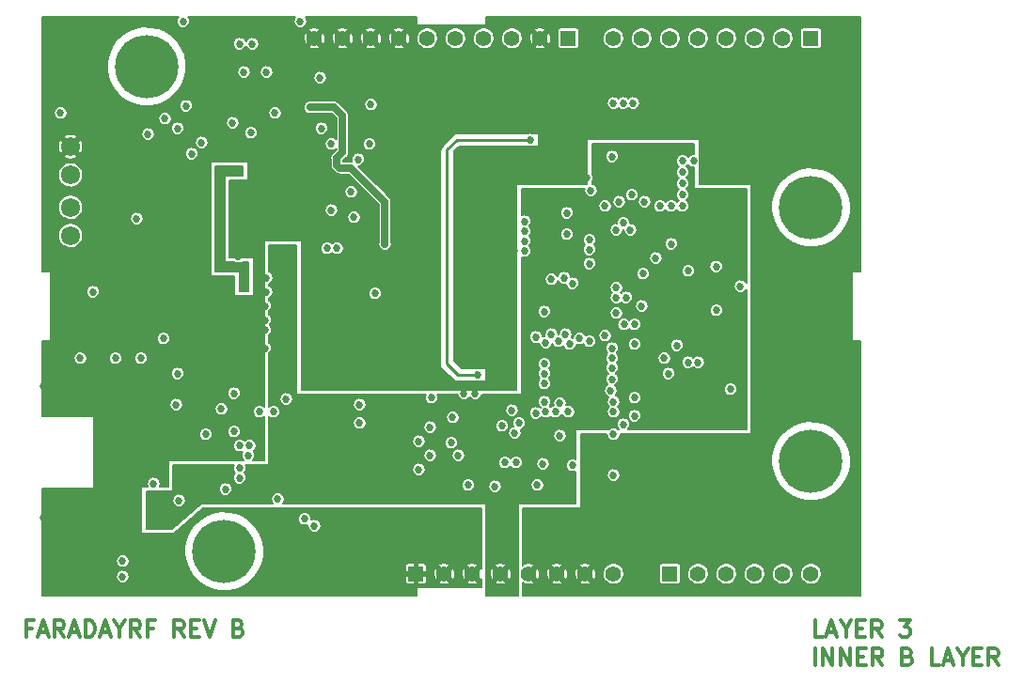
<source format=gbr>
G04 (created by PCBNEW (2013-07-07 BZR 4022)-stable) date 10/25/2016 10:24:25 PM*
%MOIN*%
G04 Gerber Fmt 3.4, Leading zero omitted, Abs format*
%FSLAX34Y34*%
G01*
G70*
G90*
G04 APERTURE LIST*
%ADD10C,0.00590551*%
%ADD11C,0.011811*%
%ADD12C,0.224409*%
%ADD13R,0.055X0.055*%
%ADD14C,0.055*%
%ADD15C,0.0677165*%
%ADD16C,0.027*%
%ADD17C,0.025*%
%ADD18C,0.0094*%
%ADD19C,0.007*%
G04 APERTURE END LIST*
G54D10*
G54D11*
X85140Y-62239D02*
X85140Y-61648D01*
X85421Y-62239D02*
X85421Y-61648D01*
X85759Y-62239D01*
X85759Y-61648D01*
X86040Y-62239D02*
X86040Y-61648D01*
X86377Y-62239D01*
X86377Y-61648D01*
X86659Y-61929D02*
X86856Y-61929D01*
X86940Y-62239D02*
X86659Y-62239D01*
X86659Y-61648D01*
X86940Y-61648D01*
X87530Y-62239D02*
X87334Y-61957D01*
X87193Y-62239D02*
X87193Y-61648D01*
X87418Y-61648D01*
X87474Y-61676D01*
X87502Y-61704D01*
X87530Y-61760D01*
X87530Y-61845D01*
X87502Y-61901D01*
X87474Y-61929D01*
X87418Y-61957D01*
X87193Y-61957D01*
X88430Y-61929D02*
X88515Y-61957D01*
X88543Y-61985D01*
X88571Y-62042D01*
X88571Y-62126D01*
X88543Y-62182D01*
X88515Y-62210D01*
X88458Y-62239D01*
X88233Y-62239D01*
X88233Y-61648D01*
X88430Y-61648D01*
X88487Y-61676D01*
X88515Y-61704D01*
X88543Y-61760D01*
X88543Y-61817D01*
X88515Y-61873D01*
X88487Y-61901D01*
X88430Y-61929D01*
X88233Y-61929D01*
X89555Y-62239D02*
X89274Y-62239D01*
X89274Y-61648D01*
X89724Y-62070D02*
X90005Y-62070D01*
X89668Y-62239D02*
X89865Y-61648D01*
X90061Y-62239D01*
X90371Y-61957D02*
X90371Y-62239D01*
X90174Y-61648D02*
X90371Y-61957D01*
X90568Y-61648D01*
X90764Y-61929D02*
X90961Y-61929D01*
X91046Y-62239D02*
X90764Y-62239D01*
X90764Y-61648D01*
X91046Y-61648D01*
X91636Y-62239D02*
X91439Y-61957D01*
X91299Y-62239D02*
X91299Y-61648D01*
X91524Y-61648D01*
X91580Y-61676D01*
X91608Y-61704D01*
X91636Y-61760D01*
X91636Y-61845D01*
X91608Y-61901D01*
X91580Y-61929D01*
X91524Y-61957D01*
X91299Y-61957D01*
X57372Y-60929D02*
X57175Y-60929D01*
X57175Y-61239D02*
X57175Y-60648D01*
X57456Y-60648D01*
X57653Y-61070D02*
X57934Y-61070D01*
X57597Y-61239D02*
X57794Y-60648D01*
X57991Y-61239D01*
X58525Y-61239D02*
X58328Y-60957D01*
X58187Y-61239D02*
X58187Y-60648D01*
X58412Y-60648D01*
X58469Y-60676D01*
X58497Y-60704D01*
X58525Y-60760D01*
X58525Y-60845D01*
X58497Y-60901D01*
X58469Y-60929D01*
X58412Y-60957D01*
X58187Y-60957D01*
X58750Y-61070D02*
X59031Y-61070D01*
X58694Y-61239D02*
X58890Y-60648D01*
X59087Y-61239D01*
X59284Y-61239D02*
X59284Y-60648D01*
X59425Y-60648D01*
X59509Y-60676D01*
X59565Y-60732D01*
X59593Y-60789D01*
X59622Y-60901D01*
X59622Y-60985D01*
X59593Y-61098D01*
X59565Y-61154D01*
X59509Y-61210D01*
X59425Y-61239D01*
X59284Y-61239D01*
X59847Y-61070D02*
X60128Y-61070D01*
X59790Y-61239D02*
X59987Y-60648D01*
X60184Y-61239D01*
X60493Y-60957D02*
X60493Y-61239D01*
X60296Y-60648D02*
X60493Y-60957D01*
X60690Y-60648D01*
X61224Y-61239D02*
X61028Y-60957D01*
X60887Y-61239D02*
X60887Y-60648D01*
X61112Y-60648D01*
X61168Y-60676D01*
X61196Y-60704D01*
X61224Y-60760D01*
X61224Y-60845D01*
X61196Y-60901D01*
X61168Y-60929D01*
X61112Y-60957D01*
X60887Y-60957D01*
X61674Y-60929D02*
X61478Y-60929D01*
X61478Y-61239D02*
X61478Y-60648D01*
X61759Y-60648D01*
X62771Y-61239D02*
X62574Y-60957D01*
X62434Y-61239D02*
X62434Y-60648D01*
X62659Y-60648D01*
X62715Y-60676D01*
X62743Y-60704D01*
X62771Y-60760D01*
X62771Y-60845D01*
X62743Y-60901D01*
X62715Y-60929D01*
X62659Y-60957D01*
X62434Y-60957D01*
X63024Y-60929D02*
X63221Y-60929D01*
X63305Y-61239D02*
X63024Y-61239D01*
X63024Y-60648D01*
X63305Y-60648D01*
X63474Y-60648D02*
X63671Y-61239D01*
X63868Y-60648D01*
X64712Y-60929D02*
X64796Y-60957D01*
X64824Y-60985D01*
X64852Y-61042D01*
X64852Y-61126D01*
X64824Y-61182D01*
X64796Y-61210D01*
X64740Y-61239D01*
X64515Y-61239D01*
X64515Y-60648D01*
X64712Y-60648D01*
X64768Y-60676D01*
X64796Y-60704D01*
X64824Y-60760D01*
X64824Y-60817D01*
X64796Y-60873D01*
X64768Y-60901D01*
X64712Y-60929D01*
X64515Y-60929D01*
X85421Y-61239D02*
X85140Y-61239D01*
X85140Y-60648D01*
X85590Y-61070D02*
X85871Y-61070D01*
X85534Y-61239D02*
X85731Y-60648D01*
X85928Y-61239D01*
X86237Y-60957D02*
X86237Y-61239D01*
X86040Y-60648D02*
X86237Y-60957D01*
X86434Y-60648D01*
X86631Y-60929D02*
X86827Y-60929D01*
X86912Y-61239D02*
X86631Y-61239D01*
X86631Y-60648D01*
X86912Y-60648D01*
X87502Y-61239D02*
X87305Y-60957D01*
X87165Y-61239D02*
X87165Y-60648D01*
X87390Y-60648D01*
X87446Y-60676D01*
X87474Y-60704D01*
X87502Y-60760D01*
X87502Y-60845D01*
X87474Y-60901D01*
X87446Y-60929D01*
X87390Y-60957D01*
X87165Y-60957D01*
X88149Y-60648D02*
X88515Y-60648D01*
X88318Y-60873D01*
X88402Y-60873D01*
X88458Y-60901D01*
X88487Y-60929D01*
X88515Y-60985D01*
X88515Y-61126D01*
X88487Y-61182D01*
X88458Y-61210D01*
X88402Y-61239D01*
X88233Y-61239D01*
X88177Y-61210D01*
X88149Y-61182D01*
G54D12*
X85000Y-46000D03*
X64200Y-58200D03*
X61450Y-41000D03*
X85000Y-55000D03*
G54D13*
X80000Y-59000D03*
G54D14*
X81000Y-59000D03*
X82000Y-59000D03*
X83000Y-59000D03*
X84000Y-59000D03*
X85000Y-59000D03*
G54D13*
X85000Y-40000D03*
G54D14*
X84000Y-40000D03*
X83000Y-40000D03*
X82000Y-40000D03*
X81000Y-40000D03*
X80000Y-40000D03*
X79000Y-40000D03*
X78000Y-40000D03*
G54D13*
X76400Y-40000D03*
G54D14*
X75400Y-40000D03*
X74400Y-40000D03*
X73400Y-40000D03*
X72400Y-40000D03*
X71400Y-40000D03*
X70400Y-40000D03*
X69400Y-40000D03*
X68400Y-40000D03*
X67400Y-40000D03*
G54D13*
X71000Y-59000D03*
G54D14*
X72000Y-59000D03*
X73000Y-59000D03*
X74000Y-59000D03*
X75000Y-59000D03*
X76000Y-59000D03*
X77000Y-59000D03*
X78000Y-59000D03*
G54D15*
X58750Y-46000D03*
X58750Y-47000D03*
X58750Y-44850D03*
X58750Y-43850D03*
G54D16*
X80100Y-44950D03*
X61550Y-57250D03*
X65950Y-48050D03*
X77600Y-44500D03*
X79350Y-46800D03*
X79250Y-50350D03*
X75550Y-49150D03*
X82450Y-51600D03*
X81150Y-47400D03*
X75850Y-55100D03*
X74550Y-54350D03*
X72200Y-55600D03*
X66250Y-50800D03*
X63500Y-55800D03*
X67600Y-41400D03*
X63400Y-43700D03*
X67250Y-42450D03*
X68200Y-44250D03*
X69900Y-47300D03*
X75550Y-49700D03*
X76550Y-48700D03*
X75600Y-50800D03*
X76250Y-48500D03*
X66100Y-56350D03*
X78375Y-50150D03*
X75250Y-50600D03*
X69550Y-49050D03*
X62550Y-51900D03*
X60350Y-51350D03*
X64550Y-52600D03*
X64550Y-53950D03*
X78350Y-53700D03*
X61250Y-51350D03*
X77150Y-47150D03*
X80050Y-47300D03*
X77950Y-52100D03*
X79000Y-49500D03*
X82500Y-48800D03*
X77950Y-51700D03*
X59550Y-49000D03*
X65450Y-53250D03*
X58400Y-42650D03*
X78750Y-53400D03*
X65050Y-54800D03*
X78000Y-54050D03*
X78000Y-55500D03*
X64750Y-55600D03*
X77700Y-50550D03*
X67400Y-57300D03*
X60600Y-59100D03*
X64750Y-55250D03*
X78100Y-49750D03*
X67050Y-57050D03*
X60600Y-58550D03*
X75300Y-55850D03*
X76400Y-53250D03*
X73800Y-55900D03*
X76100Y-54100D03*
X74500Y-54000D03*
X74400Y-53200D03*
X75550Y-52900D03*
X66400Y-52800D03*
X75250Y-53300D03*
X68950Y-44300D03*
X74650Y-53650D03*
X75600Y-53250D03*
X69350Y-43750D03*
X69000Y-53650D03*
X69000Y-53000D03*
X71500Y-54800D03*
X64100Y-53150D03*
X76800Y-50650D03*
X77150Y-50750D03*
X59100Y-51350D03*
X64700Y-44700D03*
X64900Y-48750D03*
X64050Y-48100D03*
X73200Y-51950D03*
X75050Y-43600D03*
X78700Y-42300D03*
X78600Y-46800D03*
X78450Y-49200D03*
X76300Y-50500D03*
X78350Y-42300D03*
X76050Y-50750D03*
X78100Y-49200D03*
X78350Y-46550D03*
X78000Y-42300D03*
X78100Y-48850D03*
X78100Y-46800D03*
X75800Y-50500D03*
X74850Y-47550D03*
X78750Y-50150D03*
X74850Y-46850D03*
X76350Y-46950D03*
X77150Y-47500D03*
X77950Y-51000D03*
X81650Y-49650D03*
X81640Y-48100D03*
X79050Y-48350D03*
X74850Y-46500D03*
X78750Y-50850D03*
X80650Y-51500D03*
X74850Y-47200D03*
X79500Y-47800D03*
X81000Y-51500D03*
X77950Y-51350D03*
X65100Y-54450D03*
X78000Y-53250D03*
X64750Y-54450D03*
X78000Y-52900D03*
X71100Y-54300D03*
X71100Y-52300D03*
X71100Y-55300D03*
X71700Y-49150D03*
X71150Y-47000D03*
X71150Y-46600D03*
X71150Y-48600D03*
X71150Y-48200D03*
X71150Y-47800D03*
X71150Y-47400D03*
X71100Y-51300D03*
X71550Y-52750D03*
X71150Y-40950D03*
X71150Y-41750D03*
X71150Y-42600D03*
X71150Y-43400D03*
X71150Y-44200D03*
X71150Y-45000D03*
X71150Y-45800D03*
X69500Y-46600D03*
X71150Y-46200D03*
X71150Y-45400D03*
X71150Y-44600D03*
X71150Y-43800D03*
X71150Y-43000D03*
X71150Y-42250D03*
X71150Y-41350D03*
X72350Y-40950D03*
X74100Y-47550D03*
X73300Y-47550D03*
X72500Y-47550D03*
X72900Y-47550D03*
X73700Y-47550D03*
X74500Y-47550D03*
X72500Y-49200D03*
X72500Y-47150D03*
X72500Y-47950D03*
X72500Y-48800D03*
X72500Y-49600D03*
X72500Y-50400D03*
X72850Y-51550D03*
X73250Y-51550D03*
X72500Y-51200D03*
X72500Y-50800D03*
X72500Y-50000D03*
X72500Y-48400D03*
X72500Y-46750D03*
X73100Y-52600D03*
X72300Y-53450D03*
X72700Y-52600D03*
X67100Y-46300D03*
X67100Y-47200D03*
X67100Y-48200D03*
X65700Y-48500D03*
X65650Y-50000D03*
X65650Y-51000D03*
X63950Y-51000D03*
X62950Y-51000D03*
X62950Y-49450D03*
X62950Y-48450D03*
X62450Y-47950D03*
X61950Y-47450D03*
X60750Y-47450D03*
X61450Y-47450D03*
X62450Y-47450D03*
X62950Y-47950D03*
X62950Y-48950D03*
X62950Y-50250D03*
X63450Y-51000D03*
X64450Y-51000D03*
X65150Y-51000D03*
X65650Y-50350D03*
X65650Y-49500D03*
X65700Y-49000D03*
X67100Y-47700D03*
X67100Y-46700D03*
X83250Y-44350D03*
X82450Y-44350D03*
X81650Y-44350D03*
X80850Y-44350D03*
X80450Y-44750D03*
X80450Y-45550D03*
X80050Y-45950D03*
X79650Y-45950D03*
X80450Y-45950D03*
X80450Y-45150D03*
X80450Y-44350D03*
X81250Y-44350D03*
X82050Y-44350D03*
X82850Y-44350D03*
X83600Y-44350D03*
X60750Y-44150D03*
X61900Y-43850D03*
X63000Y-40450D03*
X63000Y-40950D03*
X62750Y-39950D03*
X62900Y-42000D03*
X62900Y-41600D03*
X62600Y-42000D03*
X86350Y-53200D03*
X85350Y-53200D03*
X84200Y-53200D03*
X83700Y-53700D03*
X83200Y-54200D03*
X82200Y-54200D03*
X81200Y-54200D03*
X80200Y-54200D03*
X79200Y-54200D03*
X78950Y-55750D03*
X79700Y-54200D03*
X80700Y-54200D03*
X81700Y-54200D03*
X82700Y-54200D03*
X83700Y-54200D03*
X83700Y-53200D03*
X84650Y-53200D03*
X85850Y-53200D03*
X86650Y-53200D03*
X78950Y-58750D03*
X78950Y-57750D03*
X78950Y-56750D03*
X78950Y-57250D03*
X78950Y-58250D03*
X78950Y-59250D03*
X71900Y-40000D03*
X72900Y-40000D03*
X66250Y-43200D03*
X67250Y-43200D03*
X67600Y-44050D03*
X67600Y-44550D03*
X67600Y-43550D03*
X66750Y-43200D03*
X67600Y-45050D03*
X63550Y-44700D03*
X64900Y-45750D03*
X63050Y-44700D03*
X61750Y-42700D03*
X60750Y-42700D03*
X60750Y-43650D03*
X60750Y-44650D03*
X60750Y-45650D03*
X60750Y-45150D03*
X60750Y-43200D03*
X61250Y-42700D03*
X62150Y-42450D03*
X60750Y-46950D03*
X72500Y-54800D03*
X72850Y-55850D03*
X77200Y-45400D03*
X76350Y-46200D03*
X78200Y-45800D03*
X77700Y-45950D03*
X76200Y-44450D03*
X76600Y-44800D03*
X83100Y-42300D03*
X82700Y-41900D03*
X81900Y-41900D03*
X81100Y-41900D03*
X80300Y-41900D03*
X79500Y-41900D03*
X78700Y-41950D03*
X77900Y-41950D03*
X77500Y-42350D03*
X77100Y-42750D03*
X76700Y-42750D03*
X77500Y-42750D03*
X77500Y-41950D03*
X78300Y-41950D03*
X79100Y-41900D03*
X79900Y-41900D03*
X80700Y-41900D03*
X81500Y-41900D03*
X82300Y-41900D03*
X83100Y-41900D03*
X83500Y-42300D03*
X76300Y-42750D03*
X75900Y-42750D03*
X75500Y-42750D03*
X86500Y-55900D03*
X86500Y-54000D03*
X86550Y-57650D03*
X85700Y-50150D03*
X85400Y-52450D03*
X82150Y-52450D03*
X85400Y-47950D03*
X84200Y-44450D03*
X86250Y-44450D03*
X86200Y-43100D03*
X85300Y-43450D03*
X83600Y-44000D03*
X84250Y-43100D03*
X86200Y-42400D03*
X85300Y-42050D03*
X84250Y-42350D03*
X83550Y-41700D03*
X85800Y-41000D03*
X86200Y-41000D03*
X79850Y-43400D03*
X77900Y-52500D03*
X76450Y-50850D03*
X76100Y-52950D03*
X64000Y-52600D03*
X65500Y-52450D03*
X83000Y-56250D03*
X81000Y-56250D03*
X78950Y-56250D03*
X80000Y-56250D03*
X82000Y-56250D03*
X83800Y-56250D03*
X70800Y-42300D03*
X64250Y-56000D03*
X61450Y-57850D03*
X64700Y-47750D03*
X63950Y-43350D03*
X65300Y-47300D03*
X64900Y-46950D03*
X64900Y-46150D03*
X66650Y-42450D03*
X63650Y-42150D03*
X64250Y-41950D03*
X75050Y-43150D03*
X76750Y-43150D03*
X75900Y-43600D03*
X75050Y-44100D03*
X77050Y-44950D03*
X79100Y-45800D03*
X78650Y-45550D03*
X77950Y-44200D03*
X77950Y-42900D03*
X77550Y-43150D03*
X81500Y-42900D03*
X82950Y-42850D03*
X60350Y-49000D03*
X59150Y-47900D03*
X73900Y-50350D03*
X58200Y-52350D03*
X60400Y-53600D03*
X58300Y-58550D03*
X60000Y-57900D03*
X59150Y-57950D03*
X80250Y-50900D03*
X79950Y-51900D03*
X79800Y-51350D03*
X77150Y-48000D03*
X75800Y-48550D03*
X80000Y-57750D03*
X81000Y-57750D03*
X82000Y-57750D03*
X83000Y-57750D03*
X84000Y-57750D03*
X85000Y-57750D03*
X78450Y-57500D03*
X74150Y-55050D03*
X74550Y-55050D03*
X75500Y-55100D03*
X74050Y-53750D03*
X72250Y-54350D03*
X76550Y-55150D03*
X78750Y-52750D03*
X59650Y-40000D03*
X59700Y-42100D03*
X57800Y-52350D03*
X58600Y-57000D03*
X57800Y-57000D03*
X75550Y-51550D03*
X75550Y-52250D03*
X75550Y-51900D03*
X68800Y-45800D03*
X80650Y-48250D03*
X71500Y-53800D03*
X73800Y-51150D03*
X69750Y-43450D03*
X68550Y-41950D03*
X68000Y-45050D03*
X60400Y-55800D03*
X58250Y-57000D03*
X61300Y-55800D03*
X62200Y-54450D03*
X62200Y-54050D03*
X62200Y-53650D03*
X61700Y-53600D03*
X75950Y-53250D03*
X66900Y-39400D03*
X62750Y-39400D03*
X63050Y-44100D03*
X68800Y-46350D03*
X68000Y-46100D03*
X62100Y-42850D03*
X61500Y-43400D03*
X62550Y-43200D03*
X68200Y-47450D03*
X61100Y-46400D03*
X67850Y-47450D03*
X65150Y-43350D03*
X68700Y-45450D03*
X64500Y-43000D03*
X62850Y-42400D03*
X69400Y-42350D03*
X68000Y-43750D03*
X64900Y-41200D03*
X64750Y-40200D03*
X65200Y-40200D03*
X65700Y-41200D03*
X66000Y-42650D03*
X67650Y-43200D03*
X62600Y-56400D03*
X61700Y-55800D03*
X63550Y-54050D03*
X62500Y-53000D03*
X62050Y-50650D03*
X65950Y-53250D03*
G54D17*
X68200Y-44250D02*
X68400Y-44050D01*
X68100Y-42450D02*
X67250Y-42450D01*
X68400Y-42750D02*
X68100Y-42450D01*
X68400Y-44050D02*
X68400Y-42750D01*
X69900Y-45800D02*
X69900Y-47300D01*
X68200Y-44250D02*
X68200Y-44500D01*
X68700Y-44600D02*
X69900Y-45800D01*
X68300Y-44600D02*
X68700Y-44600D01*
X68200Y-44500D02*
X68300Y-44600D01*
G54D18*
X72450Y-43600D02*
X72100Y-43950D01*
X72100Y-43950D02*
X72100Y-51550D01*
X72100Y-51550D02*
X72500Y-51950D01*
X72500Y-51950D02*
X73200Y-51950D01*
X75050Y-43600D02*
X72450Y-43600D01*
G54D10*
G36*
X82715Y-53865D02*
X82390Y-53865D01*
X82390Y-52426D01*
X82380Y-52380D01*
X82362Y-52336D01*
X82336Y-52297D01*
X82303Y-52264D01*
X82264Y-52237D01*
X82221Y-52219D01*
X82175Y-52210D01*
X82128Y-52209D01*
X82081Y-52218D01*
X82038Y-52236D01*
X81998Y-52262D01*
X81965Y-52294D01*
X81938Y-52333D01*
X81920Y-52377D01*
X81910Y-52423D01*
X81909Y-52470D01*
X81918Y-52516D01*
X81935Y-52560D01*
X81961Y-52599D01*
X81993Y-52633D01*
X82032Y-52660D01*
X82075Y-52679D01*
X82121Y-52689D01*
X82168Y-52690D01*
X82214Y-52682D01*
X82258Y-52665D01*
X82298Y-52640D01*
X82332Y-52607D01*
X82359Y-52569D01*
X82378Y-52526D01*
X82389Y-52480D01*
X82390Y-52426D01*
X82390Y-53865D01*
X81890Y-53865D01*
X81890Y-49626D01*
X81880Y-49580D01*
X81880Y-49578D01*
X81880Y-48076D01*
X81870Y-48030D01*
X81852Y-47986D01*
X81826Y-47947D01*
X81793Y-47914D01*
X81754Y-47887D01*
X81711Y-47869D01*
X81665Y-47860D01*
X81618Y-47859D01*
X81571Y-47868D01*
X81528Y-47886D01*
X81488Y-47912D01*
X81455Y-47944D01*
X81428Y-47983D01*
X81410Y-48027D01*
X81400Y-48073D01*
X81399Y-48120D01*
X81408Y-48166D01*
X81425Y-48210D01*
X81451Y-48249D01*
X81483Y-48283D01*
X81522Y-48310D01*
X81565Y-48329D01*
X81611Y-48339D01*
X81658Y-48340D01*
X81704Y-48332D01*
X81748Y-48315D01*
X81788Y-48290D01*
X81822Y-48257D01*
X81849Y-48219D01*
X81868Y-48176D01*
X81879Y-48130D01*
X81880Y-48076D01*
X81880Y-49578D01*
X81862Y-49536D01*
X81836Y-49497D01*
X81803Y-49464D01*
X81764Y-49437D01*
X81721Y-49419D01*
X81675Y-49410D01*
X81628Y-49409D01*
X81581Y-49418D01*
X81538Y-49436D01*
X81498Y-49462D01*
X81465Y-49494D01*
X81438Y-49533D01*
X81420Y-49577D01*
X81410Y-49623D01*
X81409Y-49670D01*
X81418Y-49716D01*
X81435Y-49760D01*
X81461Y-49799D01*
X81493Y-49833D01*
X81532Y-49860D01*
X81575Y-49879D01*
X81621Y-49889D01*
X81668Y-49890D01*
X81714Y-49882D01*
X81758Y-49865D01*
X81798Y-49840D01*
X81832Y-49807D01*
X81859Y-49769D01*
X81878Y-49726D01*
X81889Y-49680D01*
X81890Y-49626D01*
X81890Y-53865D01*
X81240Y-53865D01*
X81240Y-51476D01*
X81230Y-51430D01*
X81212Y-51386D01*
X81186Y-51347D01*
X81153Y-51314D01*
X81114Y-51287D01*
X81071Y-51269D01*
X81025Y-51260D01*
X80978Y-51259D01*
X80931Y-51268D01*
X80890Y-51285D01*
X80890Y-48226D01*
X80880Y-48180D01*
X80862Y-48136D01*
X80836Y-48097D01*
X80803Y-48064D01*
X80764Y-48037D01*
X80721Y-48019D01*
X80675Y-48010D01*
X80628Y-48009D01*
X80581Y-48018D01*
X80538Y-48036D01*
X80498Y-48062D01*
X80465Y-48094D01*
X80438Y-48133D01*
X80420Y-48177D01*
X80410Y-48223D01*
X80409Y-48270D01*
X80418Y-48316D01*
X80435Y-48360D01*
X80461Y-48399D01*
X80493Y-48433D01*
X80532Y-48460D01*
X80575Y-48479D01*
X80621Y-48489D01*
X80668Y-48490D01*
X80714Y-48482D01*
X80758Y-48465D01*
X80798Y-48440D01*
X80832Y-48407D01*
X80859Y-48369D01*
X80878Y-48326D01*
X80889Y-48280D01*
X80890Y-48226D01*
X80890Y-51285D01*
X80888Y-51286D01*
X80848Y-51312D01*
X80824Y-51335D01*
X80803Y-51314D01*
X80764Y-51287D01*
X80721Y-51269D01*
X80675Y-51260D01*
X80628Y-51259D01*
X80581Y-51268D01*
X80538Y-51286D01*
X80498Y-51312D01*
X80490Y-51320D01*
X80490Y-50876D01*
X80480Y-50830D01*
X80462Y-50786D01*
X80436Y-50747D01*
X80403Y-50714D01*
X80364Y-50687D01*
X80321Y-50669D01*
X80290Y-50663D01*
X80290Y-47276D01*
X80280Y-47230D01*
X80262Y-47186D01*
X80236Y-47147D01*
X80203Y-47114D01*
X80164Y-47087D01*
X80121Y-47069D01*
X80075Y-47060D01*
X80028Y-47059D01*
X79981Y-47068D01*
X79938Y-47086D01*
X79898Y-47112D01*
X79865Y-47144D01*
X79838Y-47183D01*
X79820Y-47227D01*
X79810Y-47273D01*
X79809Y-47320D01*
X79818Y-47366D01*
X79835Y-47410D01*
X79861Y-47449D01*
X79893Y-47483D01*
X79932Y-47510D01*
X79975Y-47529D01*
X80021Y-47539D01*
X80068Y-47540D01*
X80114Y-47532D01*
X80158Y-47515D01*
X80198Y-47490D01*
X80232Y-47457D01*
X80259Y-47419D01*
X80278Y-47376D01*
X80289Y-47330D01*
X80290Y-47276D01*
X80290Y-50663D01*
X80275Y-50660D01*
X80228Y-50659D01*
X80181Y-50668D01*
X80138Y-50686D01*
X80098Y-50712D01*
X80065Y-50744D01*
X80038Y-50783D01*
X80020Y-50827D01*
X80010Y-50873D01*
X80009Y-50920D01*
X80018Y-50966D01*
X80035Y-51010D01*
X80061Y-51049D01*
X80093Y-51083D01*
X80132Y-51110D01*
X80175Y-51129D01*
X80221Y-51139D01*
X80268Y-51140D01*
X80314Y-51132D01*
X80358Y-51115D01*
X80398Y-51090D01*
X80432Y-51057D01*
X80459Y-51019D01*
X80478Y-50976D01*
X80489Y-50930D01*
X80490Y-50876D01*
X80490Y-51320D01*
X80465Y-51344D01*
X80438Y-51383D01*
X80420Y-51427D01*
X80410Y-51473D01*
X80409Y-51520D01*
X80418Y-51566D01*
X80435Y-51610D01*
X80461Y-51649D01*
X80493Y-51683D01*
X80532Y-51710D01*
X80575Y-51729D01*
X80621Y-51739D01*
X80668Y-51740D01*
X80714Y-51732D01*
X80758Y-51715D01*
X80798Y-51690D01*
X80825Y-51664D01*
X80843Y-51683D01*
X80882Y-51710D01*
X80925Y-51729D01*
X80971Y-51739D01*
X81018Y-51740D01*
X81064Y-51732D01*
X81108Y-51715D01*
X81148Y-51690D01*
X81182Y-51657D01*
X81209Y-51619D01*
X81228Y-51576D01*
X81239Y-51530D01*
X81240Y-51476D01*
X81240Y-53865D01*
X80190Y-53865D01*
X80190Y-51876D01*
X80180Y-51830D01*
X80162Y-51786D01*
X80136Y-51747D01*
X80103Y-51714D01*
X80064Y-51687D01*
X80040Y-51677D01*
X80040Y-51326D01*
X80030Y-51280D01*
X80012Y-51236D01*
X79986Y-51197D01*
X79953Y-51164D01*
X79914Y-51137D01*
X79871Y-51119D01*
X79825Y-51110D01*
X79778Y-51109D01*
X79740Y-51117D01*
X79740Y-47776D01*
X79730Y-47730D01*
X79712Y-47686D01*
X79686Y-47647D01*
X79653Y-47614D01*
X79614Y-47587D01*
X79571Y-47569D01*
X79525Y-47560D01*
X79478Y-47559D01*
X79431Y-47568D01*
X79388Y-47586D01*
X79348Y-47612D01*
X79340Y-47620D01*
X79340Y-45776D01*
X79330Y-45730D01*
X79312Y-45686D01*
X79286Y-45647D01*
X79253Y-45614D01*
X79214Y-45587D01*
X79171Y-45569D01*
X79125Y-45560D01*
X79078Y-45559D01*
X79031Y-45568D01*
X78988Y-45586D01*
X78948Y-45612D01*
X78915Y-45644D01*
X78890Y-45681D01*
X78890Y-45526D01*
X78880Y-45480D01*
X78862Y-45436D01*
X78836Y-45397D01*
X78803Y-45364D01*
X78764Y-45337D01*
X78721Y-45319D01*
X78675Y-45310D01*
X78628Y-45309D01*
X78581Y-45318D01*
X78538Y-45336D01*
X78498Y-45362D01*
X78465Y-45394D01*
X78438Y-45433D01*
X78420Y-45477D01*
X78410Y-45523D01*
X78409Y-45570D01*
X78418Y-45616D01*
X78435Y-45660D01*
X78461Y-45699D01*
X78493Y-45733D01*
X78532Y-45760D01*
X78575Y-45779D01*
X78621Y-45789D01*
X78668Y-45790D01*
X78714Y-45782D01*
X78758Y-45765D01*
X78798Y-45740D01*
X78832Y-45707D01*
X78859Y-45669D01*
X78878Y-45626D01*
X78889Y-45580D01*
X78890Y-45526D01*
X78890Y-45681D01*
X78888Y-45683D01*
X78870Y-45727D01*
X78860Y-45773D01*
X78859Y-45820D01*
X78868Y-45866D01*
X78885Y-45910D01*
X78911Y-45949D01*
X78943Y-45983D01*
X78982Y-46010D01*
X79025Y-46029D01*
X79071Y-46039D01*
X79118Y-46040D01*
X79164Y-46032D01*
X79208Y-46015D01*
X79248Y-45990D01*
X79282Y-45957D01*
X79309Y-45919D01*
X79328Y-45876D01*
X79339Y-45830D01*
X79340Y-45776D01*
X79340Y-47620D01*
X79315Y-47644D01*
X79288Y-47683D01*
X79270Y-47727D01*
X79260Y-47773D01*
X79259Y-47820D01*
X79268Y-47866D01*
X79285Y-47910D01*
X79311Y-47949D01*
X79343Y-47983D01*
X79382Y-48010D01*
X79425Y-48029D01*
X79471Y-48039D01*
X79518Y-48040D01*
X79564Y-48032D01*
X79608Y-48015D01*
X79648Y-47990D01*
X79682Y-47957D01*
X79709Y-47919D01*
X79728Y-47876D01*
X79739Y-47830D01*
X79740Y-47776D01*
X79740Y-51117D01*
X79731Y-51118D01*
X79688Y-51136D01*
X79648Y-51162D01*
X79615Y-51194D01*
X79588Y-51233D01*
X79570Y-51277D01*
X79560Y-51323D01*
X79559Y-51370D01*
X79568Y-51416D01*
X79585Y-51460D01*
X79611Y-51499D01*
X79643Y-51533D01*
X79682Y-51560D01*
X79725Y-51579D01*
X79771Y-51589D01*
X79818Y-51590D01*
X79864Y-51582D01*
X79908Y-51565D01*
X79948Y-51540D01*
X79982Y-51507D01*
X80009Y-51469D01*
X80028Y-51426D01*
X80039Y-51380D01*
X80040Y-51326D01*
X80040Y-51677D01*
X80021Y-51669D01*
X79975Y-51660D01*
X79928Y-51659D01*
X79881Y-51668D01*
X79838Y-51686D01*
X79798Y-51712D01*
X79765Y-51744D01*
X79738Y-51783D01*
X79720Y-51827D01*
X79710Y-51873D01*
X79709Y-51920D01*
X79718Y-51966D01*
X79735Y-52010D01*
X79761Y-52049D01*
X79793Y-52083D01*
X79832Y-52110D01*
X79875Y-52129D01*
X79921Y-52139D01*
X79968Y-52140D01*
X80014Y-52132D01*
X80058Y-52115D01*
X80098Y-52090D01*
X80132Y-52057D01*
X80159Y-52019D01*
X80178Y-51976D01*
X80189Y-51930D01*
X80190Y-51876D01*
X80190Y-53865D01*
X79290Y-53865D01*
X79290Y-48326D01*
X79280Y-48280D01*
X79262Y-48236D01*
X79236Y-48197D01*
X79203Y-48164D01*
X79164Y-48137D01*
X79121Y-48119D01*
X79075Y-48110D01*
X79028Y-48109D01*
X78981Y-48118D01*
X78938Y-48136D01*
X78898Y-48162D01*
X78865Y-48194D01*
X78840Y-48231D01*
X78840Y-46776D01*
X78830Y-46730D01*
X78812Y-46686D01*
X78786Y-46647D01*
X78753Y-46614D01*
X78714Y-46587D01*
X78671Y-46569D01*
X78625Y-46560D01*
X78589Y-46559D01*
X78590Y-46526D01*
X78580Y-46480D01*
X78562Y-46436D01*
X78536Y-46397D01*
X78503Y-46364D01*
X78464Y-46337D01*
X78440Y-46327D01*
X78440Y-45776D01*
X78430Y-45730D01*
X78412Y-45686D01*
X78386Y-45647D01*
X78353Y-45614D01*
X78314Y-45587D01*
X78271Y-45569D01*
X78225Y-45560D01*
X78190Y-45559D01*
X78190Y-44176D01*
X78180Y-44130D01*
X78162Y-44086D01*
X78136Y-44047D01*
X78103Y-44014D01*
X78064Y-43987D01*
X78021Y-43969D01*
X77975Y-43960D01*
X77928Y-43959D01*
X77881Y-43968D01*
X77838Y-43986D01*
X77798Y-44012D01*
X77765Y-44044D01*
X77738Y-44083D01*
X77720Y-44127D01*
X77710Y-44173D01*
X77709Y-44220D01*
X77718Y-44266D01*
X77735Y-44310D01*
X77761Y-44349D01*
X77793Y-44383D01*
X77832Y-44410D01*
X77875Y-44429D01*
X77921Y-44439D01*
X77968Y-44440D01*
X78014Y-44432D01*
X78058Y-44415D01*
X78098Y-44390D01*
X78132Y-44357D01*
X78159Y-44319D01*
X78178Y-44276D01*
X78189Y-44230D01*
X78190Y-44176D01*
X78190Y-45559D01*
X78178Y-45559D01*
X78131Y-45568D01*
X78088Y-45586D01*
X78048Y-45612D01*
X78015Y-45644D01*
X77988Y-45683D01*
X77970Y-45727D01*
X77960Y-45773D01*
X77959Y-45820D01*
X77968Y-45866D01*
X77985Y-45910D01*
X78011Y-45949D01*
X78043Y-45983D01*
X78082Y-46010D01*
X78125Y-46029D01*
X78171Y-46039D01*
X78218Y-46040D01*
X78264Y-46032D01*
X78308Y-46015D01*
X78348Y-45990D01*
X78382Y-45957D01*
X78409Y-45919D01*
X78428Y-45876D01*
X78439Y-45830D01*
X78440Y-45776D01*
X78440Y-46327D01*
X78421Y-46319D01*
X78375Y-46310D01*
X78328Y-46309D01*
X78281Y-46318D01*
X78238Y-46336D01*
X78198Y-46362D01*
X78165Y-46394D01*
X78138Y-46433D01*
X78120Y-46477D01*
X78110Y-46523D01*
X78109Y-46560D01*
X78078Y-46559D01*
X78031Y-46568D01*
X77988Y-46586D01*
X77948Y-46612D01*
X77940Y-46620D01*
X77940Y-45926D01*
X77930Y-45880D01*
X77912Y-45836D01*
X77886Y-45797D01*
X77853Y-45764D01*
X77814Y-45737D01*
X77771Y-45719D01*
X77725Y-45710D01*
X77678Y-45709D01*
X77631Y-45718D01*
X77588Y-45736D01*
X77548Y-45762D01*
X77515Y-45794D01*
X77488Y-45833D01*
X77470Y-45877D01*
X77460Y-45923D01*
X77459Y-45970D01*
X77468Y-46016D01*
X77485Y-46060D01*
X77511Y-46099D01*
X77543Y-46133D01*
X77582Y-46160D01*
X77625Y-46179D01*
X77671Y-46189D01*
X77718Y-46190D01*
X77764Y-46182D01*
X77808Y-46165D01*
X77848Y-46140D01*
X77882Y-46107D01*
X77909Y-46069D01*
X77928Y-46026D01*
X77939Y-45980D01*
X77940Y-45926D01*
X77940Y-46620D01*
X77915Y-46644D01*
X77888Y-46683D01*
X77870Y-46727D01*
X77860Y-46773D01*
X77859Y-46820D01*
X77868Y-46866D01*
X77885Y-46910D01*
X77911Y-46949D01*
X77943Y-46983D01*
X77982Y-47010D01*
X78025Y-47029D01*
X78071Y-47039D01*
X78118Y-47040D01*
X78164Y-47032D01*
X78208Y-47015D01*
X78248Y-46990D01*
X78282Y-46957D01*
X78309Y-46919D01*
X78328Y-46876D01*
X78339Y-46830D01*
X78339Y-46789D01*
X78360Y-46790D01*
X78359Y-46820D01*
X78368Y-46866D01*
X78385Y-46910D01*
X78411Y-46949D01*
X78443Y-46983D01*
X78482Y-47010D01*
X78525Y-47029D01*
X78571Y-47039D01*
X78618Y-47040D01*
X78664Y-47032D01*
X78708Y-47015D01*
X78748Y-46990D01*
X78782Y-46957D01*
X78809Y-46919D01*
X78828Y-46876D01*
X78839Y-46830D01*
X78840Y-46776D01*
X78840Y-48231D01*
X78838Y-48233D01*
X78820Y-48277D01*
X78810Y-48323D01*
X78809Y-48370D01*
X78818Y-48416D01*
X78835Y-48460D01*
X78861Y-48499D01*
X78893Y-48533D01*
X78932Y-48560D01*
X78975Y-48579D01*
X79021Y-48589D01*
X79068Y-48590D01*
X79114Y-48582D01*
X79158Y-48565D01*
X79198Y-48540D01*
X79232Y-48507D01*
X79259Y-48469D01*
X79278Y-48426D01*
X79289Y-48380D01*
X79290Y-48326D01*
X79290Y-53865D01*
X79240Y-53865D01*
X79240Y-49476D01*
X79230Y-49430D01*
X79212Y-49386D01*
X79186Y-49347D01*
X79153Y-49314D01*
X79114Y-49287D01*
X79071Y-49269D01*
X79025Y-49260D01*
X78978Y-49259D01*
X78931Y-49268D01*
X78888Y-49286D01*
X78848Y-49312D01*
X78815Y-49344D01*
X78788Y-49383D01*
X78770Y-49427D01*
X78760Y-49473D01*
X78759Y-49520D01*
X78768Y-49566D01*
X78785Y-49610D01*
X78811Y-49649D01*
X78843Y-49683D01*
X78882Y-49710D01*
X78925Y-49729D01*
X78971Y-49739D01*
X79018Y-49740D01*
X79064Y-49732D01*
X79108Y-49715D01*
X79148Y-49690D01*
X79182Y-49657D01*
X79209Y-49619D01*
X79228Y-49576D01*
X79239Y-49530D01*
X79240Y-49476D01*
X79240Y-53865D01*
X78990Y-53865D01*
X78990Y-53376D01*
X78990Y-52726D01*
X78990Y-50826D01*
X78990Y-50126D01*
X78980Y-50080D01*
X78962Y-50036D01*
X78936Y-49997D01*
X78903Y-49964D01*
X78864Y-49937D01*
X78821Y-49919D01*
X78775Y-49910D01*
X78728Y-49909D01*
X78690Y-49917D01*
X78690Y-49176D01*
X78680Y-49130D01*
X78662Y-49086D01*
X78636Y-49047D01*
X78603Y-49014D01*
X78564Y-48987D01*
X78521Y-48969D01*
X78475Y-48960D01*
X78428Y-48959D01*
X78381Y-48968D01*
X78338Y-48986D01*
X78298Y-49012D01*
X78274Y-49035D01*
X78264Y-49024D01*
X78282Y-49007D01*
X78309Y-48969D01*
X78328Y-48926D01*
X78339Y-48880D01*
X78340Y-48826D01*
X78330Y-48780D01*
X78312Y-48736D01*
X78286Y-48697D01*
X78253Y-48664D01*
X78214Y-48637D01*
X78171Y-48619D01*
X78125Y-48610D01*
X78078Y-48609D01*
X78031Y-48618D01*
X77988Y-48636D01*
X77948Y-48662D01*
X77915Y-48694D01*
X77888Y-48733D01*
X77870Y-48777D01*
X77860Y-48823D01*
X77859Y-48870D01*
X77868Y-48916D01*
X77885Y-48960D01*
X77911Y-48999D01*
X77935Y-49025D01*
X77915Y-49044D01*
X77888Y-49083D01*
X77870Y-49127D01*
X77860Y-49173D01*
X77859Y-49220D01*
X77868Y-49266D01*
X77885Y-49310D01*
X77911Y-49349D01*
X77943Y-49383D01*
X77982Y-49410D01*
X78025Y-49429D01*
X78071Y-49439D01*
X78118Y-49440D01*
X78164Y-49432D01*
X78208Y-49415D01*
X78248Y-49390D01*
X78275Y-49364D01*
X78293Y-49383D01*
X78332Y-49410D01*
X78375Y-49429D01*
X78421Y-49439D01*
X78468Y-49440D01*
X78514Y-49432D01*
X78558Y-49415D01*
X78598Y-49390D01*
X78632Y-49357D01*
X78659Y-49319D01*
X78678Y-49276D01*
X78689Y-49230D01*
X78690Y-49176D01*
X78690Y-49917D01*
X78681Y-49918D01*
X78638Y-49936D01*
X78598Y-49962D01*
X78565Y-49994D01*
X78562Y-49998D01*
X78561Y-49997D01*
X78528Y-49964D01*
X78489Y-49937D01*
X78446Y-49919D01*
X78400Y-49910D01*
X78353Y-49909D01*
X78340Y-49912D01*
X78340Y-49726D01*
X78330Y-49680D01*
X78312Y-49636D01*
X78286Y-49597D01*
X78253Y-49564D01*
X78214Y-49537D01*
X78171Y-49519D01*
X78125Y-49510D01*
X78078Y-49509D01*
X78031Y-49518D01*
X77988Y-49536D01*
X77948Y-49562D01*
X77915Y-49594D01*
X77888Y-49633D01*
X77870Y-49677D01*
X77860Y-49723D01*
X77859Y-49770D01*
X77868Y-49816D01*
X77885Y-49860D01*
X77911Y-49899D01*
X77943Y-49933D01*
X77982Y-49960D01*
X78025Y-49979D01*
X78071Y-49989D01*
X78118Y-49990D01*
X78164Y-49982D01*
X78208Y-49965D01*
X78248Y-49940D01*
X78282Y-49907D01*
X78309Y-49869D01*
X78328Y-49826D01*
X78339Y-49780D01*
X78340Y-49726D01*
X78340Y-49912D01*
X78306Y-49918D01*
X78263Y-49936D01*
X78223Y-49962D01*
X78190Y-49994D01*
X78163Y-50033D01*
X78145Y-50077D01*
X78135Y-50123D01*
X78134Y-50170D01*
X78143Y-50216D01*
X78160Y-50260D01*
X78186Y-50299D01*
X78218Y-50333D01*
X78257Y-50360D01*
X78300Y-50379D01*
X78346Y-50389D01*
X78393Y-50390D01*
X78439Y-50382D01*
X78483Y-50365D01*
X78523Y-50340D01*
X78557Y-50307D01*
X78562Y-50301D01*
X78593Y-50333D01*
X78632Y-50360D01*
X78675Y-50379D01*
X78721Y-50389D01*
X78768Y-50390D01*
X78814Y-50382D01*
X78858Y-50365D01*
X78898Y-50340D01*
X78932Y-50307D01*
X78959Y-50269D01*
X78978Y-50226D01*
X78989Y-50180D01*
X78990Y-50126D01*
X78990Y-50826D01*
X78980Y-50780D01*
X78962Y-50736D01*
X78936Y-50697D01*
X78903Y-50664D01*
X78864Y-50637D01*
X78821Y-50619D01*
X78775Y-50610D01*
X78728Y-50609D01*
X78681Y-50618D01*
X78638Y-50636D01*
X78598Y-50662D01*
X78565Y-50694D01*
X78538Y-50733D01*
X78520Y-50777D01*
X78510Y-50823D01*
X78509Y-50870D01*
X78518Y-50916D01*
X78535Y-50960D01*
X78561Y-50999D01*
X78593Y-51033D01*
X78632Y-51060D01*
X78675Y-51079D01*
X78721Y-51089D01*
X78768Y-51090D01*
X78814Y-51082D01*
X78858Y-51065D01*
X78898Y-51040D01*
X78932Y-51007D01*
X78959Y-50969D01*
X78978Y-50926D01*
X78989Y-50880D01*
X78990Y-50826D01*
X78990Y-52726D01*
X78980Y-52680D01*
X78962Y-52636D01*
X78936Y-52597D01*
X78903Y-52564D01*
X78864Y-52537D01*
X78821Y-52519D01*
X78775Y-52510D01*
X78728Y-52509D01*
X78681Y-52518D01*
X78638Y-52536D01*
X78598Y-52562D01*
X78565Y-52594D01*
X78538Y-52633D01*
X78520Y-52677D01*
X78510Y-52723D01*
X78509Y-52770D01*
X78518Y-52816D01*
X78535Y-52860D01*
X78561Y-52899D01*
X78593Y-52933D01*
X78632Y-52960D01*
X78675Y-52979D01*
X78721Y-52989D01*
X78768Y-52990D01*
X78814Y-52982D01*
X78858Y-52965D01*
X78898Y-52940D01*
X78932Y-52907D01*
X78959Y-52869D01*
X78978Y-52826D01*
X78989Y-52780D01*
X78990Y-52726D01*
X78990Y-53376D01*
X78980Y-53330D01*
X78962Y-53286D01*
X78936Y-53247D01*
X78903Y-53214D01*
X78864Y-53187D01*
X78821Y-53169D01*
X78775Y-53160D01*
X78728Y-53159D01*
X78681Y-53168D01*
X78638Y-53186D01*
X78598Y-53212D01*
X78565Y-53244D01*
X78538Y-53283D01*
X78520Y-53327D01*
X78510Y-53373D01*
X78509Y-53420D01*
X78518Y-53466D01*
X78535Y-53510D01*
X78561Y-53549D01*
X78593Y-53583D01*
X78632Y-53610D01*
X78675Y-53629D01*
X78721Y-53639D01*
X78768Y-53640D01*
X78814Y-53632D01*
X78858Y-53615D01*
X78898Y-53590D01*
X78932Y-53557D01*
X78959Y-53519D01*
X78978Y-53476D01*
X78989Y-53430D01*
X78990Y-53376D01*
X78990Y-53865D01*
X78524Y-53865D01*
X78532Y-53857D01*
X78559Y-53819D01*
X78578Y-53776D01*
X78589Y-53730D01*
X78590Y-53676D01*
X78580Y-53630D01*
X78562Y-53586D01*
X78536Y-53547D01*
X78503Y-53514D01*
X78464Y-53487D01*
X78421Y-53469D01*
X78375Y-53460D01*
X78328Y-53459D01*
X78281Y-53468D01*
X78240Y-53485D01*
X78240Y-53226D01*
X78230Y-53180D01*
X78212Y-53136D01*
X78186Y-53097D01*
X78164Y-53074D01*
X78182Y-53057D01*
X78209Y-53019D01*
X78228Y-52976D01*
X78239Y-52930D01*
X78240Y-52876D01*
X78230Y-52830D01*
X78212Y-52786D01*
X78186Y-52747D01*
X78153Y-52714D01*
X78114Y-52687D01*
X78071Y-52669D01*
X78070Y-52669D01*
X78082Y-52657D01*
X78109Y-52619D01*
X78128Y-52576D01*
X78139Y-52530D01*
X78140Y-52476D01*
X78130Y-52430D01*
X78112Y-52386D01*
X78086Y-52347D01*
X78055Y-52316D01*
X78058Y-52315D01*
X78098Y-52290D01*
X78132Y-52257D01*
X78159Y-52219D01*
X78178Y-52176D01*
X78189Y-52130D01*
X78190Y-52076D01*
X78180Y-52030D01*
X78162Y-51986D01*
X78136Y-51947D01*
X78103Y-51914D01*
X78082Y-51900D01*
X78098Y-51890D01*
X78132Y-51857D01*
X78159Y-51819D01*
X78178Y-51776D01*
X78189Y-51730D01*
X78190Y-51676D01*
X78180Y-51630D01*
X78162Y-51586D01*
X78136Y-51547D01*
X78114Y-51524D01*
X78132Y-51507D01*
X78159Y-51469D01*
X78178Y-51426D01*
X78189Y-51380D01*
X78190Y-51326D01*
X78180Y-51280D01*
X78162Y-51236D01*
X78136Y-51197D01*
X78114Y-51174D01*
X78132Y-51157D01*
X78159Y-51119D01*
X78178Y-51076D01*
X78189Y-51030D01*
X78190Y-50976D01*
X78180Y-50930D01*
X78162Y-50886D01*
X78136Y-50847D01*
X78103Y-50814D01*
X78064Y-50787D01*
X78021Y-50769D01*
X77975Y-50760D01*
X77940Y-50759D01*
X77940Y-50526D01*
X77930Y-50480D01*
X77912Y-50436D01*
X77886Y-50397D01*
X77853Y-50364D01*
X77814Y-50337D01*
X77771Y-50319D01*
X77725Y-50310D01*
X77678Y-50309D01*
X77631Y-50318D01*
X77588Y-50336D01*
X77548Y-50362D01*
X77515Y-50394D01*
X77488Y-50433D01*
X77470Y-50477D01*
X77460Y-50523D01*
X77459Y-50570D01*
X77468Y-50616D01*
X77485Y-50660D01*
X77511Y-50699D01*
X77543Y-50733D01*
X77582Y-50760D01*
X77625Y-50779D01*
X77671Y-50789D01*
X77718Y-50790D01*
X77764Y-50782D01*
X77808Y-50765D01*
X77848Y-50740D01*
X77882Y-50707D01*
X77909Y-50669D01*
X77928Y-50626D01*
X77939Y-50580D01*
X77940Y-50526D01*
X77940Y-50759D01*
X77928Y-50759D01*
X77881Y-50768D01*
X77838Y-50786D01*
X77798Y-50812D01*
X77765Y-50844D01*
X77738Y-50883D01*
X77720Y-50927D01*
X77710Y-50973D01*
X77709Y-51020D01*
X77718Y-51066D01*
X77735Y-51110D01*
X77761Y-51149D01*
X77785Y-51175D01*
X77765Y-51194D01*
X77738Y-51233D01*
X77720Y-51277D01*
X77710Y-51323D01*
X77709Y-51370D01*
X77718Y-51416D01*
X77735Y-51460D01*
X77761Y-51499D01*
X77785Y-51525D01*
X77765Y-51544D01*
X77738Y-51583D01*
X77720Y-51627D01*
X77710Y-51673D01*
X77709Y-51720D01*
X77718Y-51766D01*
X77735Y-51810D01*
X77761Y-51849D01*
X77793Y-51883D01*
X77817Y-51900D01*
X77798Y-51912D01*
X77765Y-51944D01*
X77738Y-51983D01*
X77720Y-52027D01*
X77710Y-52073D01*
X77709Y-52120D01*
X77718Y-52166D01*
X77735Y-52210D01*
X77761Y-52249D01*
X77793Y-52283D01*
X77794Y-52283D01*
X77788Y-52286D01*
X77748Y-52312D01*
X77715Y-52344D01*
X77688Y-52383D01*
X77670Y-52427D01*
X77660Y-52473D01*
X77659Y-52520D01*
X77668Y-52566D01*
X77685Y-52610D01*
X77711Y-52649D01*
X77743Y-52683D01*
X77782Y-52710D01*
X77825Y-52729D01*
X77830Y-52730D01*
X77815Y-52744D01*
X77788Y-52783D01*
X77770Y-52827D01*
X77760Y-52873D01*
X77759Y-52920D01*
X77768Y-52966D01*
X77785Y-53010D01*
X77811Y-53049D01*
X77835Y-53075D01*
X77815Y-53094D01*
X77788Y-53133D01*
X77770Y-53177D01*
X77760Y-53223D01*
X77759Y-53270D01*
X77768Y-53316D01*
X77785Y-53360D01*
X77811Y-53399D01*
X77843Y-53433D01*
X77882Y-53460D01*
X77925Y-53479D01*
X77971Y-53489D01*
X78018Y-53490D01*
X78064Y-53482D01*
X78108Y-53465D01*
X78148Y-53440D01*
X78182Y-53407D01*
X78209Y-53369D01*
X78228Y-53326D01*
X78239Y-53280D01*
X78240Y-53226D01*
X78240Y-53485D01*
X78238Y-53486D01*
X78198Y-53512D01*
X78165Y-53544D01*
X78138Y-53583D01*
X78120Y-53627D01*
X78110Y-53673D01*
X78109Y-53720D01*
X78118Y-53766D01*
X78135Y-53810D01*
X78161Y-53849D01*
X78175Y-53865D01*
X78154Y-53865D01*
X78153Y-53864D01*
X78114Y-53837D01*
X78071Y-53819D01*
X78025Y-53810D01*
X77978Y-53809D01*
X77931Y-53818D01*
X77888Y-53836D01*
X77848Y-53862D01*
X77845Y-53865D01*
X77390Y-53865D01*
X77390Y-50726D01*
X77390Y-47976D01*
X77390Y-47476D01*
X77380Y-47430D01*
X77362Y-47386D01*
X77336Y-47347D01*
X77314Y-47324D01*
X77332Y-47307D01*
X77359Y-47269D01*
X77378Y-47226D01*
X77389Y-47180D01*
X77390Y-47126D01*
X77380Y-47080D01*
X77362Y-47036D01*
X77336Y-46997D01*
X77303Y-46964D01*
X77264Y-46937D01*
X77221Y-46919D01*
X77175Y-46910D01*
X77128Y-46909D01*
X77081Y-46918D01*
X77038Y-46936D01*
X76998Y-46962D01*
X76965Y-46994D01*
X76938Y-47033D01*
X76920Y-47077D01*
X76910Y-47123D01*
X76909Y-47170D01*
X76918Y-47216D01*
X76935Y-47260D01*
X76961Y-47299D01*
X76985Y-47325D01*
X76965Y-47344D01*
X76938Y-47383D01*
X76920Y-47427D01*
X76910Y-47473D01*
X76909Y-47520D01*
X76918Y-47566D01*
X76935Y-47610D01*
X76961Y-47649D01*
X76993Y-47683D01*
X77032Y-47710D01*
X77075Y-47729D01*
X77121Y-47739D01*
X77168Y-47740D01*
X77214Y-47732D01*
X77258Y-47715D01*
X77298Y-47690D01*
X77332Y-47657D01*
X77359Y-47619D01*
X77378Y-47576D01*
X77389Y-47530D01*
X77390Y-47476D01*
X77390Y-47976D01*
X77380Y-47930D01*
X77362Y-47886D01*
X77336Y-47847D01*
X77303Y-47814D01*
X77264Y-47787D01*
X77221Y-47769D01*
X77175Y-47760D01*
X77128Y-47759D01*
X77081Y-47768D01*
X77038Y-47786D01*
X76998Y-47812D01*
X76965Y-47844D01*
X76938Y-47883D01*
X76920Y-47927D01*
X76910Y-47973D01*
X76909Y-48020D01*
X76918Y-48066D01*
X76935Y-48110D01*
X76961Y-48149D01*
X76993Y-48183D01*
X77032Y-48210D01*
X77075Y-48229D01*
X77121Y-48239D01*
X77168Y-48240D01*
X77214Y-48232D01*
X77258Y-48215D01*
X77298Y-48190D01*
X77332Y-48157D01*
X77359Y-48119D01*
X77378Y-48076D01*
X77389Y-48030D01*
X77390Y-47976D01*
X77390Y-50726D01*
X77380Y-50680D01*
X77362Y-50636D01*
X77336Y-50597D01*
X77303Y-50564D01*
X77264Y-50537D01*
X77221Y-50519D01*
X77175Y-50510D01*
X77128Y-50509D01*
X77081Y-50518D01*
X77038Y-50536D01*
X77018Y-50549D01*
X77012Y-50536D01*
X76986Y-50497D01*
X76953Y-50464D01*
X76914Y-50437D01*
X76871Y-50419D01*
X76825Y-50410D01*
X76790Y-50409D01*
X76790Y-48676D01*
X76780Y-48630D01*
X76762Y-48586D01*
X76736Y-48547D01*
X76703Y-48514D01*
X76664Y-48487D01*
X76621Y-48469D01*
X76590Y-48463D01*
X76590Y-46926D01*
X76590Y-46176D01*
X76580Y-46130D01*
X76562Y-46086D01*
X76536Y-46047D01*
X76503Y-46014D01*
X76464Y-45987D01*
X76421Y-45969D01*
X76375Y-45960D01*
X76328Y-45959D01*
X76281Y-45968D01*
X76238Y-45986D01*
X76198Y-46012D01*
X76165Y-46044D01*
X76138Y-46083D01*
X76120Y-46127D01*
X76110Y-46173D01*
X76109Y-46220D01*
X76118Y-46266D01*
X76135Y-46310D01*
X76161Y-46349D01*
X76193Y-46383D01*
X76232Y-46410D01*
X76275Y-46429D01*
X76321Y-46439D01*
X76368Y-46440D01*
X76414Y-46432D01*
X76458Y-46415D01*
X76498Y-46390D01*
X76532Y-46357D01*
X76559Y-46319D01*
X76578Y-46276D01*
X76589Y-46230D01*
X76590Y-46176D01*
X76590Y-46926D01*
X76580Y-46880D01*
X76562Y-46836D01*
X76536Y-46797D01*
X76503Y-46764D01*
X76464Y-46737D01*
X76421Y-46719D01*
X76375Y-46710D01*
X76328Y-46709D01*
X76281Y-46718D01*
X76238Y-46736D01*
X76198Y-46762D01*
X76165Y-46794D01*
X76138Y-46833D01*
X76120Y-46877D01*
X76110Y-46923D01*
X76109Y-46970D01*
X76118Y-47016D01*
X76135Y-47060D01*
X76161Y-47099D01*
X76193Y-47133D01*
X76232Y-47160D01*
X76275Y-47179D01*
X76321Y-47189D01*
X76368Y-47190D01*
X76414Y-47182D01*
X76458Y-47165D01*
X76498Y-47140D01*
X76532Y-47107D01*
X76559Y-47069D01*
X76578Y-47026D01*
X76589Y-46980D01*
X76590Y-46926D01*
X76590Y-48463D01*
X76575Y-48460D01*
X76528Y-48459D01*
X76488Y-48467D01*
X76480Y-48430D01*
X76462Y-48386D01*
X76436Y-48347D01*
X76403Y-48314D01*
X76364Y-48287D01*
X76321Y-48269D01*
X76275Y-48260D01*
X76228Y-48259D01*
X76181Y-48268D01*
X76138Y-48286D01*
X76098Y-48312D01*
X76065Y-48344D01*
X76038Y-48383D01*
X76020Y-48427D01*
X76016Y-48444D01*
X76012Y-48436D01*
X75986Y-48397D01*
X75953Y-48364D01*
X75914Y-48337D01*
X75871Y-48319D01*
X75825Y-48310D01*
X75778Y-48309D01*
X75731Y-48318D01*
X75688Y-48336D01*
X75648Y-48362D01*
X75615Y-48394D01*
X75588Y-48433D01*
X75570Y-48477D01*
X75560Y-48523D01*
X75559Y-48570D01*
X75568Y-48616D01*
X75585Y-48660D01*
X75611Y-48699D01*
X75643Y-48733D01*
X75682Y-48760D01*
X75725Y-48779D01*
X75771Y-48789D01*
X75818Y-48790D01*
X75864Y-48782D01*
X75908Y-48765D01*
X75948Y-48740D01*
X75982Y-48707D01*
X76009Y-48669D01*
X76028Y-48626D01*
X76033Y-48605D01*
X76035Y-48610D01*
X76061Y-48649D01*
X76093Y-48683D01*
X76132Y-48710D01*
X76175Y-48729D01*
X76221Y-48739D01*
X76268Y-48740D01*
X76311Y-48732D01*
X76318Y-48766D01*
X76335Y-48810D01*
X76361Y-48849D01*
X76393Y-48883D01*
X76432Y-48910D01*
X76475Y-48929D01*
X76521Y-48939D01*
X76568Y-48940D01*
X76614Y-48932D01*
X76658Y-48915D01*
X76698Y-48890D01*
X76732Y-48857D01*
X76759Y-48819D01*
X76778Y-48776D01*
X76789Y-48730D01*
X76790Y-48676D01*
X76790Y-50409D01*
X76778Y-50409D01*
X76731Y-50418D01*
X76688Y-50436D01*
X76648Y-50462D01*
X76615Y-50494D01*
X76588Y-50533D01*
X76570Y-50577D01*
X76560Y-50623D01*
X76560Y-50635D01*
X76521Y-50619D01*
X76510Y-50617D01*
X76528Y-50576D01*
X76539Y-50530D01*
X76540Y-50476D01*
X76530Y-50430D01*
X76512Y-50386D01*
X76486Y-50347D01*
X76453Y-50314D01*
X76414Y-50287D01*
X76371Y-50269D01*
X76325Y-50260D01*
X76278Y-50259D01*
X76231Y-50268D01*
X76188Y-50286D01*
X76148Y-50312D01*
X76115Y-50344D01*
X76088Y-50383D01*
X76070Y-50427D01*
X76060Y-50473D01*
X76059Y-50510D01*
X76039Y-50509D01*
X76040Y-50476D01*
X76030Y-50430D01*
X76012Y-50386D01*
X75986Y-50347D01*
X75953Y-50314D01*
X75914Y-50287D01*
X75871Y-50269D01*
X75825Y-50260D01*
X75790Y-50259D01*
X75790Y-49676D01*
X75780Y-49630D01*
X75762Y-49586D01*
X75736Y-49547D01*
X75703Y-49514D01*
X75664Y-49487D01*
X75621Y-49469D01*
X75575Y-49460D01*
X75528Y-49459D01*
X75481Y-49468D01*
X75438Y-49486D01*
X75398Y-49512D01*
X75365Y-49544D01*
X75338Y-49583D01*
X75320Y-49627D01*
X75310Y-49673D01*
X75309Y-49720D01*
X75318Y-49766D01*
X75335Y-49810D01*
X75361Y-49849D01*
X75393Y-49883D01*
X75432Y-49910D01*
X75475Y-49929D01*
X75521Y-49939D01*
X75568Y-49940D01*
X75614Y-49932D01*
X75658Y-49915D01*
X75698Y-49890D01*
X75732Y-49857D01*
X75759Y-49819D01*
X75778Y-49776D01*
X75789Y-49730D01*
X75790Y-49676D01*
X75790Y-50259D01*
X75778Y-50259D01*
X75731Y-50268D01*
X75688Y-50286D01*
X75648Y-50312D01*
X75615Y-50344D01*
X75588Y-50383D01*
X75570Y-50427D01*
X75560Y-50473D01*
X75559Y-50520D01*
X75567Y-50561D01*
X75531Y-50568D01*
X75489Y-50585D01*
X75490Y-50576D01*
X75480Y-50530D01*
X75462Y-50486D01*
X75436Y-50447D01*
X75403Y-50414D01*
X75364Y-50387D01*
X75321Y-50369D01*
X75275Y-50360D01*
X75228Y-50359D01*
X75181Y-50368D01*
X75138Y-50386D01*
X75098Y-50412D01*
X75065Y-50444D01*
X75038Y-50483D01*
X75020Y-50527D01*
X75010Y-50573D01*
X75009Y-50620D01*
X75018Y-50666D01*
X75035Y-50710D01*
X75061Y-50749D01*
X75093Y-50783D01*
X75132Y-50810D01*
X75175Y-50829D01*
X75221Y-50839D01*
X75268Y-50840D01*
X75314Y-50832D01*
X75358Y-50815D01*
X75359Y-50814D01*
X75359Y-50820D01*
X75368Y-50866D01*
X75385Y-50910D01*
X75411Y-50949D01*
X75443Y-50983D01*
X75482Y-51010D01*
X75525Y-51029D01*
X75571Y-51039D01*
X75618Y-51040D01*
X75664Y-51032D01*
X75708Y-51015D01*
X75748Y-50990D01*
X75782Y-50957D01*
X75809Y-50919D01*
X75828Y-50876D01*
X75833Y-50855D01*
X75835Y-50860D01*
X75861Y-50899D01*
X75893Y-50933D01*
X75932Y-50960D01*
X75975Y-50979D01*
X76021Y-50989D01*
X76068Y-50990D01*
X76114Y-50982D01*
X76158Y-50965D01*
X76198Y-50940D01*
X76219Y-50919D01*
X76235Y-50960D01*
X76261Y-50999D01*
X76293Y-51033D01*
X76332Y-51060D01*
X76375Y-51079D01*
X76421Y-51089D01*
X76468Y-51090D01*
X76514Y-51082D01*
X76558Y-51065D01*
X76598Y-51040D01*
X76632Y-51007D01*
X76659Y-50969D01*
X76678Y-50926D01*
X76689Y-50880D01*
X76689Y-50863D01*
X76725Y-50879D01*
X76771Y-50889D01*
X76818Y-50890D01*
X76864Y-50882D01*
X76908Y-50865D01*
X76931Y-50850D01*
X76935Y-50860D01*
X76961Y-50899D01*
X76993Y-50933D01*
X77032Y-50960D01*
X77075Y-50979D01*
X77121Y-50989D01*
X77168Y-50990D01*
X77214Y-50982D01*
X77258Y-50965D01*
X77298Y-50940D01*
X77332Y-50907D01*
X77359Y-50869D01*
X77378Y-50826D01*
X77389Y-50780D01*
X77390Y-50726D01*
X77390Y-53865D01*
X76665Y-53865D01*
X76665Y-54938D01*
X76664Y-54937D01*
X76640Y-54927D01*
X76640Y-53226D01*
X76630Y-53180D01*
X76612Y-53136D01*
X76586Y-53097D01*
X76553Y-53064D01*
X76514Y-53037D01*
X76471Y-53019D01*
X76425Y-53010D01*
X76378Y-53009D01*
X76331Y-53018D01*
X76330Y-53019D01*
X76339Y-52980D01*
X76340Y-52926D01*
X76330Y-52880D01*
X76312Y-52836D01*
X76286Y-52797D01*
X76253Y-52764D01*
X76214Y-52737D01*
X76171Y-52719D01*
X76125Y-52710D01*
X76078Y-52709D01*
X76031Y-52718D01*
X75988Y-52736D01*
X75948Y-52762D01*
X75915Y-52794D01*
X75888Y-52833D01*
X75870Y-52877D01*
X75860Y-52923D01*
X75859Y-52970D01*
X75868Y-53016D01*
X75870Y-53023D01*
X75838Y-53036D01*
X75798Y-53062D01*
X75774Y-53085D01*
X75753Y-53064D01*
X75736Y-53052D01*
X75759Y-53019D01*
X75778Y-52976D01*
X75789Y-52930D01*
X75790Y-52876D01*
X75790Y-52226D01*
X75780Y-52180D01*
X75762Y-52136D01*
X75736Y-52097D01*
X75714Y-52074D01*
X75732Y-52057D01*
X75759Y-52019D01*
X75778Y-51976D01*
X75789Y-51930D01*
X75790Y-51876D01*
X75780Y-51830D01*
X75762Y-51786D01*
X75736Y-51747D01*
X75714Y-51724D01*
X75732Y-51707D01*
X75759Y-51669D01*
X75778Y-51626D01*
X75789Y-51580D01*
X75790Y-51526D01*
X75780Y-51480D01*
X75762Y-51436D01*
X75736Y-51397D01*
X75703Y-51364D01*
X75664Y-51337D01*
X75621Y-51319D01*
X75575Y-51310D01*
X75528Y-51309D01*
X75481Y-51318D01*
X75438Y-51336D01*
X75398Y-51362D01*
X75365Y-51394D01*
X75338Y-51433D01*
X75320Y-51477D01*
X75310Y-51523D01*
X75309Y-51570D01*
X75318Y-51616D01*
X75335Y-51660D01*
X75361Y-51699D01*
X75385Y-51725D01*
X75365Y-51744D01*
X75338Y-51783D01*
X75320Y-51827D01*
X75310Y-51873D01*
X75309Y-51920D01*
X75318Y-51966D01*
X75335Y-52010D01*
X75361Y-52049D01*
X75385Y-52075D01*
X75365Y-52094D01*
X75338Y-52133D01*
X75320Y-52177D01*
X75310Y-52223D01*
X75309Y-52270D01*
X75318Y-52316D01*
X75335Y-52360D01*
X75361Y-52399D01*
X75393Y-52433D01*
X75432Y-52460D01*
X75475Y-52479D01*
X75521Y-52489D01*
X75568Y-52490D01*
X75614Y-52482D01*
X75658Y-52465D01*
X75698Y-52440D01*
X75732Y-52407D01*
X75759Y-52369D01*
X75778Y-52326D01*
X75789Y-52280D01*
X75790Y-52226D01*
X75790Y-52876D01*
X75780Y-52830D01*
X75762Y-52786D01*
X75736Y-52747D01*
X75703Y-52714D01*
X75664Y-52687D01*
X75621Y-52669D01*
X75575Y-52660D01*
X75528Y-52659D01*
X75481Y-52668D01*
X75438Y-52686D01*
X75398Y-52712D01*
X75365Y-52744D01*
X75338Y-52783D01*
X75320Y-52827D01*
X75310Y-52873D01*
X75309Y-52920D01*
X75318Y-52966D01*
X75335Y-53010D01*
X75361Y-53049D01*
X75393Y-53083D01*
X75413Y-53097D01*
X75402Y-53113D01*
X75364Y-53087D01*
X75321Y-53069D01*
X75275Y-53060D01*
X75228Y-53059D01*
X75181Y-53068D01*
X75138Y-53086D01*
X75098Y-53112D01*
X75065Y-53144D01*
X75038Y-53183D01*
X75020Y-53227D01*
X75010Y-53273D01*
X75009Y-53320D01*
X75018Y-53366D01*
X75035Y-53410D01*
X75061Y-53449D01*
X75093Y-53483D01*
X75132Y-53510D01*
X75175Y-53529D01*
X75221Y-53539D01*
X75268Y-53540D01*
X75314Y-53532D01*
X75358Y-53515D01*
X75398Y-53490D01*
X75432Y-53457D01*
X75447Y-53436D01*
X75482Y-53460D01*
X75525Y-53479D01*
X75571Y-53489D01*
X75618Y-53490D01*
X75664Y-53482D01*
X75708Y-53465D01*
X75748Y-53440D01*
X75775Y-53414D01*
X75793Y-53433D01*
X75832Y-53460D01*
X75875Y-53479D01*
X75921Y-53489D01*
X75968Y-53490D01*
X76014Y-53482D01*
X76058Y-53465D01*
X76098Y-53440D01*
X76132Y-53407D01*
X76159Y-53369D01*
X76175Y-53334D01*
X76185Y-53360D01*
X76211Y-53399D01*
X76243Y-53433D01*
X76282Y-53460D01*
X76325Y-53479D01*
X76371Y-53489D01*
X76418Y-53490D01*
X76464Y-53482D01*
X76508Y-53465D01*
X76548Y-53440D01*
X76582Y-53407D01*
X76609Y-53369D01*
X76628Y-53326D01*
X76639Y-53280D01*
X76640Y-53226D01*
X76640Y-54927D01*
X76621Y-54919D01*
X76575Y-54910D01*
X76528Y-54909D01*
X76481Y-54918D01*
X76438Y-54936D01*
X76398Y-54962D01*
X76365Y-54994D01*
X76340Y-55031D01*
X76340Y-54076D01*
X76330Y-54030D01*
X76312Y-53986D01*
X76286Y-53947D01*
X76253Y-53914D01*
X76214Y-53887D01*
X76171Y-53869D01*
X76125Y-53860D01*
X76078Y-53859D01*
X76031Y-53868D01*
X75988Y-53886D01*
X75948Y-53912D01*
X75915Y-53944D01*
X75888Y-53983D01*
X75870Y-54027D01*
X75860Y-54073D01*
X75859Y-54120D01*
X75868Y-54166D01*
X75885Y-54210D01*
X75911Y-54249D01*
X75943Y-54283D01*
X75982Y-54310D01*
X76025Y-54329D01*
X76071Y-54339D01*
X76118Y-54340D01*
X76164Y-54332D01*
X76208Y-54315D01*
X76248Y-54290D01*
X76282Y-54257D01*
X76309Y-54219D01*
X76328Y-54176D01*
X76339Y-54130D01*
X76340Y-54076D01*
X76340Y-55031D01*
X76338Y-55033D01*
X76320Y-55077D01*
X76310Y-55123D01*
X76309Y-55170D01*
X76318Y-55216D01*
X76335Y-55260D01*
X76361Y-55299D01*
X76393Y-55333D01*
X76432Y-55360D01*
X76475Y-55379D01*
X76521Y-55389D01*
X76568Y-55390D01*
X76614Y-55382D01*
X76658Y-55365D01*
X76665Y-55361D01*
X76665Y-56515D01*
X75740Y-56515D01*
X75740Y-55076D01*
X75730Y-55030D01*
X75712Y-54986D01*
X75686Y-54947D01*
X75653Y-54914D01*
X75614Y-54887D01*
X75571Y-54869D01*
X75525Y-54860D01*
X75478Y-54859D01*
X75431Y-54868D01*
X75388Y-54886D01*
X75348Y-54912D01*
X75315Y-54944D01*
X75288Y-54983D01*
X75270Y-55027D01*
X75260Y-55073D01*
X75259Y-55120D01*
X75268Y-55166D01*
X75285Y-55210D01*
X75311Y-55249D01*
X75343Y-55283D01*
X75382Y-55310D01*
X75425Y-55329D01*
X75471Y-55339D01*
X75518Y-55340D01*
X75564Y-55332D01*
X75608Y-55315D01*
X75648Y-55290D01*
X75682Y-55257D01*
X75709Y-55219D01*
X75728Y-55176D01*
X75739Y-55130D01*
X75740Y-55076D01*
X75740Y-56515D01*
X75540Y-56515D01*
X75540Y-55826D01*
X75530Y-55780D01*
X75512Y-55736D01*
X75486Y-55697D01*
X75453Y-55664D01*
X75414Y-55637D01*
X75371Y-55619D01*
X75325Y-55610D01*
X75278Y-55609D01*
X75231Y-55618D01*
X75188Y-55636D01*
X75148Y-55662D01*
X75115Y-55694D01*
X75088Y-55733D01*
X75070Y-55777D01*
X75060Y-55823D01*
X75059Y-55870D01*
X75068Y-55916D01*
X75085Y-55960D01*
X75111Y-55999D01*
X75143Y-56033D01*
X75182Y-56060D01*
X75225Y-56079D01*
X75271Y-56089D01*
X75318Y-56090D01*
X75364Y-56082D01*
X75408Y-56065D01*
X75448Y-56040D01*
X75482Y-56007D01*
X75509Y-55969D01*
X75528Y-55926D01*
X75539Y-55880D01*
X75540Y-55826D01*
X75540Y-56515D01*
X74890Y-56515D01*
X74890Y-53626D01*
X74880Y-53580D01*
X74862Y-53536D01*
X74836Y-53497D01*
X74803Y-53464D01*
X74764Y-53437D01*
X74721Y-53419D01*
X74675Y-53410D01*
X74640Y-53409D01*
X74640Y-53176D01*
X74630Y-53130D01*
X74612Y-53086D01*
X74586Y-53047D01*
X74553Y-53014D01*
X74514Y-52987D01*
X74471Y-52969D01*
X74425Y-52960D01*
X74378Y-52959D01*
X74331Y-52968D01*
X74288Y-52986D01*
X74248Y-53012D01*
X74215Y-53044D01*
X74188Y-53083D01*
X74170Y-53127D01*
X74160Y-53173D01*
X74159Y-53220D01*
X74168Y-53266D01*
X74185Y-53310D01*
X74211Y-53349D01*
X74243Y-53383D01*
X74282Y-53410D01*
X74325Y-53429D01*
X74371Y-53439D01*
X74418Y-53440D01*
X74464Y-53432D01*
X74508Y-53415D01*
X74548Y-53390D01*
X74582Y-53357D01*
X74609Y-53319D01*
X74628Y-53276D01*
X74639Y-53230D01*
X74640Y-53176D01*
X74640Y-53409D01*
X74628Y-53409D01*
X74581Y-53418D01*
X74538Y-53436D01*
X74498Y-53462D01*
X74465Y-53494D01*
X74438Y-53533D01*
X74420Y-53577D01*
X74410Y-53623D01*
X74409Y-53670D01*
X74418Y-53716D01*
X74435Y-53760D01*
X74439Y-53767D01*
X74431Y-53768D01*
X74388Y-53786D01*
X74348Y-53812D01*
X74315Y-53844D01*
X74290Y-53881D01*
X74290Y-53726D01*
X74280Y-53680D01*
X74262Y-53636D01*
X74236Y-53597D01*
X74203Y-53564D01*
X74164Y-53537D01*
X74121Y-53519D01*
X74075Y-53510D01*
X74028Y-53509D01*
X73981Y-53518D01*
X73938Y-53536D01*
X73898Y-53562D01*
X73865Y-53594D01*
X73838Y-53633D01*
X73820Y-53677D01*
X73810Y-53723D01*
X73809Y-53770D01*
X73818Y-53816D01*
X73835Y-53860D01*
X73861Y-53899D01*
X73893Y-53933D01*
X73932Y-53960D01*
X73975Y-53979D01*
X74021Y-53989D01*
X74068Y-53990D01*
X74114Y-53982D01*
X74158Y-53965D01*
X74198Y-53940D01*
X74232Y-53907D01*
X74259Y-53869D01*
X74278Y-53826D01*
X74289Y-53780D01*
X74290Y-53726D01*
X74290Y-53881D01*
X74288Y-53883D01*
X74270Y-53927D01*
X74260Y-53973D01*
X74259Y-54020D01*
X74268Y-54066D01*
X74285Y-54110D01*
X74311Y-54149D01*
X74343Y-54183D01*
X74382Y-54210D01*
X74425Y-54229D01*
X74471Y-54239D01*
X74518Y-54240D01*
X74564Y-54232D01*
X74608Y-54215D01*
X74648Y-54190D01*
X74682Y-54157D01*
X74709Y-54119D01*
X74728Y-54076D01*
X74739Y-54030D01*
X74740Y-53976D01*
X74730Y-53930D01*
X74712Y-53886D01*
X74710Y-53883D01*
X74714Y-53882D01*
X74758Y-53865D01*
X74798Y-53840D01*
X74832Y-53807D01*
X74859Y-53769D01*
X74878Y-53726D01*
X74889Y-53680D01*
X74890Y-53626D01*
X74890Y-56515D01*
X74790Y-56515D01*
X74790Y-55026D01*
X74780Y-54980D01*
X74762Y-54936D01*
X74736Y-54897D01*
X74703Y-54864D01*
X74664Y-54837D01*
X74621Y-54819D01*
X74575Y-54810D01*
X74528Y-54809D01*
X74481Y-54818D01*
X74438Y-54836D01*
X74398Y-54862D01*
X74365Y-54894D01*
X74349Y-54917D01*
X74336Y-54897D01*
X74303Y-54864D01*
X74264Y-54837D01*
X74221Y-54819D01*
X74175Y-54810D01*
X74128Y-54809D01*
X74081Y-54818D01*
X74038Y-54836D01*
X73998Y-54862D01*
X73965Y-54894D01*
X73938Y-54933D01*
X73920Y-54977D01*
X73910Y-55023D01*
X73909Y-55070D01*
X73918Y-55116D01*
X73935Y-55160D01*
X73961Y-55199D01*
X73993Y-55233D01*
X74032Y-55260D01*
X74075Y-55279D01*
X74121Y-55289D01*
X74168Y-55290D01*
X74214Y-55282D01*
X74258Y-55265D01*
X74298Y-55240D01*
X74332Y-55207D01*
X74350Y-55182D01*
X74361Y-55199D01*
X74393Y-55233D01*
X74432Y-55260D01*
X74475Y-55279D01*
X74521Y-55289D01*
X74568Y-55290D01*
X74614Y-55282D01*
X74658Y-55265D01*
X74698Y-55240D01*
X74732Y-55207D01*
X74759Y-55169D01*
X74778Y-55126D01*
X74789Y-55080D01*
X74790Y-55026D01*
X74790Y-56515D01*
X74615Y-56515D01*
X74615Y-59765D01*
X74380Y-59765D01*
X74380Y-59025D01*
X74378Y-58950D01*
X74361Y-58878D01*
X74342Y-58831D01*
X74293Y-58798D01*
X74201Y-58890D01*
X74201Y-58706D01*
X74168Y-58657D01*
X74098Y-58631D01*
X74040Y-58621D01*
X74040Y-55876D01*
X74030Y-55830D01*
X74012Y-55786D01*
X73986Y-55747D01*
X73953Y-55714D01*
X73914Y-55687D01*
X73871Y-55669D01*
X73825Y-55660D01*
X73778Y-55659D01*
X73731Y-55668D01*
X73688Y-55686D01*
X73648Y-55712D01*
X73615Y-55744D01*
X73588Y-55783D01*
X73570Y-55827D01*
X73560Y-55873D01*
X73559Y-55920D01*
X73568Y-55966D01*
X73585Y-56010D01*
X73611Y-56049D01*
X73643Y-56083D01*
X73682Y-56110D01*
X73725Y-56129D01*
X73771Y-56139D01*
X73818Y-56140D01*
X73864Y-56132D01*
X73908Y-56115D01*
X73948Y-56090D01*
X73982Y-56057D01*
X74009Y-56019D01*
X74028Y-55976D01*
X74039Y-55930D01*
X74040Y-55876D01*
X74040Y-58621D01*
X74025Y-58619D01*
X73950Y-58621D01*
X73878Y-58638D01*
X73831Y-58657D01*
X73798Y-58706D01*
X74000Y-58908D01*
X74201Y-58706D01*
X74201Y-58890D01*
X74091Y-59000D01*
X74293Y-59201D01*
X74342Y-59168D01*
X74368Y-59098D01*
X74380Y-59025D01*
X74380Y-59765D01*
X74201Y-59765D01*
X74201Y-59293D01*
X74000Y-59091D01*
X73908Y-59183D01*
X73908Y-59000D01*
X73706Y-58798D01*
X73657Y-58831D01*
X73631Y-58901D01*
X73619Y-58974D01*
X73621Y-59049D01*
X73638Y-59121D01*
X73657Y-59168D01*
X73706Y-59201D01*
X73908Y-59000D01*
X73908Y-59183D01*
X73798Y-59293D01*
X73831Y-59342D01*
X73901Y-59368D01*
X73974Y-59380D01*
X74049Y-59378D01*
X74121Y-59361D01*
X74168Y-59342D01*
X74201Y-59293D01*
X74201Y-59765D01*
X73485Y-59765D01*
X73485Y-56515D01*
X73090Y-56515D01*
X73090Y-55826D01*
X73080Y-55780D01*
X73062Y-55736D01*
X73036Y-55697D01*
X73003Y-55664D01*
X72964Y-55637D01*
X72921Y-55619D01*
X72875Y-55610D01*
X72828Y-55609D01*
X72781Y-55618D01*
X72740Y-55635D01*
X72740Y-54776D01*
X72730Y-54730D01*
X72712Y-54686D01*
X72686Y-54647D01*
X72653Y-54614D01*
X72614Y-54587D01*
X72571Y-54569D01*
X72540Y-54563D01*
X72540Y-53426D01*
X72530Y-53380D01*
X72512Y-53336D01*
X72486Y-53297D01*
X72453Y-53264D01*
X72414Y-53237D01*
X72371Y-53219D01*
X72325Y-53210D01*
X72278Y-53209D01*
X72231Y-53218D01*
X72188Y-53236D01*
X72148Y-53262D01*
X72115Y-53294D01*
X72088Y-53333D01*
X72070Y-53377D01*
X72060Y-53423D01*
X72059Y-53470D01*
X72068Y-53516D01*
X72085Y-53560D01*
X72111Y-53599D01*
X72143Y-53633D01*
X72182Y-53660D01*
X72225Y-53679D01*
X72271Y-53689D01*
X72318Y-53690D01*
X72364Y-53682D01*
X72408Y-53665D01*
X72448Y-53640D01*
X72482Y-53607D01*
X72509Y-53569D01*
X72528Y-53526D01*
X72539Y-53480D01*
X72540Y-53426D01*
X72540Y-54563D01*
X72525Y-54560D01*
X72490Y-54559D01*
X72490Y-54326D01*
X72480Y-54280D01*
X72462Y-54236D01*
X72436Y-54197D01*
X72403Y-54164D01*
X72364Y-54137D01*
X72321Y-54119D01*
X72275Y-54110D01*
X72228Y-54109D01*
X72181Y-54118D01*
X72138Y-54136D01*
X72098Y-54162D01*
X72065Y-54194D01*
X72038Y-54233D01*
X72020Y-54277D01*
X72010Y-54323D01*
X72009Y-54370D01*
X72018Y-54416D01*
X72035Y-54460D01*
X72061Y-54499D01*
X72093Y-54533D01*
X72132Y-54560D01*
X72175Y-54579D01*
X72221Y-54589D01*
X72268Y-54590D01*
X72314Y-54582D01*
X72358Y-54565D01*
X72398Y-54540D01*
X72432Y-54507D01*
X72459Y-54469D01*
X72478Y-54426D01*
X72489Y-54380D01*
X72490Y-54326D01*
X72490Y-54559D01*
X72478Y-54559D01*
X72431Y-54568D01*
X72388Y-54586D01*
X72348Y-54612D01*
X72315Y-54644D01*
X72288Y-54683D01*
X72270Y-54727D01*
X72260Y-54773D01*
X72259Y-54820D01*
X72268Y-54866D01*
X72285Y-54910D01*
X72311Y-54949D01*
X72343Y-54983D01*
X72382Y-55010D01*
X72425Y-55029D01*
X72471Y-55039D01*
X72518Y-55040D01*
X72564Y-55032D01*
X72608Y-55015D01*
X72648Y-54990D01*
X72682Y-54957D01*
X72709Y-54919D01*
X72728Y-54876D01*
X72739Y-54830D01*
X72740Y-54776D01*
X72740Y-55635D01*
X72738Y-55636D01*
X72698Y-55662D01*
X72665Y-55694D01*
X72638Y-55733D01*
X72620Y-55777D01*
X72610Y-55823D01*
X72609Y-55870D01*
X72618Y-55916D01*
X72635Y-55960D01*
X72661Y-55999D01*
X72693Y-56033D01*
X72732Y-56060D01*
X72775Y-56079D01*
X72821Y-56089D01*
X72868Y-56090D01*
X72914Y-56082D01*
X72958Y-56065D01*
X72998Y-56040D01*
X73032Y-56007D01*
X73059Y-55969D01*
X73078Y-55926D01*
X73089Y-55880D01*
X73090Y-55826D01*
X73090Y-56515D01*
X71740Y-56515D01*
X71740Y-54776D01*
X71740Y-53776D01*
X71730Y-53730D01*
X71712Y-53686D01*
X71686Y-53647D01*
X71653Y-53614D01*
X71614Y-53587D01*
X71571Y-53569D01*
X71525Y-53560D01*
X71478Y-53559D01*
X71431Y-53568D01*
X71388Y-53586D01*
X71348Y-53612D01*
X71315Y-53644D01*
X71288Y-53683D01*
X71270Y-53727D01*
X71260Y-53773D01*
X71259Y-53820D01*
X71268Y-53866D01*
X71285Y-53910D01*
X71311Y-53949D01*
X71343Y-53983D01*
X71382Y-54010D01*
X71425Y-54029D01*
X71471Y-54039D01*
X71518Y-54040D01*
X71564Y-54032D01*
X71608Y-54015D01*
X71648Y-53990D01*
X71682Y-53957D01*
X71709Y-53919D01*
X71728Y-53876D01*
X71739Y-53830D01*
X71740Y-53776D01*
X71740Y-54776D01*
X71730Y-54730D01*
X71712Y-54686D01*
X71686Y-54647D01*
X71653Y-54614D01*
X71614Y-54587D01*
X71571Y-54569D01*
X71525Y-54560D01*
X71478Y-54559D01*
X71431Y-54568D01*
X71388Y-54586D01*
X71348Y-54612D01*
X71340Y-54620D01*
X71340Y-54276D01*
X71330Y-54230D01*
X71312Y-54186D01*
X71286Y-54147D01*
X71253Y-54114D01*
X71214Y-54087D01*
X71171Y-54069D01*
X71125Y-54060D01*
X71078Y-54059D01*
X71031Y-54068D01*
X70988Y-54086D01*
X70948Y-54112D01*
X70915Y-54144D01*
X70888Y-54183D01*
X70870Y-54227D01*
X70860Y-54273D01*
X70859Y-54320D01*
X70868Y-54366D01*
X70885Y-54410D01*
X70911Y-54449D01*
X70943Y-54483D01*
X70982Y-54510D01*
X71025Y-54529D01*
X71071Y-54539D01*
X71118Y-54540D01*
X71164Y-54532D01*
X71208Y-54515D01*
X71248Y-54490D01*
X71282Y-54457D01*
X71309Y-54419D01*
X71328Y-54376D01*
X71339Y-54330D01*
X71340Y-54276D01*
X71340Y-54620D01*
X71315Y-54644D01*
X71288Y-54683D01*
X71270Y-54727D01*
X71260Y-54773D01*
X71259Y-54820D01*
X71268Y-54866D01*
X71285Y-54910D01*
X71311Y-54949D01*
X71343Y-54983D01*
X71382Y-55010D01*
X71425Y-55029D01*
X71471Y-55039D01*
X71518Y-55040D01*
X71564Y-55032D01*
X71608Y-55015D01*
X71648Y-54990D01*
X71682Y-54957D01*
X71709Y-54919D01*
X71728Y-54876D01*
X71739Y-54830D01*
X71740Y-54776D01*
X71740Y-56515D01*
X71340Y-56515D01*
X71340Y-55276D01*
X71330Y-55230D01*
X71312Y-55186D01*
X71286Y-55147D01*
X71253Y-55114D01*
X71214Y-55087D01*
X71171Y-55069D01*
X71125Y-55060D01*
X71078Y-55059D01*
X71031Y-55068D01*
X70988Y-55086D01*
X70948Y-55112D01*
X70915Y-55144D01*
X70888Y-55183D01*
X70870Y-55227D01*
X70860Y-55273D01*
X70859Y-55320D01*
X70868Y-55366D01*
X70885Y-55410D01*
X70911Y-55449D01*
X70943Y-55483D01*
X70982Y-55510D01*
X71025Y-55529D01*
X71071Y-55539D01*
X71118Y-55540D01*
X71164Y-55532D01*
X71208Y-55515D01*
X71248Y-55490D01*
X71282Y-55457D01*
X71309Y-55419D01*
X71328Y-55376D01*
X71339Y-55330D01*
X71340Y-55276D01*
X71340Y-56515D01*
X69240Y-56515D01*
X69240Y-53626D01*
X69240Y-52976D01*
X69230Y-52930D01*
X69212Y-52886D01*
X69186Y-52847D01*
X69153Y-52814D01*
X69114Y-52787D01*
X69071Y-52769D01*
X69025Y-52760D01*
X68978Y-52759D01*
X68931Y-52768D01*
X68888Y-52786D01*
X68848Y-52812D01*
X68815Y-52844D01*
X68788Y-52883D01*
X68770Y-52927D01*
X68760Y-52973D01*
X68759Y-53020D01*
X68768Y-53066D01*
X68785Y-53110D01*
X68811Y-53149D01*
X68843Y-53183D01*
X68882Y-53210D01*
X68925Y-53229D01*
X68971Y-53239D01*
X69018Y-53240D01*
X69064Y-53232D01*
X69108Y-53215D01*
X69148Y-53190D01*
X69182Y-53157D01*
X69209Y-53119D01*
X69228Y-53076D01*
X69239Y-53030D01*
X69240Y-52976D01*
X69240Y-53626D01*
X69230Y-53580D01*
X69212Y-53536D01*
X69186Y-53497D01*
X69153Y-53464D01*
X69114Y-53437D01*
X69071Y-53419D01*
X69025Y-53410D01*
X68978Y-53409D01*
X68931Y-53418D01*
X68888Y-53436D01*
X68848Y-53462D01*
X68815Y-53494D01*
X68788Y-53533D01*
X68770Y-53577D01*
X68760Y-53623D01*
X68759Y-53670D01*
X68768Y-53716D01*
X68785Y-53760D01*
X68811Y-53799D01*
X68843Y-53833D01*
X68882Y-53860D01*
X68925Y-53879D01*
X68971Y-53889D01*
X69018Y-53890D01*
X69064Y-53882D01*
X69108Y-53865D01*
X69148Y-53840D01*
X69182Y-53807D01*
X69209Y-53769D01*
X69228Y-53726D01*
X69239Y-53680D01*
X69240Y-53626D01*
X69240Y-56515D01*
X66800Y-56515D01*
X66640Y-56515D01*
X66640Y-52776D01*
X66630Y-52730D01*
X66612Y-52686D01*
X66586Y-52647D01*
X66553Y-52614D01*
X66514Y-52587D01*
X66471Y-52569D01*
X66425Y-52560D01*
X66378Y-52559D01*
X66331Y-52568D01*
X66288Y-52586D01*
X66248Y-52612D01*
X66215Y-52644D01*
X66188Y-52683D01*
X66170Y-52727D01*
X66160Y-52773D01*
X66159Y-52820D01*
X66168Y-52866D01*
X66185Y-52910D01*
X66211Y-52949D01*
X66243Y-52983D01*
X66282Y-53010D01*
X66325Y-53029D01*
X66371Y-53039D01*
X66418Y-53040D01*
X66464Y-53032D01*
X66508Y-53015D01*
X66548Y-52990D01*
X66582Y-52957D01*
X66609Y-52919D01*
X66628Y-52876D01*
X66639Y-52830D01*
X66640Y-52776D01*
X66640Y-56515D01*
X66274Y-56515D01*
X66282Y-56507D01*
X66309Y-56469D01*
X66328Y-56426D01*
X66339Y-56380D01*
X66340Y-56326D01*
X66330Y-56280D01*
X66312Y-56236D01*
X66286Y-56197D01*
X66253Y-56164D01*
X66214Y-56137D01*
X66171Y-56119D01*
X66125Y-56110D01*
X66078Y-56109D01*
X66031Y-56118D01*
X65988Y-56136D01*
X65948Y-56162D01*
X65915Y-56194D01*
X65888Y-56233D01*
X65870Y-56277D01*
X65860Y-56323D01*
X65859Y-56370D01*
X65868Y-56416D01*
X65885Y-56460D01*
X65911Y-56499D01*
X65925Y-56515D01*
X64490Y-56515D01*
X64490Y-55976D01*
X64480Y-55930D01*
X64462Y-55886D01*
X64436Y-55847D01*
X64403Y-55814D01*
X64364Y-55787D01*
X64321Y-55769D01*
X64275Y-55760D01*
X64228Y-55759D01*
X64181Y-55768D01*
X64138Y-55786D01*
X64098Y-55812D01*
X64065Y-55844D01*
X64038Y-55883D01*
X64020Y-55927D01*
X64010Y-55973D01*
X64009Y-56020D01*
X64018Y-56066D01*
X64035Y-56110D01*
X64061Y-56149D01*
X64093Y-56183D01*
X64132Y-56210D01*
X64175Y-56229D01*
X64221Y-56239D01*
X64268Y-56240D01*
X64314Y-56232D01*
X64358Y-56215D01*
X64398Y-56190D01*
X64432Y-56157D01*
X64459Y-56119D01*
X64478Y-56076D01*
X64489Y-56030D01*
X64490Y-55976D01*
X64490Y-56515D01*
X63387Y-56515D01*
X62840Y-56983D01*
X62840Y-56376D01*
X62830Y-56330D01*
X62812Y-56286D01*
X62786Y-56247D01*
X62753Y-56214D01*
X62714Y-56187D01*
X62671Y-56169D01*
X62625Y-56160D01*
X62578Y-56159D01*
X62531Y-56168D01*
X62488Y-56186D01*
X62448Y-56212D01*
X62415Y-56244D01*
X62388Y-56283D01*
X62370Y-56327D01*
X62360Y-56373D01*
X62359Y-56420D01*
X62368Y-56466D01*
X62385Y-56510D01*
X62411Y-56549D01*
X62443Y-56583D01*
X62482Y-56610D01*
X62525Y-56629D01*
X62571Y-56639D01*
X62618Y-56640D01*
X62664Y-56632D01*
X62708Y-56615D01*
X62748Y-56590D01*
X62782Y-56557D01*
X62809Y-56519D01*
X62828Y-56476D01*
X62839Y-56430D01*
X62840Y-56376D01*
X62840Y-56983D01*
X62337Y-57415D01*
X61435Y-57415D01*
X61435Y-56085D01*
X62385Y-56085D01*
X62385Y-55135D01*
X64538Y-55135D01*
X64520Y-55177D01*
X64510Y-55223D01*
X64509Y-55270D01*
X64518Y-55316D01*
X64535Y-55360D01*
X64561Y-55399D01*
X64585Y-55425D01*
X64565Y-55444D01*
X64538Y-55483D01*
X64520Y-55527D01*
X64510Y-55573D01*
X64509Y-55620D01*
X64518Y-55666D01*
X64535Y-55710D01*
X64561Y-55749D01*
X64593Y-55783D01*
X64632Y-55810D01*
X64675Y-55829D01*
X64721Y-55839D01*
X64768Y-55840D01*
X64814Y-55832D01*
X64858Y-55815D01*
X64898Y-55790D01*
X64932Y-55757D01*
X64959Y-55719D01*
X64978Y-55676D01*
X64989Y-55630D01*
X64990Y-55576D01*
X64980Y-55530D01*
X64962Y-55486D01*
X64936Y-55447D01*
X64914Y-55424D01*
X64932Y-55407D01*
X64959Y-55369D01*
X64978Y-55326D01*
X64989Y-55280D01*
X64990Y-55226D01*
X64980Y-55180D01*
X64962Y-55136D01*
X64961Y-55135D01*
X65785Y-55135D01*
X65785Y-53424D01*
X65793Y-53433D01*
X65832Y-53460D01*
X65875Y-53479D01*
X65921Y-53489D01*
X65968Y-53490D01*
X66014Y-53482D01*
X66058Y-53465D01*
X66098Y-53440D01*
X66132Y-53407D01*
X66159Y-53369D01*
X66178Y-53326D01*
X66189Y-53280D01*
X66190Y-53226D01*
X66180Y-53180D01*
X66162Y-53136D01*
X66136Y-53097D01*
X66103Y-53064D01*
X66064Y-53037D01*
X66021Y-53019D01*
X65975Y-53010D01*
X65928Y-53009D01*
X65881Y-53018D01*
X65838Y-53036D01*
X65798Y-53062D01*
X65785Y-53075D01*
X65785Y-51198D01*
X65798Y-51190D01*
X65832Y-51157D01*
X65859Y-51119D01*
X65878Y-51076D01*
X65889Y-51030D01*
X65890Y-50976D01*
X65880Y-50930D01*
X65862Y-50886D01*
X65836Y-50847D01*
X65803Y-50814D01*
X65785Y-50801D01*
X65785Y-50548D01*
X65798Y-50540D01*
X65832Y-50507D01*
X65859Y-50469D01*
X65878Y-50426D01*
X65889Y-50380D01*
X65890Y-50326D01*
X65880Y-50280D01*
X65862Y-50236D01*
X65836Y-50197D01*
X65814Y-50174D01*
X65832Y-50157D01*
X65859Y-50119D01*
X65878Y-50076D01*
X65889Y-50030D01*
X65890Y-49976D01*
X65880Y-49930D01*
X65862Y-49886D01*
X65836Y-49847D01*
X65803Y-49814D01*
X65785Y-49801D01*
X65785Y-49698D01*
X65798Y-49690D01*
X65832Y-49657D01*
X65859Y-49619D01*
X65878Y-49576D01*
X65889Y-49530D01*
X65890Y-49476D01*
X65880Y-49430D01*
X65862Y-49386D01*
X65836Y-49347D01*
X65803Y-49314D01*
X65785Y-49301D01*
X65785Y-49224D01*
X65808Y-49215D01*
X65848Y-49190D01*
X65882Y-49157D01*
X65909Y-49119D01*
X65928Y-49076D01*
X65939Y-49030D01*
X65940Y-48976D01*
X65930Y-48930D01*
X65912Y-48886D01*
X65886Y-48847D01*
X65853Y-48814D01*
X65814Y-48787D01*
X65785Y-48775D01*
X65785Y-48724D01*
X65808Y-48715D01*
X65848Y-48690D01*
X65882Y-48657D01*
X65909Y-48619D01*
X65928Y-48576D01*
X65939Y-48530D01*
X65940Y-48476D01*
X65930Y-48430D01*
X65912Y-48386D01*
X65886Y-48347D01*
X65853Y-48314D01*
X65814Y-48287D01*
X65785Y-48275D01*
X65785Y-47335D01*
X66765Y-47335D01*
X66765Y-52635D01*
X71338Y-52635D01*
X71320Y-52677D01*
X71310Y-52723D01*
X71309Y-52770D01*
X71318Y-52816D01*
X71335Y-52860D01*
X71361Y-52899D01*
X71393Y-52933D01*
X71432Y-52960D01*
X71475Y-52979D01*
X71521Y-52989D01*
X71568Y-52990D01*
X71614Y-52982D01*
X71658Y-52965D01*
X71698Y-52940D01*
X71732Y-52907D01*
X71759Y-52869D01*
X71778Y-52826D01*
X71789Y-52780D01*
X71790Y-52726D01*
X71780Y-52680D01*
X71762Y-52636D01*
X71761Y-52635D01*
X72462Y-52635D01*
X72468Y-52666D01*
X72485Y-52710D01*
X72511Y-52749D01*
X72543Y-52783D01*
X72582Y-52810D01*
X72625Y-52829D01*
X72671Y-52839D01*
X72718Y-52840D01*
X72764Y-52832D01*
X72808Y-52815D01*
X72848Y-52790D01*
X72882Y-52757D01*
X72900Y-52732D01*
X72911Y-52749D01*
X72943Y-52783D01*
X72982Y-52810D01*
X73025Y-52829D01*
X73071Y-52839D01*
X73118Y-52840D01*
X73164Y-52832D01*
X73208Y-52815D01*
X73248Y-52790D01*
X73282Y-52757D01*
X73309Y-52719D01*
X73328Y-52676D01*
X73338Y-52635D01*
X74735Y-52635D01*
X74735Y-47761D01*
X74775Y-47779D01*
X74821Y-47789D01*
X74868Y-47790D01*
X74914Y-47782D01*
X74958Y-47765D01*
X74998Y-47740D01*
X75032Y-47707D01*
X75059Y-47669D01*
X75078Y-47626D01*
X75089Y-47580D01*
X75090Y-47526D01*
X75080Y-47480D01*
X75062Y-47436D01*
X75036Y-47397D01*
X75014Y-47374D01*
X75032Y-47357D01*
X75059Y-47319D01*
X75078Y-47276D01*
X75089Y-47230D01*
X75090Y-47176D01*
X75080Y-47130D01*
X75062Y-47086D01*
X75036Y-47047D01*
X75014Y-47024D01*
X75032Y-47007D01*
X75059Y-46969D01*
X75078Y-46926D01*
X75089Y-46880D01*
X75090Y-46826D01*
X75080Y-46780D01*
X75062Y-46736D01*
X75036Y-46697D01*
X75014Y-46674D01*
X75032Y-46657D01*
X75059Y-46619D01*
X75078Y-46576D01*
X75089Y-46530D01*
X75090Y-46476D01*
X75080Y-46430D01*
X75062Y-46386D01*
X75036Y-46347D01*
X75003Y-46314D01*
X74964Y-46287D01*
X74921Y-46269D01*
X74875Y-46260D01*
X74828Y-46259D01*
X74781Y-46268D01*
X74738Y-46286D01*
X74735Y-46288D01*
X74735Y-45335D01*
X76968Y-45335D01*
X76960Y-45373D01*
X76959Y-45420D01*
X76968Y-45466D01*
X76985Y-45510D01*
X77011Y-45549D01*
X77043Y-45583D01*
X77082Y-45610D01*
X77125Y-45629D01*
X77171Y-45639D01*
X77218Y-45640D01*
X77264Y-45632D01*
X77308Y-45615D01*
X77348Y-45590D01*
X77382Y-45557D01*
X77409Y-45519D01*
X77428Y-45476D01*
X77439Y-45430D01*
X77440Y-45376D01*
X77430Y-45330D01*
X77412Y-45286D01*
X77386Y-45247D01*
X77353Y-45214D01*
X77314Y-45187D01*
X77271Y-45169D01*
X77235Y-45162D01*
X77235Y-45104D01*
X77259Y-45069D01*
X77278Y-45026D01*
X77289Y-44980D01*
X77290Y-44926D01*
X77280Y-44880D01*
X77262Y-44836D01*
X77236Y-44797D01*
X77235Y-44795D01*
X77235Y-43735D01*
X80865Y-43735D01*
X80865Y-44110D01*
X80828Y-44109D01*
X80781Y-44118D01*
X80738Y-44136D01*
X80698Y-44162D01*
X80665Y-44194D01*
X80649Y-44217D01*
X80636Y-44197D01*
X80603Y-44164D01*
X80564Y-44137D01*
X80521Y-44119D01*
X80475Y-44110D01*
X80428Y-44109D01*
X80381Y-44118D01*
X80338Y-44136D01*
X80298Y-44162D01*
X80265Y-44194D01*
X80238Y-44233D01*
X80220Y-44277D01*
X80210Y-44323D01*
X80209Y-44370D01*
X80218Y-44416D01*
X80235Y-44460D01*
X80261Y-44499D01*
X80293Y-44533D01*
X80317Y-44550D01*
X80298Y-44562D01*
X80265Y-44594D01*
X80238Y-44633D01*
X80220Y-44677D01*
X80210Y-44723D01*
X80209Y-44770D01*
X80218Y-44816D01*
X80235Y-44860D01*
X80261Y-44899D01*
X80293Y-44933D01*
X80317Y-44950D01*
X80298Y-44962D01*
X80265Y-44994D01*
X80238Y-45033D01*
X80220Y-45077D01*
X80210Y-45123D01*
X80209Y-45170D01*
X80218Y-45216D01*
X80235Y-45260D01*
X80261Y-45299D01*
X80293Y-45333D01*
X80317Y-45350D01*
X80298Y-45362D01*
X80265Y-45394D01*
X80238Y-45433D01*
X80220Y-45477D01*
X80210Y-45523D01*
X80209Y-45570D01*
X80218Y-45616D01*
X80235Y-45660D01*
X80261Y-45699D01*
X80293Y-45733D01*
X80317Y-45750D01*
X80298Y-45762D01*
X80265Y-45794D01*
X80249Y-45817D01*
X80236Y-45797D01*
X80203Y-45764D01*
X80164Y-45737D01*
X80121Y-45719D01*
X80075Y-45710D01*
X80028Y-45709D01*
X79981Y-45718D01*
X79938Y-45736D01*
X79898Y-45762D01*
X79865Y-45794D01*
X79849Y-45817D01*
X79836Y-45797D01*
X79803Y-45764D01*
X79764Y-45737D01*
X79721Y-45719D01*
X79675Y-45710D01*
X79628Y-45709D01*
X79581Y-45718D01*
X79538Y-45736D01*
X79498Y-45762D01*
X79465Y-45794D01*
X79438Y-45833D01*
X79420Y-45877D01*
X79410Y-45923D01*
X79409Y-45970D01*
X79418Y-46016D01*
X79435Y-46060D01*
X79461Y-46099D01*
X79493Y-46133D01*
X79532Y-46160D01*
X79575Y-46179D01*
X79621Y-46189D01*
X79668Y-46190D01*
X79714Y-46182D01*
X79758Y-46165D01*
X79798Y-46140D01*
X79832Y-46107D01*
X79850Y-46082D01*
X79861Y-46099D01*
X79893Y-46133D01*
X79932Y-46160D01*
X79975Y-46179D01*
X80021Y-46189D01*
X80068Y-46190D01*
X80114Y-46182D01*
X80158Y-46165D01*
X80198Y-46140D01*
X80232Y-46107D01*
X80250Y-46082D01*
X80261Y-46099D01*
X80293Y-46133D01*
X80332Y-46160D01*
X80375Y-46179D01*
X80421Y-46189D01*
X80468Y-46190D01*
X80514Y-46182D01*
X80558Y-46165D01*
X80598Y-46140D01*
X80632Y-46107D01*
X80659Y-46069D01*
X80678Y-46026D01*
X80689Y-45980D01*
X80690Y-45926D01*
X80680Y-45880D01*
X80662Y-45836D01*
X80636Y-45797D01*
X80603Y-45764D01*
X80582Y-45750D01*
X80598Y-45740D01*
X80632Y-45707D01*
X80659Y-45669D01*
X80678Y-45626D01*
X80689Y-45580D01*
X80690Y-45526D01*
X80680Y-45480D01*
X80662Y-45436D01*
X80636Y-45397D01*
X80603Y-45364D01*
X80582Y-45350D01*
X80598Y-45340D01*
X80632Y-45307D01*
X80659Y-45269D01*
X80678Y-45226D01*
X80689Y-45180D01*
X80690Y-45126D01*
X80680Y-45080D01*
X80662Y-45036D01*
X80636Y-44997D01*
X80603Y-44964D01*
X80582Y-44950D01*
X80598Y-44940D01*
X80632Y-44907D01*
X80659Y-44869D01*
X80678Y-44826D01*
X80689Y-44780D01*
X80690Y-44726D01*
X80680Y-44680D01*
X80662Y-44636D01*
X80636Y-44597D01*
X80603Y-44564D01*
X80582Y-44550D01*
X80598Y-44540D01*
X80632Y-44507D01*
X80650Y-44482D01*
X80661Y-44499D01*
X80693Y-44533D01*
X80732Y-44560D01*
X80775Y-44579D01*
X80821Y-44589D01*
X80865Y-44590D01*
X80865Y-45335D01*
X82715Y-45335D01*
X82715Y-48691D01*
X82712Y-48686D01*
X82686Y-48647D01*
X82653Y-48614D01*
X82614Y-48587D01*
X82571Y-48569D01*
X82525Y-48560D01*
X82478Y-48559D01*
X82431Y-48568D01*
X82388Y-48586D01*
X82348Y-48612D01*
X82315Y-48644D01*
X82288Y-48683D01*
X82270Y-48727D01*
X82260Y-48773D01*
X82259Y-48820D01*
X82268Y-48866D01*
X82285Y-48910D01*
X82311Y-48949D01*
X82343Y-48983D01*
X82382Y-49010D01*
X82425Y-49029D01*
X82471Y-49039D01*
X82518Y-49040D01*
X82564Y-49032D01*
X82608Y-49015D01*
X82648Y-48990D01*
X82682Y-48957D01*
X82709Y-48919D01*
X82715Y-48907D01*
X82715Y-53865D01*
X82715Y-53865D01*
G37*
G54D19*
X82715Y-53865D02*
X82390Y-53865D01*
X82390Y-52426D01*
X82380Y-52380D01*
X82362Y-52336D01*
X82336Y-52297D01*
X82303Y-52264D01*
X82264Y-52237D01*
X82221Y-52219D01*
X82175Y-52210D01*
X82128Y-52209D01*
X82081Y-52218D01*
X82038Y-52236D01*
X81998Y-52262D01*
X81965Y-52294D01*
X81938Y-52333D01*
X81920Y-52377D01*
X81910Y-52423D01*
X81909Y-52470D01*
X81918Y-52516D01*
X81935Y-52560D01*
X81961Y-52599D01*
X81993Y-52633D01*
X82032Y-52660D01*
X82075Y-52679D01*
X82121Y-52689D01*
X82168Y-52690D01*
X82214Y-52682D01*
X82258Y-52665D01*
X82298Y-52640D01*
X82332Y-52607D01*
X82359Y-52569D01*
X82378Y-52526D01*
X82389Y-52480D01*
X82390Y-52426D01*
X82390Y-53865D01*
X81890Y-53865D01*
X81890Y-49626D01*
X81880Y-49580D01*
X81880Y-49578D01*
X81880Y-48076D01*
X81870Y-48030D01*
X81852Y-47986D01*
X81826Y-47947D01*
X81793Y-47914D01*
X81754Y-47887D01*
X81711Y-47869D01*
X81665Y-47860D01*
X81618Y-47859D01*
X81571Y-47868D01*
X81528Y-47886D01*
X81488Y-47912D01*
X81455Y-47944D01*
X81428Y-47983D01*
X81410Y-48027D01*
X81400Y-48073D01*
X81399Y-48120D01*
X81408Y-48166D01*
X81425Y-48210D01*
X81451Y-48249D01*
X81483Y-48283D01*
X81522Y-48310D01*
X81565Y-48329D01*
X81611Y-48339D01*
X81658Y-48340D01*
X81704Y-48332D01*
X81748Y-48315D01*
X81788Y-48290D01*
X81822Y-48257D01*
X81849Y-48219D01*
X81868Y-48176D01*
X81879Y-48130D01*
X81880Y-48076D01*
X81880Y-49578D01*
X81862Y-49536D01*
X81836Y-49497D01*
X81803Y-49464D01*
X81764Y-49437D01*
X81721Y-49419D01*
X81675Y-49410D01*
X81628Y-49409D01*
X81581Y-49418D01*
X81538Y-49436D01*
X81498Y-49462D01*
X81465Y-49494D01*
X81438Y-49533D01*
X81420Y-49577D01*
X81410Y-49623D01*
X81409Y-49670D01*
X81418Y-49716D01*
X81435Y-49760D01*
X81461Y-49799D01*
X81493Y-49833D01*
X81532Y-49860D01*
X81575Y-49879D01*
X81621Y-49889D01*
X81668Y-49890D01*
X81714Y-49882D01*
X81758Y-49865D01*
X81798Y-49840D01*
X81832Y-49807D01*
X81859Y-49769D01*
X81878Y-49726D01*
X81889Y-49680D01*
X81890Y-49626D01*
X81890Y-53865D01*
X81240Y-53865D01*
X81240Y-51476D01*
X81230Y-51430D01*
X81212Y-51386D01*
X81186Y-51347D01*
X81153Y-51314D01*
X81114Y-51287D01*
X81071Y-51269D01*
X81025Y-51260D01*
X80978Y-51259D01*
X80931Y-51268D01*
X80890Y-51285D01*
X80890Y-48226D01*
X80880Y-48180D01*
X80862Y-48136D01*
X80836Y-48097D01*
X80803Y-48064D01*
X80764Y-48037D01*
X80721Y-48019D01*
X80675Y-48010D01*
X80628Y-48009D01*
X80581Y-48018D01*
X80538Y-48036D01*
X80498Y-48062D01*
X80465Y-48094D01*
X80438Y-48133D01*
X80420Y-48177D01*
X80410Y-48223D01*
X80409Y-48270D01*
X80418Y-48316D01*
X80435Y-48360D01*
X80461Y-48399D01*
X80493Y-48433D01*
X80532Y-48460D01*
X80575Y-48479D01*
X80621Y-48489D01*
X80668Y-48490D01*
X80714Y-48482D01*
X80758Y-48465D01*
X80798Y-48440D01*
X80832Y-48407D01*
X80859Y-48369D01*
X80878Y-48326D01*
X80889Y-48280D01*
X80890Y-48226D01*
X80890Y-51285D01*
X80888Y-51286D01*
X80848Y-51312D01*
X80824Y-51335D01*
X80803Y-51314D01*
X80764Y-51287D01*
X80721Y-51269D01*
X80675Y-51260D01*
X80628Y-51259D01*
X80581Y-51268D01*
X80538Y-51286D01*
X80498Y-51312D01*
X80490Y-51320D01*
X80490Y-50876D01*
X80480Y-50830D01*
X80462Y-50786D01*
X80436Y-50747D01*
X80403Y-50714D01*
X80364Y-50687D01*
X80321Y-50669D01*
X80290Y-50663D01*
X80290Y-47276D01*
X80280Y-47230D01*
X80262Y-47186D01*
X80236Y-47147D01*
X80203Y-47114D01*
X80164Y-47087D01*
X80121Y-47069D01*
X80075Y-47060D01*
X80028Y-47059D01*
X79981Y-47068D01*
X79938Y-47086D01*
X79898Y-47112D01*
X79865Y-47144D01*
X79838Y-47183D01*
X79820Y-47227D01*
X79810Y-47273D01*
X79809Y-47320D01*
X79818Y-47366D01*
X79835Y-47410D01*
X79861Y-47449D01*
X79893Y-47483D01*
X79932Y-47510D01*
X79975Y-47529D01*
X80021Y-47539D01*
X80068Y-47540D01*
X80114Y-47532D01*
X80158Y-47515D01*
X80198Y-47490D01*
X80232Y-47457D01*
X80259Y-47419D01*
X80278Y-47376D01*
X80289Y-47330D01*
X80290Y-47276D01*
X80290Y-50663D01*
X80275Y-50660D01*
X80228Y-50659D01*
X80181Y-50668D01*
X80138Y-50686D01*
X80098Y-50712D01*
X80065Y-50744D01*
X80038Y-50783D01*
X80020Y-50827D01*
X80010Y-50873D01*
X80009Y-50920D01*
X80018Y-50966D01*
X80035Y-51010D01*
X80061Y-51049D01*
X80093Y-51083D01*
X80132Y-51110D01*
X80175Y-51129D01*
X80221Y-51139D01*
X80268Y-51140D01*
X80314Y-51132D01*
X80358Y-51115D01*
X80398Y-51090D01*
X80432Y-51057D01*
X80459Y-51019D01*
X80478Y-50976D01*
X80489Y-50930D01*
X80490Y-50876D01*
X80490Y-51320D01*
X80465Y-51344D01*
X80438Y-51383D01*
X80420Y-51427D01*
X80410Y-51473D01*
X80409Y-51520D01*
X80418Y-51566D01*
X80435Y-51610D01*
X80461Y-51649D01*
X80493Y-51683D01*
X80532Y-51710D01*
X80575Y-51729D01*
X80621Y-51739D01*
X80668Y-51740D01*
X80714Y-51732D01*
X80758Y-51715D01*
X80798Y-51690D01*
X80825Y-51664D01*
X80843Y-51683D01*
X80882Y-51710D01*
X80925Y-51729D01*
X80971Y-51739D01*
X81018Y-51740D01*
X81064Y-51732D01*
X81108Y-51715D01*
X81148Y-51690D01*
X81182Y-51657D01*
X81209Y-51619D01*
X81228Y-51576D01*
X81239Y-51530D01*
X81240Y-51476D01*
X81240Y-53865D01*
X80190Y-53865D01*
X80190Y-51876D01*
X80180Y-51830D01*
X80162Y-51786D01*
X80136Y-51747D01*
X80103Y-51714D01*
X80064Y-51687D01*
X80040Y-51677D01*
X80040Y-51326D01*
X80030Y-51280D01*
X80012Y-51236D01*
X79986Y-51197D01*
X79953Y-51164D01*
X79914Y-51137D01*
X79871Y-51119D01*
X79825Y-51110D01*
X79778Y-51109D01*
X79740Y-51117D01*
X79740Y-47776D01*
X79730Y-47730D01*
X79712Y-47686D01*
X79686Y-47647D01*
X79653Y-47614D01*
X79614Y-47587D01*
X79571Y-47569D01*
X79525Y-47560D01*
X79478Y-47559D01*
X79431Y-47568D01*
X79388Y-47586D01*
X79348Y-47612D01*
X79340Y-47620D01*
X79340Y-45776D01*
X79330Y-45730D01*
X79312Y-45686D01*
X79286Y-45647D01*
X79253Y-45614D01*
X79214Y-45587D01*
X79171Y-45569D01*
X79125Y-45560D01*
X79078Y-45559D01*
X79031Y-45568D01*
X78988Y-45586D01*
X78948Y-45612D01*
X78915Y-45644D01*
X78890Y-45681D01*
X78890Y-45526D01*
X78880Y-45480D01*
X78862Y-45436D01*
X78836Y-45397D01*
X78803Y-45364D01*
X78764Y-45337D01*
X78721Y-45319D01*
X78675Y-45310D01*
X78628Y-45309D01*
X78581Y-45318D01*
X78538Y-45336D01*
X78498Y-45362D01*
X78465Y-45394D01*
X78438Y-45433D01*
X78420Y-45477D01*
X78410Y-45523D01*
X78409Y-45570D01*
X78418Y-45616D01*
X78435Y-45660D01*
X78461Y-45699D01*
X78493Y-45733D01*
X78532Y-45760D01*
X78575Y-45779D01*
X78621Y-45789D01*
X78668Y-45790D01*
X78714Y-45782D01*
X78758Y-45765D01*
X78798Y-45740D01*
X78832Y-45707D01*
X78859Y-45669D01*
X78878Y-45626D01*
X78889Y-45580D01*
X78890Y-45526D01*
X78890Y-45681D01*
X78888Y-45683D01*
X78870Y-45727D01*
X78860Y-45773D01*
X78859Y-45820D01*
X78868Y-45866D01*
X78885Y-45910D01*
X78911Y-45949D01*
X78943Y-45983D01*
X78982Y-46010D01*
X79025Y-46029D01*
X79071Y-46039D01*
X79118Y-46040D01*
X79164Y-46032D01*
X79208Y-46015D01*
X79248Y-45990D01*
X79282Y-45957D01*
X79309Y-45919D01*
X79328Y-45876D01*
X79339Y-45830D01*
X79340Y-45776D01*
X79340Y-47620D01*
X79315Y-47644D01*
X79288Y-47683D01*
X79270Y-47727D01*
X79260Y-47773D01*
X79259Y-47820D01*
X79268Y-47866D01*
X79285Y-47910D01*
X79311Y-47949D01*
X79343Y-47983D01*
X79382Y-48010D01*
X79425Y-48029D01*
X79471Y-48039D01*
X79518Y-48040D01*
X79564Y-48032D01*
X79608Y-48015D01*
X79648Y-47990D01*
X79682Y-47957D01*
X79709Y-47919D01*
X79728Y-47876D01*
X79739Y-47830D01*
X79740Y-47776D01*
X79740Y-51117D01*
X79731Y-51118D01*
X79688Y-51136D01*
X79648Y-51162D01*
X79615Y-51194D01*
X79588Y-51233D01*
X79570Y-51277D01*
X79560Y-51323D01*
X79559Y-51370D01*
X79568Y-51416D01*
X79585Y-51460D01*
X79611Y-51499D01*
X79643Y-51533D01*
X79682Y-51560D01*
X79725Y-51579D01*
X79771Y-51589D01*
X79818Y-51590D01*
X79864Y-51582D01*
X79908Y-51565D01*
X79948Y-51540D01*
X79982Y-51507D01*
X80009Y-51469D01*
X80028Y-51426D01*
X80039Y-51380D01*
X80040Y-51326D01*
X80040Y-51677D01*
X80021Y-51669D01*
X79975Y-51660D01*
X79928Y-51659D01*
X79881Y-51668D01*
X79838Y-51686D01*
X79798Y-51712D01*
X79765Y-51744D01*
X79738Y-51783D01*
X79720Y-51827D01*
X79710Y-51873D01*
X79709Y-51920D01*
X79718Y-51966D01*
X79735Y-52010D01*
X79761Y-52049D01*
X79793Y-52083D01*
X79832Y-52110D01*
X79875Y-52129D01*
X79921Y-52139D01*
X79968Y-52140D01*
X80014Y-52132D01*
X80058Y-52115D01*
X80098Y-52090D01*
X80132Y-52057D01*
X80159Y-52019D01*
X80178Y-51976D01*
X80189Y-51930D01*
X80190Y-51876D01*
X80190Y-53865D01*
X79290Y-53865D01*
X79290Y-48326D01*
X79280Y-48280D01*
X79262Y-48236D01*
X79236Y-48197D01*
X79203Y-48164D01*
X79164Y-48137D01*
X79121Y-48119D01*
X79075Y-48110D01*
X79028Y-48109D01*
X78981Y-48118D01*
X78938Y-48136D01*
X78898Y-48162D01*
X78865Y-48194D01*
X78840Y-48231D01*
X78840Y-46776D01*
X78830Y-46730D01*
X78812Y-46686D01*
X78786Y-46647D01*
X78753Y-46614D01*
X78714Y-46587D01*
X78671Y-46569D01*
X78625Y-46560D01*
X78589Y-46559D01*
X78590Y-46526D01*
X78580Y-46480D01*
X78562Y-46436D01*
X78536Y-46397D01*
X78503Y-46364D01*
X78464Y-46337D01*
X78440Y-46327D01*
X78440Y-45776D01*
X78430Y-45730D01*
X78412Y-45686D01*
X78386Y-45647D01*
X78353Y-45614D01*
X78314Y-45587D01*
X78271Y-45569D01*
X78225Y-45560D01*
X78190Y-45559D01*
X78190Y-44176D01*
X78180Y-44130D01*
X78162Y-44086D01*
X78136Y-44047D01*
X78103Y-44014D01*
X78064Y-43987D01*
X78021Y-43969D01*
X77975Y-43960D01*
X77928Y-43959D01*
X77881Y-43968D01*
X77838Y-43986D01*
X77798Y-44012D01*
X77765Y-44044D01*
X77738Y-44083D01*
X77720Y-44127D01*
X77710Y-44173D01*
X77709Y-44220D01*
X77718Y-44266D01*
X77735Y-44310D01*
X77761Y-44349D01*
X77793Y-44383D01*
X77832Y-44410D01*
X77875Y-44429D01*
X77921Y-44439D01*
X77968Y-44440D01*
X78014Y-44432D01*
X78058Y-44415D01*
X78098Y-44390D01*
X78132Y-44357D01*
X78159Y-44319D01*
X78178Y-44276D01*
X78189Y-44230D01*
X78190Y-44176D01*
X78190Y-45559D01*
X78178Y-45559D01*
X78131Y-45568D01*
X78088Y-45586D01*
X78048Y-45612D01*
X78015Y-45644D01*
X77988Y-45683D01*
X77970Y-45727D01*
X77960Y-45773D01*
X77959Y-45820D01*
X77968Y-45866D01*
X77985Y-45910D01*
X78011Y-45949D01*
X78043Y-45983D01*
X78082Y-46010D01*
X78125Y-46029D01*
X78171Y-46039D01*
X78218Y-46040D01*
X78264Y-46032D01*
X78308Y-46015D01*
X78348Y-45990D01*
X78382Y-45957D01*
X78409Y-45919D01*
X78428Y-45876D01*
X78439Y-45830D01*
X78440Y-45776D01*
X78440Y-46327D01*
X78421Y-46319D01*
X78375Y-46310D01*
X78328Y-46309D01*
X78281Y-46318D01*
X78238Y-46336D01*
X78198Y-46362D01*
X78165Y-46394D01*
X78138Y-46433D01*
X78120Y-46477D01*
X78110Y-46523D01*
X78109Y-46560D01*
X78078Y-46559D01*
X78031Y-46568D01*
X77988Y-46586D01*
X77948Y-46612D01*
X77940Y-46620D01*
X77940Y-45926D01*
X77930Y-45880D01*
X77912Y-45836D01*
X77886Y-45797D01*
X77853Y-45764D01*
X77814Y-45737D01*
X77771Y-45719D01*
X77725Y-45710D01*
X77678Y-45709D01*
X77631Y-45718D01*
X77588Y-45736D01*
X77548Y-45762D01*
X77515Y-45794D01*
X77488Y-45833D01*
X77470Y-45877D01*
X77460Y-45923D01*
X77459Y-45970D01*
X77468Y-46016D01*
X77485Y-46060D01*
X77511Y-46099D01*
X77543Y-46133D01*
X77582Y-46160D01*
X77625Y-46179D01*
X77671Y-46189D01*
X77718Y-46190D01*
X77764Y-46182D01*
X77808Y-46165D01*
X77848Y-46140D01*
X77882Y-46107D01*
X77909Y-46069D01*
X77928Y-46026D01*
X77939Y-45980D01*
X77940Y-45926D01*
X77940Y-46620D01*
X77915Y-46644D01*
X77888Y-46683D01*
X77870Y-46727D01*
X77860Y-46773D01*
X77859Y-46820D01*
X77868Y-46866D01*
X77885Y-46910D01*
X77911Y-46949D01*
X77943Y-46983D01*
X77982Y-47010D01*
X78025Y-47029D01*
X78071Y-47039D01*
X78118Y-47040D01*
X78164Y-47032D01*
X78208Y-47015D01*
X78248Y-46990D01*
X78282Y-46957D01*
X78309Y-46919D01*
X78328Y-46876D01*
X78339Y-46830D01*
X78339Y-46789D01*
X78360Y-46790D01*
X78359Y-46820D01*
X78368Y-46866D01*
X78385Y-46910D01*
X78411Y-46949D01*
X78443Y-46983D01*
X78482Y-47010D01*
X78525Y-47029D01*
X78571Y-47039D01*
X78618Y-47040D01*
X78664Y-47032D01*
X78708Y-47015D01*
X78748Y-46990D01*
X78782Y-46957D01*
X78809Y-46919D01*
X78828Y-46876D01*
X78839Y-46830D01*
X78840Y-46776D01*
X78840Y-48231D01*
X78838Y-48233D01*
X78820Y-48277D01*
X78810Y-48323D01*
X78809Y-48370D01*
X78818Y-48416D01*
X78835Y-48460D01*
X78861Y-48499D01*
X78893Y-48533D01*
X78932Y-48560D01*
X78975Y-48579D01*
X79021Y-48589D01*
X79068Y-48590D01*
X79114Y-48582D01*
X79158Y-48565D01*
X79198Y-48540D01*
X79232Y-48507D01*
X79259Y-48469D01*
X79278Y-48426D01*
X79289Y-48380D01*
X79290Y-48326D01*
X79290Y-53865D01*
X79240Y-53865D01*
X79240Y-49476D01*
X79230Y-49430D01*
X79212Y-49386D01*
X79186Y-49347D01*
X79153Y-49314D01*
X79114Y-49287D01*
X79071Y-49269D01*
X79025Y-49260D01*
X78978Y-49259D01*
X78931Y-49268D01*
X78888Y-49286D01*
X78848Y-49312D01*
X78815Y-49344D01*
X78788Y-49383D01*
X78770Y-49427D01*
X78760Y-49473D01*
X78759Y-49520D01*
X78768Y-49566D01*
X78785Y-49610D01*
X78811Y-49649D01*
X78843Y-49683D01*
X78882Y-49710D01*
X78925Y-49729D01*
X78971Y-49739D01*
X79018Y-49740D01*
X79064Y-49732D01*
X79108Y-49715D01*
X79148Y-49690D01*
X79182Y-49657D01*
X79209Y-49619D01*
X79228Y-49576D01*
X79239Y-49530D01*
X79240Y-49476D01*
X79240Y-53865D01*
X78990Y-53865D01*
X78990Y-53376D01*
X78990Y-52726D01*
X78990Y-50826D01*
X78990Y-50126D01*
X78980Y-50080D01*
X78962Y-50036D01*
X78936Y-49997D01*
X78903Y-49964D01*
X78864Y-49937D01*
X78821Y-49919D01*
X78775Y-49910D01*
X78728Y-49909D01*
X78690Y-49917D01*
X78690Y-49176D01*
X78680Y-49130D01*
X78662Y-49086D01*
X78636Y-49047D01*
X78603Y-49014D01*
X78564Y-48987D01*
X78521Y-48969D01*
X78475Y-48960D01*
X78428Y-48959D01*
X78381Y-48968D01*
X78338Y-48986D01*
X78298Y-49012D01*
X78274Y-49035D01*
X78264Y-49024D01*
X78282Y-49007D01*
X78309Y-48969D01*
X78328Y-48926D01*
X78339Y-48880D01*
X78340Y-48826D01*
X78330Y-48780D01*
X78312Y-48736D01*
X78286Y-48697D01*
X78253Y-48664D01*
X78214Y-48637D01*
X78171Y-48619D01*
X78125Y-48610D01*
X78078Y-48609D01*
X78031Y-48618D01*
X77988Y-48636D01*
X77948Y-48662D01*
X77915Y-48694D01*
X77888Y-48733D01*
X77870Y-48777D01*
X77860Y-48823D01*
X77859Y-48870D01*
X77868Y-48916D01*
X77885Y-48960D01*
X77911Y-48999D01*
X77935Y-49025D01*
X77915Y-49044D01*
X77888Y-49083D01*
X77870Y-49127D01*
X77860Y-49173D01*
X77859Y-49220D01*
X77868Y-49266D01*
X77885Y-49310D01*
X77911Y-49349D01*
X77943Y-49383D01*
X77982Y-49410D01*
X78025Y-49429D01*
X78071Y-49439D01*
X78118Y-49440D01*
X78164Y-49432D01*
X78208Y-49415D01*
X78248Y-49390D01*
X78275Y-49364D01*
X78293Y-49383D01*
X78332Y-49410D01*
X78375Y-49429D01*
X78421Y-49439D01*
X78468Y-49440D01*
X78514Y-49432D01*
X78558Y-49415D01*
X78598Y-49390D01*
X78632Y-49357D01*
X78659Y-49319D01*
X78678Y-49276D01*
X78689Y-49230D01*
X78690Y-49176D01*
X78690Y-49917D01*
X78681Y-49918D01*
X78638Y-49936D01*
X78598Y-49962D01*
X78565Y-49994D01*
X78562Y-49998D01*
X78561Y-49997D01*
X78528Y-49964D01*
X78489Y-49937D01*
X78446Y-49919D01*
X78400Y-49910D01*
X78353Y-49909D01*
X78340Y-49912D01*
X78340Y-49726D01*
X78330Y-49680D01*
X78312Y-49636D01*
X78286Y-49597D01*
X78253Y-49564D01*
X78214Y-49537D01*
X78171Y-49519D01*
X78125Y-49510D01*
X78078Y-49509D01*
X78031Y-49518D01*
X77988Y-49536D01*
X77948Y-49562D01*
X77915Y-49594D01*
X77888Y-49633D01*
X77870Y-49677D01*
X77860Y-49723D01*
X77859Y-49770D01*
X77868Y-49816D01*
X77885Y-49860D01*
X77911Y-49899D01*
X77943Y-49933D01*
X77982Y-49960D01*
X78025Y-49979D01*
X78071Y-49989D01*
X78118Y-49990D01*
X78164Y-49982D01*
X78208Y-49965D01*
X78248Y-49940D01*
X78282Y-49907D01*
X78309Y-49869D01*
X78328Y-49826D01*
X78339Y-49780D01*
X78340Y-49726D01*
X78340Y-49912D01*
X78306Y-49918D01*
X78263Y-49936D01*
X78223Y-49962D01*
X78190Y-49994D01*
X78163Y-50033D01*
X78145Y-50077D01*
X78135Y-50123D01*
X78134Y-50170D01*
X78143Y-50216D01*
X78160Y-50260D01*
X78186Y-50299D01*
X78218Y-50333D01*
X78257Y-50360D01*
X78300Y-50379D01*
X78346Y-50389D01*
X78393Y-50390D01*
X78439Y-50382D01*
X78483Y-50365D01*
X78523Y-50340D01*
X78557Y-50307D01*
X78562Y-50301D01*
X78593Y-50333D01*
X78632Y-50360D01*
X78675Y-50379D01*
X78721Y-50389D01*
X78768Y-50390D01*
X78814Y-50382D01*
X78858Y-50365D01*
X78898Y-50340D01*
X78932Y-50307D01*
X78959Y-50269D01*
X78978Y-50226D01*
X78989Y-50180D01*
X78990Y-50126D01*
X78990Y-50826D01*
X78980Y-50780D01*
X78962Y-50736D01*
X78936Y-50697D01*
X78903Y-50664D01*
X78864Y-50637D01*
X78821Y-50619D01*
X78775Y-50610D01*
X78728Y-50609D01*
X78681Y-50618D01*
X78638Y-50636D01*
X78598Y-50662D01*
X78565Y-50694D01*
X78538Y-50733D01*
X78520Y-50777D01*
X78510Y-50823D01*
X78509Y-50870D01*
X78518Y-50916D01*
X78535Y-50960D01*
X78561Y-50999D01*
X78593Y-51033D01*
X78632Y-51060D01*
X78675Y-51079D01*
X78721Y-51089D01*
X78768Y-51090D01*
X78814Y-51082D01*
X78858Y-51065D01*
X78898Y-51040D01*
X78932Y-51007D01*
X78959Y-50969D01*
X78978Y-50926D01*
X78989Y-50880D01*
X78990Y-50826D01*
X78990Y-52726D01*
X78980Y-52680D01*
X78962Y-52636D01*
X78936Y-52597D01*
X78903Y-52564D01*
X78864Y-52537D01*
X78821Y-52519D01*
X78775Y-52510D01*
X78728Y-52509D01*
X78681Y-52518D01*
X78638Y-52536D01*
X78598Y-52562D01*
X78565Y-52594D01*
X78538Y-52633D01*
X78520Y-52677D01*
X78510Y-52723D01*
X78509Y-52770D01*
X78518Y-52816D01*
X78535Y-52860D01*
X78561Y-52899D01*
X78593Y-52933D01*
X78632Y-52960D01*
X78675Y-52979D01*
X78721Y-52989D01*
X78768Y-52990D01*
X78814Y-52982D01*
X78858Y-52965D01*
X78898Y-52940D01*
X78932Y-52907D01*
X78959Y-52869D01*
X78978Y-52826D01*
X78989Y-52780D01*
X78990Y-52726D01*
X78990Y-53376D01*
X78980Y-53330D01*
X78962Y-53286D01*
X78936Y-53247D01*
X78903Y-53214D01*
X78864Y-53187D01*
X78821Y-53169D01*
X78775Y-53160D01*
X78728Y-53159D01*
X78681Y-53168D01*
X78638Y-53186D01*
X78598Y-53212D01*
X78565Y-53244D01*
X78538Y-53283D01*
X78520Y-53327D01*
X78510Y-53373D01*
X78509Y-53420D01*
X78518Y-53466D01*
X78535Y-53510D01*
X78561Y-53549D01*
X78593Y-53583D01*
X78632Y-53610D01*
X78675Y-53629D01*
X78721Y-53639D01*
X78768Y-53640D01*
X78814Y-53632D01*
X78858Y-53615D01*
X78898Y-53590D01*
X78932Y-53557D01*
X78959Y-53519D01*
X78978Y-53476D01*
X78989Y-53430D01*
X78990Y-53376D01*
X78990Y-53865D01*
X78524Y-53865D01*
X78532Y-53857D01*
X78559Y-53819D01*
X78578Y-53776D01*
X78589Y-53730D01*
X78590Y-53676D01*
X78580Y-53630D01*
X78562Y-53586D01*
X78536Y-53547D01*
X78503Y-53514D01*
X78464Y-53487D01*
X78421Y-53469D01*
X78375Y-53460D01*
X78328Y-53459D01*
X78281Y-53468D01*
X78240Y-53485D01*
X78240Y-53226D01*
X78230Y-53180D01*
X78212Y-53136D01*
X78186Y-53097D01*
X78164Y-53074D01*
X78182Y-53057D01*
X78209Y-53019D01*
X78228Y-52976D01*
X78239Y-52930D01*
X78240Y-52876D01*
X78230Y-52830D01*
X78212Y-52786D01*
X78186Y-52747D01*
X78153Y-52714D01*
X78114Y-52687D01*
X78071Y-52669D01*
X78070Y-52669D01*
X78082Y-52657D01*
X78109Y-52619D01*
X78128Y-52576D01*
X78139Y-52530D01*
X78140Y-52476D01*
X78130Y-52430D01*
X78112Y-52386D01*
X78086Y-52347D01*
X78055Y-52316D01*
X78058Y-52315D01*
X78098Y-52290D01*
X78132Y-52257D01*
X78159Y-52219D01*
X78178Y-52176D01*
X78189Y-52130D01*
X78190Y-52076D01*
X78180Y-52030D01*
X78162Y-51986D01*
X78136Y-51947D01*
X78103Y-51914D01*
X78082Y-51900D01*
X78098Y-51890D01*
X78132Y-51857D01*
X78159Y-51819D01*
X78178Y-51776D01*
X78189Y-51730D01*
X78190Y-51676D01*
X78180Y-51630D01*
X78162Y-51586D01*
X78136Y-51547D01*
X78114Y-51524D01*
X78132Y-51507D01*
X78159Y-51469D01*
X78178Y-51426D01*
X78189Y-51380D01*
X78190Y-51326D01*
X78180Y-51280D01*
X78162Y-51236D01*
X78136Y-51197D01*
X78114Y-51174D01*
X78132Y-51157D01*
X78159Y-51119D01*
X78178Y-51076D01*
X78189Y-51030D01*
X78190Y-50976D01*
X78180Y-50930D01*
X78162Y-50886D01*
X78136Y-50847D01*
X78103Y-50814D01*
X78064Y-50787D01*
X78021Y-50769D01*
X77975Y-50760D01*
X77940Y-50759D01*
X77940Y-50526D01*
X77930Y-50480D01*
X77912Y-50436D01*
X77886Y-50397D01*
X77853Y-50364D01*
X77814Y-50337D01*
X77771Y-50319D01*
X77725Y-50310D01*
X77678Y-50309D01*
X77631Y-50318D01*
X77588Y-50336D01*
X77548Y-50362D01*
X77515Y-50394D01*
X77488Y-50433D01*
X77470Y-50477D01*
X77460Y-50523D01*
X77459Y-50570D01*
X77468Y-50616D01*
X77485Y-50660D01*
X77511Y-50699D01*
X77543Y-50733D01*
X77582Y-50760D01*
X77625Y-50779D01*
X77671Y-50789D01*
X77718Y-50790D01*
X77764Y-50782D01*
X77808Y-50765D01*
X77848Y-50740D01*
X77882Y-50707D01*
X77909Y-50669D01*
X77928Y-50626D01*
X77939Y-50580D01*
X77940Y-50526D01*
X77940Y-50759D01*
X77928Y-50759D01*
X77881Y-50768D01*
X77838Y-50786D01*
X77798Y-50812D01*
X77765Y-50844D01*
X77738Y-50883D01*
X77720Y-50927D01*
X77710Y-50973D01*
X77709Y-51020D01*
X77718Y-51066D01*
X77735Y-51110D01*
X77761Y-51149D01*
X77785Y-51175D01*
X77765Y-51194D01*
X77738Y-51233D01*
X77720Y-51277D01*
X77710Y-51323D01*
X77709Y-51370D01*
X77718Y-51416D01*
X77735Y-51460D01*
X77761Y-51499D01*
X77785Y-51525D01*
X77765Y-51544D01*
X77738Y-51583D01*
X77720Y-51627D01*
X77710Y-51673D01*
X77709Y-51720D01*
X77718Y-51766D01*
X77735Y-51810D01*
X77761Y-51849D01*
X77793Y-51883D01*
X77817Y-51900D01*
X77798Y-51912D01*
X77765Y-51944D01*
X77738Y-51983D01*
X77720Y-52027D01*
X77710Y-52073D01*
X77709Y-52120D01*
X77718Y-52166D01*
X77735Y-52210D01*
X77761Y-52249D01*
X77793Y-52283D01*
X77794Y-52283D01*
X77788Y-52286D01*
X77748Y-52312D01*
X77715Y-52344D01*
X77688Y-52383D01*
X77670Y-52427D01*
X77660Y-52473D01*
X77659Y-52520D01*
X77668Y-52566D01*
X77685Y-52610D01*
X77711Y-52649D01*
X77743Y-52683D01*
X77782Y-52710D01*
X77825Y-52729D01*
X77830Y-52730D01*
X77815Y-52744D01*
X77788Y-52783D01*
X77770Y-52827D01*
X77760Y-52873D01*
X77759Y-52920D01*
X77768Y-52966D01*
X77785Y-53010D01*
X77811Y-53049D01*
X77835Y-53075D01*
X77815Y-53094D01*
X77788Y-53133D01*
X77770Y-53177D01*
X77760Y-53223D01*
X77759Y-53270D01*
X77768Y-53316D01*
X77785Y-53360D01*
X77811Y-53399D01*
X77843Y-53433D01*
X77882Y-53460D01*
X77925Y-53479D01*
X77971Y-53489D01*
X78018Y-53490D01*
X78064Y-53482D01*
X78108Y-53465D01*
X78148Y-53440D01*
X78182Y-53407D01*
X78209Y-53369D01*
X78228Y-53326D01*
X78239Y-53280D01*
X78240Y-53226D01*
X78240Y-53485D01*
X78238Y-53486D01*
X78198Y-53512D01*
X78165Y-53544D01*
X78138Y-53583D01*
X78120Y-53627D01*
X78110Y-53673D01*
X78109Y-53720D01*
X78118Y-53766D01*
X78135Y-53810D01*
X78161Y-53849D01*
X78175Y-53865D01*
X78154Y-53865D01*
X78153Y-53864D01*
X78114Y-53837D01*
X78071Y-53819D01*
X78025Y-53810D01*
X77978Y-53809D01*
X77931Y-53818D01*
X77888Y-53836D01*
X77848Y-53862D01*
X77845Y-53865D01*
X77390Y-53865D01*
X77390Y-50726D01*
X77390Y-47976D01*
X77390Y-47476D01*
X77380Y-47430D01*
X77362Y-47386D01*
X77336Y-47347D01*
X77314Y-47324D01*
X77332Y-47307D01*
X77359Y-47269D01*
X77378Y-47226D01*
X77389Y-47180D01*
X77390Y-47126D01*
X77380Y-47080D01*
X77362Y-47036D01*
X77336Y-46997D01*
X77303Y-46964D01*
X77264Y-46937D01*
X77221Y-46919D01*
X77175Y-46910D01*
X77128Y-46909D01*
X77081Y-46918D01*
X77038Y-46936D01*
X76998Y-46962D01*
X76965Y-46994D01*
X76938Y-47033D01*
X76920Y-47077D01*
X76910Y-47123D01*
X76909Y-47170D01*
X76918Y-47216D01*
X76935Y-47260D01*
X76961Y-47299D01*
X76985Y-47325D01*
X76965Y-47344D01*
X76938Y-47383D01*
X76920Y-47427D01*
X76910Y-47473D01*
X76909Y-47520D01*
X76918Y-47566D01*
X76935Y-47610D01*
X76961Y-47649D01*
X76993Y-47683D01*
X77032Y-47710D01*
X77075Y-47729D01*
X77121Y-47739D01*
X77168Y-47740D01*
X77214Y-47732D01*
X77258Y-47715D01*
X77298Y-47690D01*
X77332Y-47657D01*
X77359Y-47619D01*
X77378Y-47576D01*
X77389Y-47530D01*
X77390Y-47476D01*
X77390Y-47976D01*
X77380Y-47930D01*
X77362Y-47886D01*
X77336Y-47847D01*
X77303Y-47814D01*
X77264Y-47787D01*
X77221Y-47769D01*
X77175Y-47760D01*
X77128Y-47759D01*
X77081Y-47768D01*
X77038Y-47786D01*
X76998Y-47812D01*
X76965Y-47844D01*
X76938Y-47883D01*
X76920Y-47927D01*
X76910Y-47973D01*
X76909Y-48020D01*
X76918Y-48066D01*
X76935Y-48110D01*
X76961Y-48149D01*
X76993Y-48183D01*
X77032Y-48210D01*
X77075Y-48229D01*
X77121Y-48239D01*
X77168Y-48240D01*
X77214Y-48232D01*
X77258Y-48215D01*
X77298Y-48190D01*
X77332Y-48157D01*
X77359Y-48119D01*
X77378Y-48076D01*
X77389Y-48030D01*
X77390Y-47976D01*
X77390Y-50726D01*
X77380Y-50680D01*
X77362Y-50636D01*
X77336Y-50597D01*
X77303Y-50564D01*
X77264Y-50537D01*
X77221Y-50519D01*
X77175Y-50510D01*
X77128Y-50509D01*
X77081Y-50518D01*
X77038Y-50536D01*
X77018Y-50549D01*
X77012Y-50536D01*
X76986Y-50497D01*
X76953Y-50464D01*
X76914Y-50437D01*
X76871Y-50419D01*
X76825Y-50410D01*
X76790Y-50409D01*
X76790Y-48676D01*
X76780Y-48630D01*
X76762Y-48586D01*
X76736Y-48547D01*
X76703Y-48514D01*
X76664Y-48487D01*
X76621Y-48469D01*
X76590Y-48463D01*
X76590Y-46926D01*
X76590Y-46176D01*
X76580Y-46130D01*
X76562Y-46086D01*
X76536Y-46047D01*
X76503Y-46014D01*
X76464Y-45987D01*
X76421Y-45969D01*
X76375Y-45960D01*
X76328Y-45959D01*
X76281Y-45968D01*
X76238Y-45986D01*
X76198Y-46012D01*
X76165Y-46044D01*
X76138Y-46083D01*
X76120Y-46127D01*
X76110Y-46173D01*
X76109Y-46220D01*
X76118Y-46266D01*
X76135Y-46310D01*
X76161Y-46349D01*
X76193Y-46383D01*
X76232Y-46410D01*
X76275Y-46429D01*
X76321Y-46439D01*
X76368Y-46440D01*
X76414Y-46432D01*
X76458Y-46415D01*
X76498Y-46390D01*
X76532Y-46357D01*
X76559Y-46319D01*
X76578Y-46276D01*
X76589Y-46230D01*
X76590Y-46176D01*
X76590Y-46926D01*
X76580Y-46880D01*
X76562Y-46836D01*
X76536Y-46797D01*
X76503Y-46764D01*
X76464Y-46737D01*
X76421Y-46719D01*
X76375Y-46710D01*
X76328Y-46709D01*
X76281Y-46718D01*
X76238Y-46736D01*
X76198Y-46762D01*
X76165Y-46794D01*
X76138Y-46833D01*
X76120Y-46877D01*
X76110Y-46923D01*
X76109Y-46970D01*
X76118Y-47016D01*
X76135Y-47060D01*
X76161Y-47099D01*
X76193Y-47133D01*
X76232Y-47160D01*
X76275Y-47179D01*
X76321Y-47189D01*
X76368Y-47190D01*
X76414Y-47182D01*
X76458Y-47165D01*
X76498Y-47140D01*
X76532Y-47107D01*
X76559Y-47069D01*
X76578Y-47026D01*
X76589Y-46980D01*
X76590Y-46926D01*
X76590Y-48463D01*
X76575Y-48460D01*
X76528Y-48459D01*
X76488Y-48467D01*
X76480Y-48430D01*
X76462Y-48386D01*
X76436Y-48347D01*
X76403Y-48314D01*
X76364Y-48287D01*
X76321Y-48269D01*
X76275Y-48260D01*
X76228Y-48259D01*
X76181Y-48268D01*
X76138Y-48286D01*
X76098Y-48312D01*
X76065Y-48344D01*
X76038Y-48383D01*
X76020Y-48427D01*
X76016Y-48444D01*
X76012Y-48436D01*
X75986Y-48397D01*
X75953Y-48364D01*
X75914Y-48337D01*
X75871Y-48319D01*
X75825Y-48310D01*
X75778Y-48309D01*
X75731Y-48318D01*
X75688Y-48336D01*
X75648Y-48362D01*
X75615Y-48394D01*
X75588Y-48433D01*
X75570Y-48477D01*
X75560Y-48523D01*
X75559Y-48570D01*
X75568Y-48616D01*
X75585Y-48660D01*
X75611Y-48699D01*
X75643Y-48733D01*
X75682Y-48760D01*
X75725Y-48779D01*
X75771Y-48789D01*
X75818Y-48790D01*
X75864Y-48782D01*
X75908Y-48765D01*
X75948Y-48740D01*
X75982Y-48707D01*
X76009Y-48669D01*
X76028Y-48626D01*
X76033Y-48605D01*
X76035Y-48610D01*
X76061Y-48649D01*
X76093Y-48683D01*
X76132Y-48710D01*
X76175Y-48729D01*
X76221Y-48739D01*
X76268Y-48740D01*
X76311Y-48732D01*
X76318Y-48766D01*
X76335Y-48810D01*
X76361Y-48849D01*
X76393Y-48883D01*
X76432Y-48910D01*
X76475Y-48929D01*
X76521Y-48939D01*
X76568Y-48940D01*
X76614Y-48932D01*
X76658Y-48915D01*
X76698Y-48890D01*
X76732Y-48857D01*
X76759Y-48819D01*
X76778Y-48776D01*
X76789Y-48730D01*
X76790Y-48676D01*
X76790Y-50409D01*
X76778Y-50409D01*
X76731Y-50418D01*
X76688Y-50436D01*
X76648Y-50462D01*
X76615Y-50494D01*
X76588Y-50533D01*
X76570Y-50577D01*
X76560Y-50623D01*
X76560Y-50635D01*
X76521Y-50619D01*
X76510Y-50617D01*
X76528Y-50576D01*
X76539Y-50530D01*
X76540Y-50476D01*
X76530Y-50430D01*
X76512Y-50386D01*
X76486Y-50347D01*
X76453Y-50314D01*
X76414Y-50287D01*
X76371Y-50269D01*
X76325Y-50260D01*
X76278Y-50259D01*
X76231Y-50268D01*
X76188Y-50286D01*
X76148Y-50312D01*
X76115Y-50344D01*
X76088Y-50383D01*
X76070Y-50427D01*
X76060Y-50473D01*
X76059Y-50510D01*
X76039Y-50509D01*
X76040Y-50476D01*
X76030Y-50430D01*
X76012Y-50386D01*
X75986Y-50347D01*
X75953Y-50314D01*
X75914Y-50287D01*
X75871Y-50269D01*
X75825Y-50260D01*
X75790Y-50259D01*
X75790Y-49676D01*
X75780Y-49630D01*
X75762Y-49586D01*
X75736Y-49547D01*
X75703Y-49514D01*
X75664Y-49487D01*
X75621Y-49469D01*
X75575Y-49460D01*
X75528Y-49459D01*
X75481Y-49468D01*
X75438Y-49486D01*
X75398Y-49512D01*
X75365Y-49544D01*
X75338Y-49583D01*
X75320Y-49627D01*
X75310Y-49673D01*
X75309Y-49720D01*
X75318Y-49766D01*
X75335Y-49810D01*
X75361Y-49849D01*
X75393Y-49883D01*
X75432Y-49910D01*
X75475Y-49929D01*
X75521Y-49939D01*
X75568Y-49940D01*
X75614Y-49932D01*
X75658Y-49915D01*
X75698Y-49890D01*
X75732Y-49857D01*
X75759Y-49819D01*
X75778Y-49776D01*
X75789Y-49730D01*
X75790Y-49676D01*
X75790Y-50259D01*
X75778Y-50259D01*
X75731Y-50268D01*
X75688Y-50286D01*
X75648Y-50312D01*
X75615Y-50344D01*
X75588Y-50383D01*
X75570Y-50427D01*
X75560Y-50473D01*
X75559Y-50520D01*
X75567Y-50561D01*
X75531Y-50568D01*
X75489Y-50585D01*
X75490Y-50576D01*
X75480Y-50530D01*
X75462Y-50486D01*
X75436Y-50447D01*
X75403Y-50414D01*
X75364Y-50387D01*
X75321Y-50369D01*
X75275Y-50360D01*
X75228Y-50359D01*
X75181Y-50368D01*
X75138Y-50386D01*
X75098Y-50412D01*
X75065Y-50444D01*
X75038Y-50483D01*
X75020Y-50527D01*
X75010Y-50573D01*
X75009Y-50620D01*
X75018Y-50666D01*
X75035Y-50710D01*
X75061Y-50749D01*
X75093Y-50783D01*
X75132Y-50810D01*
X75175Y-50829D01*
X75221Y-50839D01*
X75268Y-50840D01*
X75314Y-50832D01*
X75358Y-50815D01*
X75359Y-50814D01*
X75359Y-50820D01*
X75368Y-50866D01*
X75385Y-50910D01*
X75411Y-50949D01*
X75443Y-50983D01*
X75482Y-51010D01*
X75525Y-51029D01*
X75571Y-51039D01*
X75618Y-51040D01*
X75664Y-51032D01*
X75708Y-51015D01*
X75748Y-50990D01*
X75782Y-50957D01*
X75809Y-50919D01*
X75828Y-50876D01*
X75833Y-50855D01*
X75835Y-50860D01*
X75861Y-50899D01*
X75893Y-50933D01*
X75932Y-50960D01*
X75975Y-50979D01*
X76021Y-50989D01*
X76068Y-50990D01*
X76114Y-50982D01*
X76158Y-50965D01*
X76198Y-50940D01*
X76219Y-50919D01*
X76235Y-50960D01*
X76261Y-50999D01*
X76293Y-51033D01*
X76332Y-51060D01*
X76375Y-51079D01*
X76421Y-51089D01*
X76468Y-51090D01*
X76514Y-51082D01*
X76558Y-51065D01*
X76598Y-51040D01*
X76632Y-51007D01*
X76659Y-50969D01*
X76678Y-50926D01*
X76689Y-50880D01*
X76689Y-50863D01*
X76725Y-50879D01*
X76771Y-50889D01*
X76818Y-50890D01*
X76864Y-50882D01*
X76908Y-50865D01*
X76931Y-50850D01*
X76935Y-50860D01*
X76961Y-50899D01*
X76993Y-50933D01*
X77032Y-50960D01*
X77075Y-50979D01*
X77121Y-50989D01*
X77168Y-50990D01*
X77214Y-50982D01*
X77258Y-50965D01*
X77298Y-50940D01*
X77332Y-50907D01*
X77359Y-50869D01*
X77378Y-50826D01*
X77389Y-50780D01*
X77390Y-50726D01*
X77390Y-53865D01*
X76665Y-53865D01*
X76665Y-54938D01*
X76664Y-54937D01*
X76640Y-54927D01*
X76640Y-53226D01*
X76630Y-53180D01*
X76612Y-53136D01*
X76586Y-53097D01*
X76553Y-53064D01*
X76514Y-53037D01*
X76471Y-53019D01*
X76425Y-53010D01*
X76378Y-53009D01*
X76331Y-53018D01*
X76330Y-53019D01*
X76339Y-52980D01*
X76340Y-52926D01*
X76330Y-52880D01*
X76312Y-52836D01*
X76286Y-52797D01*
X76253Y-52764D01*
X76214Y-52737D01*
X76171Y-52719D01*
X76125Y-52710D01*
X76078Y-52709D01*
X76031Y-52718D01*
X75988Y-52736D01*
X75948Y-52762D01*
X75915Y-52794D01*
X75888Y-52833D01*
X75870Y-52877D01*
X75860Y-52923D01*
X75859Y-52970D01*
X75868Y-53016D01*
X75870Y-53023D01*
X75838Y-53036D01*
X75798Y-53062D01*
X75774Y-53085D01*
X75753Y-53064D01*
X75736Y-53052D01*
X75759Y-53019D01*
X75778Y-52976D01*
X75789Y-52930D01*
X75790Y-52876D01*
X75790Y-52226D01*
X75780Y-52180D01*
X75762Y-52136D01*
X75736Y-52097D01*
X75714Y-52074D01*
X75732Y-52057D01*
X75759Y-52019D01*
X75778Y-51976D01*
X75789Y-51930D01*
X75790Y-51876D01*
X75780Y-51830D01*
X75762Y-51786D01*
X75736Y-51747D01*
X75714Y-51724D01*
X75732Y-51707D01*
X75759Y-51669D01*
X75778Y-51626D01*
X75789Y-51580D01*
X75790Y-51526D01*
X75780Y-51480D01*
X75762Y-51436D01*
X75736Y-51397D01*
X75703Y-51364D01*
X75664Y-51337D01*
X75621Y-51319D01*
X75575Y-51310D01*
X75528Y-51309D01*
X75481Y-51318D01*
X75438Y-51336D01*
X75398Y-51362D01*
X75365Y-51394D01*
X75338Y-51433D01*
X75320Y-51477D01*
X75310Y-51523D01*
X75309Y-51570D01*
X75318Y-51616D01*
X75335Y-51660D01*
X75361Y-51699D01*
X75385Y-51725D01*
X75365Y-51744D01*
X75338Y-51783D01*
X75320Y-51827D01*
X75310Y-51873D01*
X75309Y-51920D01*
X75318Y-51966D01*
X75335Y-52010D01*
X75361Y-52049D01*
X75385Y-52075D01*
X75365Y-52094D01*
X75338Y-52133D01*
X75320Y-52177D01*
X75310Y-52223D01*
X75309Y-52270D01*
X75318Y-52316D01*
X75335Y-52360D01*
X75361Y-52399D01*
X75393Y-52433D01*
X75432Y-52460D01*
X75475Y-52479D01*
X75521Y-52489D01*
X75568Y-52490D01*
X75614Y-52482D01*
X75658Y-52465D01*
X75698Y-52440D01*
X75732Y-52407D01*
X75759Y-52369D01*
X75778Y-52326D01*
X75789Y-52280D01*
X75790Y-52226D01*
X75790Y-52876D01*
X75780Y-52830D01*
X75762Y-52786D01*
X75736Y-52747D01*
X75703Y-52714D01*
X75664Y-52687D01*
X75621Y-52669D01*
X75575Y-52660D01*
X75528Y-52659D01*
X75481Y-52668D01*
X75438Y-52686D01*
X75398Y-52712D01*
X75365Y-52744D01*
X75338Y-52783D01*
X75320Y-52827D01*
X75310Y-52873D01*
X75309Y-52920D01*
X75318Y-52966D01*
X75335Y-53010D01*
X75361Y-53049D01*
X75393Y-53083D01*
X75413Y-53097D01*
X75402Y-53113D01*
X75364Y-53087D01*
X75321Y-53069D01*
X75275Y-53060D01*
X75228Y-53059D01*
X75181Y-53068D01*
X75138Y-53086D01*
X75098Y-53112D01*
X75065Y-53144D01*
X75038Y-53183D01*
X75020Y-53227D01*
X75010Y-53273D01*
X75009Y-53320D01*
X75018Y-53366D01*
X75035Y-53410D01*
X75061Y-53449D01*
X75093Y-53483D01*
X75132Y-53510D01*
X75175Y-53529D01*
X75221Y-53539D01*
X75268Y-53540D01*
X75314Y-53532D01*
X75358Y-53515D01*
X75398Y-53490D01*
X75432Y-53457D01*
X75447Y-53436D01*
X75482Y-53460D01*
X75525Y-53479D01*
X75571Y-53489D01*
X75618Y-53490D01*
X75664Y-53482D01*
X75708Y-53465D01*
X75748Y-53440D01*
X75775Y-53414D01*
X75793Y-53433D01*
X75832Y-53460D01*
X75875Y-53479D01*
X75921Y-53489D01*
X75968Y-53490D01*
X76014Y-53482D01*
X76058Y-53465D01*
X76098Y-53440D01*
X76132Y-53407D01*
X76159Y-53369D01*
X76175Y-53334D01*
X76185Y-53360D01*
X76211Y-53399D01*
X76243Y-53433D01*
X76282Y-53460D01*
X76325Y-53479D01*
X76371Y-53489D01*
X76418Y-53490D01*
X76464Y-53482D01*
X76508Y-53465D01*
X76548Y-53440D01*
X76582Y-53407D01*
X76609Y-53369D01*
X76628Y-53326D01*
X76639Y-53280D01*
X76640Y-53226D01*
X76640Y-54927D01*
X76621Y-54919D01*
X76575Y-54910D01*
X76528Y-54909D01*
X76481Y-54918D01*
X76438Y-54936D01*
X76398Y-54962D01*
X76365Y-54994D01*
X76340Y-55031D01*
X76340Y-54076D01*
X76330Y-54030D01*
X76312Y-53986D01*
X76286Y-53947D01*
X76253Y-53914D01*
X76214Y-53887D01*
X76171Y-53869D01*
X76125Y-53860D01*
X76078Y-53859D01*
X76031Y-53868D01*
X75988Y-53886D01*
X75948Y-53912D01*
X75915Y-53944D01*
X75888Y-53983D01*
X75870Y-54027D01*
X75860Y-54073D01*
X75859Y-54120D01*
X75868Y-54166D01*
X75885Y-54210D01*
X75911Y-54249D01*
X75943Y-54283D01*
X75982Y-54310D01*
X76025Y-54329D01*
X76071Y-54339D01*
X76118Y-54340D01*
X76164Y-54332D01*
X76208Y-54315D01*
X76248Y-54290D01*
X76282Y-54257D01*
X76309Y-54219D01*
X76328Y-54176D01*
X76339Y-54130D01*
X76340Y-54076D01*
X76340Y-55031D01*
X76338Y-55033D01*
X76320Y-55077D01*
X76310Y-55123D01*
X76309Y-55170D01*
X76318Y-55216D01*
X76335Y-55260D01*
X76361Y-55299D01*
X76393Y-55333D01*
X76432Y-55360D01*
X76475Y-55379D01*
X76521Y-55389D01*
X76568Y-55390D01*
X76614Y-55382D01*
X76658Y-55365D01*
X76665Y-55361D01*
X76665Y-56515D01*
X75740Y-56515D01*
X75740Y-55076D01*
X75730Y-55030D01*
X75712Y-54986D01*
X75686Y-54947D01*
X75653Y-54914D01*
X75614Y-54887D01*
X75571Y-54869D01*
X75525Y-54860D01*
X75478Y-54859D01*
X75431Y-54868D01*
X75388Y-54886D01*
X75348Y-54912D01*
X75315Y-54944D01*
X75288Y-54983D01*
X75270Y-55027D01*
X75260Y-55073D01*
X75259Y-55120D01*
X75268Y-55166D01*
X75285Y-55210D01*
X75311Y-55249D01*
X75343Y-55283D01*
X75382Y-55310D01*
X75425Y-55329D01*
X75471Y-55339D01*
X75518Y-55340D01*
X75564Y-55332D01*
X75608Y-55315D01*
X75648Y-55290D01*
X75682Y-55257D01*
X75709Y-55219D01*
X75728Y-55176D01*
X75739Y-55130D01*
X75740Y-55076D01*
X75740Y-56515D01*
X75540Y-56515D01*
X75540Y-55826D01*
X75530Y-55780D01*
X75512Y-55736D01*
X75486Y-55697D01*
X75453Y-55664D01*
X75414Y-55637D01*
X75371Y-55619D01*
X75325Y-55610D01*
X75278Y-55609D01*
X75231Y-55618D01*
X75188Y-55636D01*
X75148Y-55662D01*
X75115Y-55694D01*
X75088Y-55733D01*
X75070Y-55777D01*
X75060Y-55823D01*
X75059Y-55870D01*
X75068Y-55916D01*
X75085Y-55960D01*
X75111Y-55999D01*
X75143Y-56033D01*
X75182Y-56060D01*
X75225Y-56079D01*
X75271Y-56089D01*
X75318Y-56090D01*
X75364Y-56082D01*
X75408Y-56065D01*
X75448Y-56040D01*
X75482Y-56007D01*
X75509Y-55969D01*
X75528Y-55926D01*
X75539Y-55880D01*
X75540Y-55826D01*
X75540Y-56515D01*
X74890Y-56515D01*
X74890Y-53626D01*
X74880Y-53580D01*
X74862Y-53536D01*
X74836Y-53497D01*
X74803Y-53464D01*
X74764Y-53437D01*
X74721Y-53419D01*
X74675Y-53410D01*
X74640Y-53409D01*
X74640Y-53176D01*
X74630Y-53130D01*
X74612Y-53086D01*
X74586Y-53047D01*
X74553Y-53014D01*
X74514Y-52987D01*
X74471Y-52969D01*
X74425Y-52960D01*
X74378Y-52959D01*
X74331Y-52968D01*
X74288Y-52986D01*
X74248Y-53012D01*
X74215Y-53044D01*
X74188Y-53083D01*
X74170Y-53127D01*
X74160Y-53173D01*
X74159Y-53220D01*
X74168Y-53266D01*
X74185Y-53310D01*
X74211Y-53349D01*
X74243Y-53383D01*
X74282Y-53410D01*
X74325Y-53429D01*
X74371Y-53439D01*
X74418Y-53440D01*
X74464Y-53432D01*
X74508Y-53415D01*
X74548Y-53390D01*
X74582Y-53357D01*
X74609Y-53319D01*
X74628Y-53276D01*
X74639Y-53230D01*
X74640Y-53176D01*
X74640Y-53409D01*
X74628Y-53409D01*
X74581Y-53418D01*
X74538Y-53436D01*
X74498Y-53462D01*
X74465Y-53494D01*
X74438Y-53533D01*
X74420Y-53577D01*
X74410Y-53623D01*
X74409Y-53670D01*
X74418Y-53716D01*
X74435Y-53760D01*
X74439Y-53767D01*
X74431Y-53768D01*
X74388Y-53786D01*
X74348Y-53812D01*
X74315Y-53844D01*
X74290Y-53881D01*
X74290Y-53726D01*
X74280Y-53680D01*
X74262Y-53636D01*
X74236Y-53597D01*
X74203Y-53564D01*
X74164Y-53537D01*
X74121Y-53519D01*
X74075Y-53510D01*
X74028Y-53509D01*
X73981Y-53518D01*
X73938Y-53536D01*
X73898Y-53562D01*
X73865Y-53594D01*
X73838Y-53633D01*
X73820Y-53677D01*
X73810Y-53723D01*
X73809Y-53770D01*
X73818Y-53816D01*
X73835Y-53860D01*
X73861Y-53899D01*
X73893Y-53933D01*
X73932Y-53960D01*
X73975Y-53979D01*
X74021Y-53989D01*
X74068Y-53990D01*
X74114Y-53982D01*
X74158Y-53965D01*
X74198Y-53940D01*
X74232Y-53907D01*
X74259Y-53869D01*
X74278Y-53826D01*
X74289Y-53780D01*
X74290Y-53726D01*
X74290Y-53881D01*
X74288Y-53883D01*
X74270Y-53927D01*
X74260Y-53973D01*
X74259Y-54020D01*
X74268Y-54066D01*
X74285Y-54110D01*
X74311Y-54149D01*
X74343Y-54183D01*
X74382Y-54210D01*
X74425Y-54229D01*
X74471Y-54239D01*
X74518Y-54240D01*
X74564Y-54232D01*
X74608Y-54215D01*
X74648Y-54190D01*
X74682Y-54157D01*
X74709Y-54119D01*
X74728Y-54076D01*
X74739Y-54030D01*
X74740Y-53976D01*
X74730Y-53930D01*
X74712Y-53886D01*
X74710Y-53883D01*
X74714Y-53882D01*
X74758Y-53865D01*
X74798Y-53840D01*
X74832Y-53807D01*
X74859Y-53769D01*
X74878Y-53726D01*
X74889Y-53680D01*
X74890Y-53626D01*
X74890Y-56515D01*
X74790Y-56515D01*
X74790Y-55026D01*
X74780Y-54980D01*
X74762Y-54936D01*
X74736Y-54897D01*
X74703Y-54864D01*
X74664Y-54837D01*
X74621Y-54819D01*
X74575Y-54810D01*
X74528Y-54809D01*
X74481Y-54818D01*
X74438Y-54836D01*
X74398Y-54862D01*
X74365Y-54894D01*
X74349Y-54917D01*
X74336Y-54897D01*
X74303Y-54864D01*
X74264Y-54837D01*
X74221Y-54819D01*
X74175Y-54810D01*
X74128Y-54809D01*
X74081Y-54818D01*
X74038Y-54836D01*
X73998Y-54862D01*
X73965Y-54894D01*
X73938Y-54933D01*
X73920Y-54977D01*
X73910Y-55023D01*
X73909Y-55070D01*
X73918Y-55116D01*
X73935Y-55160D01*
X73961Y-55199D01*
X73993Y-55233D01*
X74032Y-55260D01*
X74075Y-55279D01*
X74121Y-55289D01*
X74168Y-55290D01*
X74214Y-55282D01*
X74258Y-55265D01*
X74298Y-55240D01*
X74332Y-55207D01*
X74350Y-55182D01*
X74361Y-55199D01*
X74393Y-55233D01*
X74432Y-55260D01*
X74475Y-55279D01*
X74521Y-55289D01*
X74568Y-55290D01*
X74614Y-55282D01*
X74658Y-55265D01*
X74698Y-55240D01*
X74732Y-55207D01*
X74759Y-55169D01*
X74778Y-55126D01*
X74789Y-55080D01*
X74790Y-55026D01*
X74790Y-56515D01*
X74615Y-56515D01*
X74615Y-59765D01*
X74380Y-59765D01*
X74380Y-59025D01*
X74378Y-58950D01*
X74361Y-58878D01*
X74342Y-58831D01*
X74293Y-58798D01*
X74201Y-58890D01*
X74201Y-58706D01*
X74168Y-58657D01*
X74098Y-58631D01*
X74040Y-58621D01*
X74040Y-55876D01*
X74030Y-55830D01*
X74012Y-55786D01*
X73986Y-55747D01*
X73953Y-55714D01*
X73914Y-55687D01*
X73871Y-55669D01*
X73825Y-55660D01*
X73778Y-55659D01*
X73731Y-55668D01*
X73688Y-55686D01*
X73648Y-55712D01*
X73615Y-55744D01*
X73588Y-55783D01*
X73570Y-55827D01*
X73560Y-55873D01*
X73559Y-55920D01*
X73568Y-55966D01*
X73585Y-56010D01*
X73611Y-56049D01*
X73643Y-56083D01*
X73682Y-56110D01*
X73725Y-56129D01*
X73771Y-56139D01*
X73818Y-56140D01*
X73864Y-56132D01*
X73908Y-56115D01*
X73948Y-56090D01*
X73982Y-56057D01*
X74009Y-56019D01*
X74028Y-55976D01*
X74039Y-55930D01*
X74040Y-55876D01*
X74040Y-58621D01*
X74025Y-58619D01*
X73950Y-58621D01*
X73878Y-58638D01*
X73831Y-58657D01*
X73798Y-58706D01*
X74000Y-58908D01*
X74201Y-58706D01*
X74201Y-58890D01*
X74091Y-59000D01*
X74293Y-59201D01*
X74342Y-59168D01*
X74368Y-59098D01*
X74380Y-59025D01*
X74380Y-59765D01*
X74201Y-59765D01*
X74201Y-59293D01*
X74000Y-59091D01*
X73908Y-59183D01*
X73908Y-59000D01*
X73706Y-58798D01*
X73657Y-58831D01*
X73631Y-58901D01*
X73619Y-58974D01*
X73621Y-59049D01*
X73638Y-59121D01*
X73657Y-59168D01*
X73706Y-59201D01*
X73908Y-59000D01*
X73908Y-59183D01*
X73798Y-59293D01*
X73831Y-59342D01*
X73901Y-59368D01*
X73974Y-59380D01*
X74049Y-59378D01*
X74121Y-59361D01*
X74168Y-59342D01*
X74201Y-59293D01*
X74201Y-59765D01*
X73485Y-59765D01*
X73485Y-56515D01*
X73090Y-56515D01*
X73090Y-55826D01*
X73080Y-55780D01*
X73062Y-55736D01*
X73036Y-55697D01*
X73003Y-55664D01*
X72964Y-55637D01*
X72921Y-55619D01*
X72875Y-55610D01*
X72828Y-55609D01*
X72781Y-55618D01*
X72740Y-55635D01*
X72740Y-54776D01*
X72730Y-54730D01*
X72712Y-54686D01*
X72686Y-54647D01*
X72653Y-54614D01*
X72614Y-54587D01*
X72571Y-54569D01*
X72540Y-54563D01*
X72540Y-53426D01*
X72530Y-53380D01*
X72512Y-53336D01*
X72486Y-53297D01*
X72453Y-53264D01*
X72414Y-53237D01*
X72371Y-53219D01*
X72325Y-53210D01*
X72278Y-53209D01*
X72231Y-53218D01*
X72188Y-53236D01*
X72148Y-53262D01*
X72115Y-53294D01*
X72088Y-53333D01*
X72070Y-53377D01*
X72060Y-53423D01*
X72059Y-53470D01*
X72068Y-53516D01*
X72085Y-53560D01*
X72111Y-53599D01*
X72143Y-53633D01*
X72182Y-53660D01*
X72225Y-53679D01*
X72271Y-53689D01*
X72318Y-53690D01*
X72364Y-53682D01*
X72408Y-53665D01*
X72448Y-53640D01*
X72482Y-53607D01*
X72509Y-53569D01*
X72528Y-53526D01*
X72539Y-53480D01*
X72540Y-53426D01*
X72540Y-54563D01*
X72525Y-54560D01*
X72490Y-54559D01*
X72490Y-54326D01*
X72480Y-54280D01*
X72462Y-54236D01*
X72436Y-54197D01*
X72403Y-54164D01*
X72364Y-54137D01*
X72321Y-54119D01*
X72275Y-54110D01*
X72228Y-54109D01*
X72181Y-54118D01*
X72138Y-54136D01*
X72098Y-54162D01*
X72065Y-54194D01*
X72038Y-54233D01*
X72020Y-54277D01*
X72010Y-54323D01*
X72009Y-54370D01*
X72018Y-54416D01*
X72035Y-54460D01*
X72061Y-54499D01*
X72093Y-54533D01*
X72132Y-54560D01*
X72175Y-54579D01*
X72221Y-54589D01*
X72268Y-54590D01*
X72314Y-54582D01*
X72358Y-54565D01*
X72398Y-54540D01*
X72432Y-54507D01*
X72459Y-54469D01*
X72478Y-54426D01*
X72489Y-54380D01*
X72490Y-54326D01*
X72490Y-54559D01*
X72478Y-54559D01*
X72431Y-54568D01*
X72388Y-54586D01*
X72348Y-54612D01*
X72315Y-54644D01*
X72288Y-54683D01*
X72270Y-54727D01*
X72260Y-54773D01*
X72259Y-54820D01*
X72268Y-54866D01*
X72285Y-54910D01*
X72311Y-54949D01*
X72343Y-54983D01*
X72382Y-55010D01*
X72425Y-55029D01*
X72471Y-55039D01*
X72518Y-55040D01*
X72564Y-55032D01*
X72608Y-55015D01*
X72648Y-54990D01*
X72682Y-54957D01*
X72709Y-54919D01*
X72728Y-54876D01*
X72739Y-54830D01*
X72740Y-54776D01*
X72740Y-55635D01*
X72738Y-55636D01*
X72698Y-55662D01*
X72665Y-55694D01*
X72638Y-55733D01*
X72620Y-55777D01*
X72610Y-55823D01*
X72609Y-55870D01*
X72618Y-55916D01*
X72635Y-55960D01*
X72661Y-55999D01*
X72693Y-56033D01*
X72732Y-56060D01*
X72775Y-56079D01*
X72821Y-56089D01*
X72868Y-56090D01*
X72914Y-56082D01*
X72958Y-56065D01*
X72998Y-56040D01*
X73032Y-56007D01*
X73059Y-55969D01*
X73078Y-55926D01*
X73089Y-55880D01*
X73090Y-55826D01*
X73090Y-56515D01*
X71740Y-56515D01*
X71740Y-54776D01*
X71740Y-53776D01*
X71730Y-53730D01*
X71712Y-53686D01*
X71686Y-53647D01*
X71653Y-53614D01*
X71614Y-53587D01*
X71571Y-53569D01*
X71525Y-53560D01*
X71478Y-53559D01*
X71431Y-53568D01*
X71388Y-53586D01*
X71348Y-53612D01*
X71315Y-53644D01*
X71288Y-53683D01*
X71270Y-53727D01*
X71260Y-53773D01*
X71259Y-53820D01*
X71268Y-53866D01*
X71285Y-53910D01*
X71311Y-53949D01*
X71343Y-53983D01*
X71382Y-54010D01*
X71425Y-54029D01*
X71471Y-54039D01*
X71518Y-54040D01*
X71564Y-54032D01*
X71608Y-54015D01*
X71648Y-53990D01*
X71682Y-53957D01*
X71709Y-53919D01*
X71728Y-53876D01*
X71739Y-53830D01*
X71740Y-53776D01*
X71740Y-54776D01*
X71730Y-54730D01*
X71712Y-54686D01*
X71686Y-54647D01*
X71653Y-54614D01*
X71614Y-54587D01*
X71571Y-54569D01*
X71525Y-54560D01*
X71478Y-54559D01*
X71431Y-54568D01*
X71388Y-54586D01*
X71348Y-54612D01*
X71340Y-54620D01*
X71340Y-54276D01*
X71330Y-54230D01*
X71312Y-54186D01*
X71286Y-54147D01*
X71253Y-54114D01*
X71214Y-54087D01*
X71171Y-54069D01*
X71125Y-54060D01*
X71078Y-54059D01*
X71031Y-54068D01*
X70988Y-54086D01*
X70948Y-54112D01*
X70915Y-54144D01*
X70888Y-54183D01*
X70870Y-54227D01*
X70860Y-54273D01*
X70859Y-54320D01*
X70868Y-54366D01*
X70885Y-54410D01*
X70911Y-54449D01*
X70943Y-54483D01*
X70982Y-54510D01*
X71025Y-54529D01*
X71071Y-54539D01*
X71118Y-54540D01*
X71164Y-54532D01*
X71208Y-54515D01*
X71248Y-54490D01*
X71282Y-54457D01*
X71309Y-54419D01*
X71328Y-54376D01*
X71339Y-54330D01*
X71340Y-54276D01*
X71340Y-54620D01*
X71315Y-54644D01*
X71288Y-54683D01*
X71270Y-54727D01*
X71260Y-54773D01*
X71259Y-54820D01*
X71268Y-54866D01*
X71285Y-54910D01*
X71311Y-54949D01*
X71343Y-54983D01*
X71382Y-55010D01*
X71425Y-55029D01*
X71471Y-55039D01*
X71518Y-55040D01*
X71564Y-55032D01*
X71608Y-55015D01*
X71648Y-54990D01*
X71682Y-54957D01*
X71709Y-54919D01*
X71728Y-54876D01*
X71739Y-54830D01*
X71740Y-54776D01*
X71740Y-56515D01*
X71340Y-56515D01*
X71340Y-55276D01*
X71330Y-55230D01*
X71312Y-55186D01*
X71286Y-55147D01*
X71253Y-55114D01*
X71214Y-55087D01*
X71171Y-55069D01*
X71125Y-55060D01*
X71078Y-55059D01*
X71031Y-55068D01*
X70988Y-55086D01*
X70948Y-55112D01*
X70915Y-55144D01*
X70888Y-55183D01*
X70870Y-55227D01*
X70860Y-55273D01*
X70859Y-55320D01*
X70868Y-55366D01*
X70885Y-55410D01*
X70911Y-55449D01*
X70943Y-55483D01*
X70982Y-55510D01*
X71025Y-55529D01*
X71071Y-55539D01*
X71118Y-55540D01*
X71164Y-55532D01*
X71208Y-55515D01*
X71248Y-55490D01*
X71282Y-55457D01*
X71309Y-55419D01*
X71328Y-55376D01*
X71339Y-55330D01*
X71340Y-55276D01*
X71340Y-56515D01*
X69240Y-56515D01*
X69240Y-53626D01*
X69240Y-52976D01*
X69230Y-52930D01*
X69212Y-52886D01*
X69186Y-52847D01*
X69153Y-52814D01*
X69114Y-52787D01*
X69071Y-52769D01*
X69025Y-52760D01*
X68978Y-52759D01*
X68931Y-52768D01*
X68888Y-52786D01*
X68848Y-52812D01*
X68815Y-52844D01*
X68788Y-52883D01*
X68770Y-52927D01*
X68760Y-52973D01*
X68759Y-53020D01*
X68768Y-53066D01*
X68785Y-53110D01*
X68811Y-53149D01*
X68843Y-53183D01*
X68882Y-53210D01*
X68925Y-53229D01*
X68971Y-53239D01*
X69018Y-53240D01*
X69064Y-53232D01*
X69108Y-53215D01*
X69148Y-53190D01*
X69182Y-53157D01*
X69209Y-53119D01*
X69228Y-53076D01*
X69239Y-53030D01*
X69240Y-52976D01*
X69240Y-53626D01*
X69230Y-53580D01*
X69212Y-53536D01*
X69186Y-53497D01*
X69153Y-53464D01*
X69114Y-53437D01*
X69071Y-53419D01*
X69025Y-53410D01*
X68978Y-53409D01*
X68931Y-53418D01*
X68888Y-53436D01*
X68848Y-53462D01*
X68815Y-53494D01*
X68788Y-53533D01*
X68770Y-53577D01*
X68760Y-53623D01*
X68759Y-53670D01*
X68768Y-53716D01*
X68785Y-53760D01*
X68811Y-53799D01*
X68843Y-53833D01*
X68882Y-53860D01*
X68925Y-53879D01*
X68971Y-53889D01*
X69018Y-53890D01*
X69064Y-53882D01*
X69108Y-53865D01*
X69148Y-53840D01*
X69182Y-53807D01*
X69209Y-53769D01*
X69228Y-53726D01*
X69239Y-53680D01*
X69240Y-53626D01*
X69240Y-56515D01*
X66800Y-56515D01*
X66640Y-56515D01*
X66640Y-52776D01*
X66630Y-52730D01*
X66612Y-52686D01*
X66586Y-52647D01*
X66553Y-52614D01*
X66514Y-52587D01*
X66471Y-52569D01*
X66425Y-52560D01*
X66378Y-52559D01*
X66331Y-52568D01*
X66288Y-52586D01*
X66248Y-52612D01*
X66215Y-52644D01*
X66188Y-52683D01*
X66170Y-52727D01*
X66160Y-52773D01*
X66159Y-52820D01*
X66168Y-52866D01*
X66185Y-52910D01*
X66211Y-52949D01*
X66243Y-52983D01*
X66282Y-53010D01*
X66325Y-53029D01*
X66371Y-53039D01*
X66418Y-53040D01*
X66464Y-53032D01*
X66508Y-53015D01*
X66548Y-52990D01*
X66582Y-52957D01*
X66609Y-52919D01*
X66628Y-52876D01*
X66639Y-52830D01*
X66640Y-52776D01*
X66640Y-56515D01*
X66274Y-56515D01*
X66282Y-56507D01*
X66309Y-56469D01*
X66328Y-56426D01*
X66339Y-56380D01*
X66340Y-56326D01*
X66330Y-56280D01*
X66312Y-56236D01*
X66286Y-56197D01*
X66253Y-56164D01*
X66214Y-56137D01*
X66171Y-56119D01*
X66125Y-56110D01*
X66078Y-56109D01*
X66031Y-56118D01*
X65988Y-56136D01*
X65948Y-56162D01*
X65915Y-56194D01*
X65888Y-56233D01*
X65870Y-56277D01*
X65860Y-56323D01*
X65859Y-56370D01*
X65868Y-56416D01*
X65885Y-56460D01*
X65911Y-56499D01*
X65925Y-56515D01*
X64490Y-56515D01*
X64490Y-55976D01*
X64480Y-55930D01*
X64462Y-55886D01*
X64436Y-55847D01*
X64403Y-55814D01*
X64364Y-55787D01*
X64321Y-55769D01*
X64275Y-55760D01*
X64228Y-55759D01*
X64181Y-55768D01*
X64138Y-55786D01*
X64098Y-55812D01*
X64065Y-55844D01*
X64038Y-55883D01*
X64020Y-55927D01*
X64010Y-55973D01*
X64009Y-56020D01*
X64018Y-56066D01*
X64035Y-56110D01*
X64061Y-56149D01*
X64093Y-56183D01*
X64132Y-56210D01*
X64175Y-56229D01*
X64221Y-56239D01*
X64268Y-56240D01*
X64314Y-56232D01*
X64358Y-56215D01*
X64398Y-56190D01*
X64432Y-56157D01*
X64459Y-56119D01*
X64478Y-56076D01*
X64489Y-56030D01*
X64490Y-55976D01*
X64490Y-56515D01*
X63387Y-56515D01*
X62840Y-56983D01*
X62840Y-56376D01*
X62830Y-56330D01*
X62812Y-56286D01*
X62786Y-56247D01*
X62753Y-56214D01*
X62714Y-56187D01*
X62671Y-56169D01*
X62625Y-56160D01*
X62578Y-56159D01*
X62531Y-56168D01*
X62488Y-56186D01*
X62448Y-56212D01*
X62415Y-56244D01*
X62388Y-56283D01*
X62370Y-56327D01*
X62360Y-56373D01*
X62359Y-56420D01*
X62368Y-56466D01*
X62385Y-56510D01*
X62411Y-56549D01*
X62443Y-56583D01*
X62482Y-56610D01*
X62525Y-56629D01*
X62571Y-56639D01*
X62618Y-56640D01*
X62664Y-56632D01*
X62708Y-56615D01*
X62748Y-56590D01*
X62782Y-56557D01*
X62809Y-56519D01*
X62828Y-56476D01*
X62839Y-56430D01*
X62840Y-56376D01*
X62840Y-56983D01*
X62337Y-57415D01*
X61435Y-57415D01*
X61435Y-56085D01*
X62385Y-56085D01*
X62385Y-55135D01*
X64538Y-55135D01*
X64520Y-55177D01*
X64510Y-55223D01*
X64509Y-55270D01*
X64518Y-55316D01*
X64535Y-55360D01*
X64561Y-55399D01*
X64585Y-55425D01*
X64565Y-55444D01*
X64538Y-55483D01*
X64520Y-55527D01*
X64510Y-55573D01*
X64509Y-55620D01*
X64518Y-55666D01*
X64535Y-55710D01*
X64561Y-55749D01*
X64593Y-55783D01*
X64632Y-55810D01*
X64675Y-55829D01*
X64721Y-55839D01*
X64768Y-55840D01*
X64814Y-55832D01*
X64858Y-55815D01*
X64898Y-55790D01*
X64932Y-55757D01*
X64959Y-55719D01*
X64978Y-55676D01*
X64989Y-55630D01*
X64990Y-55576D01*
X64980Y-55530D01*
X64962Y-55486D01*
X64936Y-55447D01*
X64914Y-55424D01*
X64932Y-55407D01*
X64959Y-55369D01*
X64978Y-55326D01*
X64989Y-55280D01*
X64990Y-55226D01*
X64980Y-55180D01*
X64962Y-55136D01*
X64961Y-55135D01*
X65785Y-55135D01*
X65785Y-53424D01*
X65793Y-53433D01*
X65832Y-53460D01*
X65875Y-53479D01*
X65921Y-53489D01*
X65968Y-53490D01*
X66014Y-53482D01*
X66058Y-53465D01*
X66098Y-53440D01*
X66132Y-53407D01*
X66159Y-53369D01*
X66178Y-53326D01*
X66189Y-53280D01*
X66190Y-53226D01*
X66180Y-53180D01*
X66162Y-53136D01*
X66136Y-53097D01*
X66103Y-53064D01*
X66064Y-53037D01*
X66021Y-53019D01*
X65975Y-53010D01*
X65928Y-53009D01*
X65881Y-53018D01*
X65838Y-53036D01*
X65798Y-53062D01*
X65785Y-53075D01*
X65785Y-51198D01*
X65798Y-51190D01*
X65832Y-51157D01*
X65859Y-51119D01*
X65878Y-51076D01*
X65889Y-51030D01*
X65890Y-50976D01*
X65880Y-50930D01*
X65862Y-50886D01*
X65836Y-50847D01*
X65803Y-50814D01*
X65785Y-50801D01*
X65785Y-50548D01*
X65798Y-50540D01*
X65832Y-50507D01*
X65859Y-50469D01*
X65878Y-50426D01*
X65889Y-50380D01*
X65890Y-50326D01*
X65880Y-50280D01*
X65862Y-50236D01*
X65836Y-50197D01*
X65814Y-50174D01*
X65832Y-50157D01*
X65859Y-50119D01*
X65878Y-50076D01*
X65889Y-50030D01*
X65890Y-49976D01*
X65880Y-49930D01*
X65862Y-49886D01*
X65836Y-49847D01*
X65803Y-49814D01*
X65785Y-49801D01*
X65785Y-49698D01*
X65798Y-49690D01*
X65832Y-49657D01*
X65859Y-49619D01*
X65878Y-49576D01*
X65889Y-49530D01*
X65890Y-49476D01*
X65880Y-49430D01*
X65862Y-49386D01*
X65836Y-49347D01*
X65803Y-49314D01*
X65785Y-49301D01*
X65785Y-49224D01*
X65808Y-49215D01*
X65848Y-49190D01*
X65882Y-49157D01*
X65909Y-49119D01*
X65928Y-49076D01*
X65939Y-49030D01*
X65940Y-48976D01*
X65930Y-48930D01*
X65912Y-48886D01*
X65886Y-48847D01*
X65853Y-48814D01*
X65814Y-48787D01*
X65785Y-48775D01*
X65785Y-48724D01*
X65808Y-48715D01*
X65848Y-48690D01*
X65882Y-48657D01*
X65909Y-48619D01*
X65928Y-48576D01*
X65939Y-48530D01*
X65940Y-48476D01*
X65930Y-48430D01*
X65912Y-48386D01*
X65886Y-48347D01*
X65853Y-48314D01*
X65814Y-48287D01*
X65785Y-48275D01*
X65785Y-47335D01*
X66765Y-47335D01*
X66765Y-52635D01*
X71338Y-52635D01*
X71320Y-52677D01*
X71310Y-52723D01*
X71309Y-52770D01*
X71318Y-52816D01*
X71335Y-52860D01*
X71361Y-52899D01*
X71393Y-52933D01*
X71432Y-52960D01*
X71475Y-52979D01*
X71521Y-52989D01*
X71568Y-52990D01*
X71614Y-52982D01*
X71658Y-52965D01*
X71698Y-52940D01*
X71732Y-52907D01*
X71759Y-52869D01*
X71778Y-52826D01*
X71789Y-52780D01*
X71790Y-52726D01*
X71780Y-52680D01*
X71762Y-52636D01*
X71761Y-52635D01*
X72462Y-52635D01*
X72468Y-52666D01*
X72485Y-52710D01*
X72511Y-52749D01*
X72543Y-52783D01*
X72582Y-52810D01*
X72625Y-52829D01*
X72671Y-52839D01*
X72718Y-52840D01*
X72764Y-52832D01*
X72808Y-52815D01*
X72848Y-52790D01*
X72882Y-52757D01*
X72900Y-52732D01*
X72911Y-52749D01*
X72943Y-52783D01*
X72982Y-52810D01*
X73025Y-52829D01*
X73071Y-52839D01*
X73118Y-52840D01*
X73164Y-52832D01*
X73208Y-52815D01*
X73248Y-52790D01*
X73282Y-52757D01*
X73309Y-52719D01*
X73328Y-52676D01*
X73338Y-52635D01*
X74735Y-52635D01*
X74735Y-47761D01*
X74775Y-47779D01*
X74821Y-47789D01*
X74868Y-47790D01*
X74914Y-47782D01*
X74958Y-47765D01*
X74998Y-47740D01*
X75032Y-47707D01*
X75059Y-47669D01*
X75078Y-47626D01*
X75089Y-47580D01*
X75090Y-47526D01*
X75080Y-47480D01*
X75062Y-47436D01*
X75036Y-47397D01*
X75014Y-47374D01*
X75032Y-47357D01*
X75059Y-47319D01*
X75078Y-47276D01*
X75089Y-47230D01*
X75090Y-47176D01*
X75080Y-47130D01*
X75062Y-47086D01*
X75036Y-47047D01*
X75014Y-47024D01*
X75032Y-47007D01*
X75059Y-46969D01*
X75078Y-46926D01*
X75089Y-46880D01*
X75090Y-46826D01*
X75080Y-46780D01*
X75062Y-46736D01*
X75036Y-46697D01*
X75014Y-46674D01*
X75032Y-46657D01*
X75059Y-46619D01*
X75078Y-46576D01*
X75089Y-46530D01*
X75090Y-46476D01*
X75080Y-46430D01*
X75062Y-46386D01*
X75036Y-46347D01*
X75003Y-46314D01*
X74964Y-46287D01*
X74921Y-46269D01*
X74875Y-46260D01*
X74828Y-46259D01*
X74781Y-46268D01*
X74738Y-46286D01*
X74735Y-46288D01*
X74735Y-45335D01*
X76968Y-45335D01*
X76960Y-45373D01*
X76959Y-45420D01*
X76968Y-45466D01*
X76985Y-45510D01*
X77011Y-45549D01*
X77043Y-45583D01*
X77082Y-45610D01*
X77125Y-45629D01*
X77171Y-45639D01*
X77218Y-45640D01*
X77264Y-45632D01*
X77308Y-45615D01*
X77348Y-45590D01*
X77382Y-45557D01*
X77409Y-45519D01*
X77428Y-45476D01*
X77439Y-45430D01*
X77440Y-45376D01*
X77430Y-45330D01*
X77412Y-45286D01*
X77386Y-45247D01*
X77353Y-45214D01*
X77314Y-45187D01*
X77271Y-45169D01*
X77235Y-45162D01*
X77235Y-45104D01*
X77259Y-45069D01*
X77278Y-45026D01*
X77289Y-44980D01*
X77290Y-44926D01*
X77280Y-44880D01*
X77262Y-44836D01*
X77236Y-44797D01*
X77235Y-44795D01*
X77235Y-43735D01*
X80865Y-43735D01*
X80865Y-44110D01*
X80828Y-44109D01*
X80781Y-44118D01*
X80738Y-44136D01*
X80698Y-44162D01*
X80665Y-44194D01*
X80649Y-44217D01*
X80636Y-44197D01*
X80603Y-44164D01*
X80564Y-44137D01*
X80521Y-44119D01*
X80475Y-44110D01*
X80428Y-44109D01*
X80381Y-44118D01*
X80338Y-44136D01*
X80298Y-44162D01*
X80265Y-44194D01*
X80238Y-44233D01*
X80220Y-44277D01*
X80210Y-44323D01*
X80209Y-44370D01*
X80218Y-44416D01*
X80235Y-44460D01*
X80261Y-44499D01*
X80293Y-44533D01*
X80317Y-44550D01*
X80298Y-44562D01*
X80265Y-44594D01*
X80238Y-44633D01*
X80220Y-44677D01*
X80210Y-44723D01*
X80209Y-44770D01*
X80218Y-44816D01*
X80235Y-44860D01*
X80261Y-44899D01*
X80293Y-44933D01*
X80317Y-44950D01*
X80298Y-44962D01*
X80265Y-44994D01*
X80238Y-45033D01*
X80220Y-45077D01*
X80210Y-45123D01*
X80209Y-45170D01*
X80218Y-45216D01*
X80235Y-45260D01*
X80261Y-45299D01*
X80293Y-45333D01*
X80317Y-45350D01*
X80298Y-45362D01*
X80265Y-45394D01*
X80238Y-45433D01*
X80220Y-45477D01*
X80210Y-45523D01*
X80209Y-45570D01*
X80218Y-45616D01*
X80235Y-45660D01*
X80261Y-45699D01*
X80293Y-45733D01*
X80317Y-45750D01*
X80298Y-45762D01*
X80265Y-45794D01*
X80249Y-45817D01*
X80236Y-45797D01*
X80203Y-45764D01*
X80164Y-45737D01*
X80121Y-45719D01*
X80075Y-45710D01*
X80028Y-45709D01*
X79981Y-45718D01*
X79938Y-45736D01*
X79898Y-45762D01*
X79865Y-45794D01*
X79849Y-45817D01*
X79836Y-45797D01*
X79803Y-45764D01*
X79764Y-45737D01*
X79721Y-45719D01*
X79675Y-45710D01*
X79628Y-45709D01*
X79581Y-45718D01*
X79538Y-45736D01*
X79498Y-45762D01*
X79465Y-45794D01*
X79438Y-45833D01*
X79420Y-45877D01*
X79410Y-45923D01*
X79409Y-45970D01*
X79418Y-46016D01*
X79435Y-46060D01*
X79461Y-46099D01*
X79493Y-46133D01*
X79532Y-46160D01*
X79575Y-46179D01*
X79621Y-46189D01*
X79668Y-46190D01*
X79714Y-46182D01*
X79758Y-46165D01*
X79798Y-46140D01*
X79832Y-46107D01*
X79850Y-46082D01*
X79861Y-46099D01*
X79893Y-46133D01*
X79932Y-46160D01*
X79975Y-46179D01*
X80021Y-46189D01*
X80068Y-46190D01*
X80114Y-46182D01*
X80158Y-46165D01*
X80198Y-46140D01*
X80232Y-46107D01*
X80250Y-46082D01*
X80261Y-46099D01*
X80293Y-46133D01*
X80332Y-46160D01*
X80375Y-46179D01*
X80421Y-46189D01*
X80468Y-46190D01*
X80514Y-46182D01*
X80558Y-46165D01*
X80598Y-46140D01*
X80632Y-46107D01*
X80659Y-46069D01*
X80678Y-46026D01*
X80689Y-45980D01*
X80690Y-45926D01*
X80680Y-45880D01*
X80662Y-45836D01*
X80636Y-45797D01*
X80603Y-45764D01*
X80582Y-45750D01*
X80598Y-45740D01*
X80632Y-45707D01*
X80659Y-45669D01*
X80678Y-45626D01*
X80689Y-45580D01*
X80690Y-45526D01*
X80680Y-45480D01*
X80662Y-45436D01*
X80636Y-45397D01*
X80603Y-45364D01*
X80582Y-45350D01*
X80598Y-45340D01*
X80632Y-45307D01*
X80659Y-45269D01*
X80678Y-45226D01*
X80689Y-45180D01*
X80690Y-45126D01*
X80680Y-45080D01*
X80662Y-45036D01*
X80636Y-44997D01*
X80603Y-44964D01*
X80582Y-44950D01*
X80598Y-44940D01*
X80632Y-44907D01*
X80659Y-44869D01*
X80678Y-44826D01*
X80689Y-44780D01*
X80690Y-44726D01*
X80680Y-44680D01*
X80662Y-44636D01*
X80636Y-44597D01*
X80603Y-44564D01*
X80582Y-44550D01*
X80598Y-44540D01*
X80632Y-44507D01*
X80650Y-44482D01*
X80661Y-44499D01*
X80693Y-44533D01*
X80732Y-44560D01*
X80775Y-44579D01*
X80821Y-44589D01*
X80865Y-44590D01*
X80865Y-45335D01*
X82715Y-45335D01*
X82715Y-48691D01*
X82712Y-48686D01*
X82686Y-48647D01*
X82653Y-48614D01*
X82614Y-48587D01*
X82571Y-48569D01*
X82525Y-48560D01*
X82478Y-48559D01*
X82431Y-48568D01*
X82388Y-48586D01*
X82348Y-48612D01*
X82315Y-48644D01*
X82288Y-48683D01*
X82270Y-48727D01*
X82260Y-48773D01*
X82259Y-48820D01*
X82268Y-48866D01*
X82285Y-48910D01*
X82311Y-48949D01*
X82343Y-48983D01*
X82382Y-49010D01*
X82425Y-49029D01*
X82471Y-49039D01*
X82518Y-49040D01*
X82564Y-49032D01*
X82608Y-49015D01*
X82648Y-48990D01*
X82682Y-48957D01*
X82709Y-48919D01*
X82715Y-48907D01*
X82715Y-53865D01*
G54D10*
G36*
X86765Y-59765D02*
X86407Y-59765D01*
X86407Y-54862D01*
X86407Y-45862D01*
X86353Y-45591D01*
X86248Y-45336D01*
X86095Y-45106D01*
X85901Y-44910D01*
X85672Y-44756D01*
X85418Y-44649D01*
X85380Y-44641D01*
X85380Y-40265D01*
X85380Y-39714D01*
X85376Y-39694D01*
X85368Y-39675D01*
X85356Y-39658D01*
X85342Y-39643D01*
X85325Y-39632D01*
X85306Y-39624D01*
X85286Y-39620D01*
X85265Y-39619D01*
X84714Y-39619D01*
X84694Y-39623D01*
X84675Y-39631D01*
X84658Y-39643D01*
X84643Y-39657D01*
X84632Y-39674D01*
X84624Y-39693D01*
X84620Y-39713D01*
X84619Y-39734D01*
X84619Y-40285D01*
X84623Y-40305D01*
X84631Y-40324D01*
X84643Y-40341D01*
X84657Y-40356D01*
X84674Y-40367D01*
X84693Y-40375D01*
X84713Y-40379D01*
X84734Y-40380D01*
X85285Y-40380D01*
X85305Y-40376D01*
X85324Y-40368D01*
X85341Y-40356D01*
X85356Y-40342D01*
X85367Y-40325D01*
X85375Y-40306D01*
X85379Y-40286D01*
X85380Y-40265D01*
X85380Y-44641D01*
X85147Y-44593D01*
X84871Y-44591D01*
X84600Y-44643D01*
X84380Y-44732D01*
X84380Y-39962D01*
X84365Y-39889D01*
X84337Y-39820D01*
X84295Y-39758D01*
X84243Y-39705D01*
X84181Y-39664D01*
X84112Y-39635D01*
X84039Y-39620D01*
X83965Y-39619D01*
X83892Y-39633D01*
X83823Y-39661D01*
X83760Y-39702D01*
X83707Y-39754D01*
X83665Y-39816D01*
X83636Y-39884D01*
X83620Y-39957D01*
X83619Y-40031D01*
X83632Y-40105D01*
X83660Y-40174D01*
X83700Y-40237D01*
X83752Y-40290D01*
X83813Y-40333D01*
X83882Y-40363D01*
X83954Y-40379D01*
X84029Y-40380D01*
X84102Y-40367D01*
X84172Y-40340D01*
X84235Y-40300D01*
X84289Y-40249D01*
X84332Y-40188D01*
X84362Y-40120D01*
X84378Y-40047D01*
X84380Y-39962D01*
X84380Y-44732D01*
X84344Y-44747D01*
X84114Y-44898D01*
X83916Y-45091D01*
X83761Y-45318D01*
X83652Y-45572D01*
X83594Y-45842D01*
X83591Y-46118D01*
X83640Y-46389D01*
X83742Y-46646D01*
X83891Y-46878D01*
X84083Y-47076D01*
X84310Y-47234D01*
X84563Y-47344D01*
X84832Y-47403D01*
X85108Y-47409D01*
X85380Y-47361D01*
X85637Y-47261D01*
X85870Y-47114D01*
X86070Y-46923D01*
X86229Y-46698D01*
X86341Y-46446D01*
X86402Y-46177D01*
X86407Y-45862D01*
X86407Y-54862D01*
X86353Y-54591D01*
X86248Y-54336D01*
X86095Y-54106D01*
X85901Y-53910D01*
X85672Y-53756D01*
X85418Y-53649D01*
X85147Y-53593D01*
X84871Y-53591D01*
X84600Y-53643D01*
X84344Y-53747D01*
X84114Y-53898D01*
X83916Y-54091D01*
X83761Y-54318D01*
X83652Y-54572D01*
X83594Y-54842D01*
X83591Y-55118D01*
X83640Y-55389D01*
X83742Y-55646D01*
X83891Y-55878D01*
X84083Y-56076D01*
X84310Y-56234D01*
X84563Y-56344D01*
X84832Y-56403D01*
X85108Y-56409D01*
X85380Y-56361D01*
X85637Y-56261D01*
X85870Y-56114D01*
X86070Y-55923D01*
X86229Y-55698D01*
X86341Y-55446D01*
X86402Y-55177D01*
X86407Y-54862D01*
X86407Y-59765D01*
X85380Y-59765D01*
X85380Y-58962D01*
X85365Y-58889D01*
X85337Y-58820D01*
X85295Y-58758D01*
X85243Y-58705D01*
X85181Y-58664D01*
X85112Y-58635D01*
X85039Y-58620D01*
X84965Y-58619D01*
X84892Y-58633D01*
X84823Y-58661D01*
X84760Y-58702D01*
X84707Y-58754D01*
X84665Y-58816D01*
X84636Y-58884D01*
X84620Y-58957D01*
X84619Y-59031D01*
X84632Y-59105D01*
X84660Y-59174D01*
X84700Y-59237D01*
X84752Y-59290D01*
X84813Y-59333D01*
X84882Y-59363D01*
X84954Y-59379D01*
X85029Y-59380D01*
X85102Y-59367D01*
X85172Y-59340D01*
X85235Y-59300D01*
X85289Y-59249D01*
X85332Y-59188D01*
X85362Y-59120D01*
X85378Y-59047D01*
X85380Y-58962D01*
X85380Y-59765D01*
X84380Y-59765D01*
X84380Y-58962D01*
X84365Y-58889D01*
X84337Y-58820D01*
X84295Y-58758D01*
X84243Y-58705D01*
X84181Y-58664D01*
X84112Y-58635D01*
X84039Y-58620D01*
X83965Y-58619D01*
X83892Y-58633D01*
X83823Y-58661D01*
X83760Y-58702D01*
X83707Y-58754D01*
X83665Y-58816D01*
X83636Y-58884D01*
X83620Y-58957D01*
X83619Y-59031D01*
X83632Y-59105D01*
X83660Y-59174D01*
X83700Y-59237D01*
X83752Y-59290D01*
X83813Y-59333D01*
X83882Y-59363D01*
X83954Y-59379D01*
X84029Y-59380D01*
X84102Y-59367D01*
X84172Y-59340D01*
X84235Y-59300D01*
X84289Y-59249D01*
X84332Y-59188D01*
X84362Y-59120D01*
X84378Y-59047D01*
X84380Y-58962D01*
X84380Y-59765D01*
X83380Y-59765D01*
X83380Y-58962D01*
X83380Y-39962D01*
X83365Y-39889D01*
X83337Y-39820D01*
X83295Y-39758D01*
X83243Y-39705D01*
X83181Y-39664D01*
X83112Y-39635D01*
X83039Y-39620D01*
X82965Y-39619D01*
X82892Y-39633D01*
X82823Y-39661D01*
X82760Y-39702D01*
X82707Y-39754D01*
X82665Y-39816D01*
X82636Y-39884D01*
X82620Y-39957D01*
X82619Y-40031D01*
X82632Y-40105D01*
X82660Y-40174D01*
X82700Y-40237D01*
X82752Y-40290D01*
X82813Y-40333D01*
X82882Y-40363D01*
X82954Y-40379D01*
X83029Y-40380D01*
X83102Y-40367D01*
X83172Y-40340D01*
X83235Y-40300D01*
X83289Y-40249D01*
X83332Y-40188D01*
X83362Y-40120D01*
X83378Y-40047D01*
X83380Y-39962D01*
X83380Y-58962D01*
X83365Y-58889D01*
X83337Y-58820D01*
X83295Y-58758D01*
X83243Y-58705D01*
X83181Y-58664D01*
X83112Y-58635D01*
X83039Y-58620D01*
X82965Y-58619D01*
X82892Y-58633D01*
X82823Y-58661D01*
X82760Y-58702D01*
X82707Y-58754D01*
X82665Y-58816D01*
X82636Y-58884D01*
X82620Y-58957D01*
X82619Y-59031D01*
X82632Y-59105D01*
X82660Y-59174D01*
X82700Y-59237D01*
X82752Y-59290D01*
X82813Y-59333D01*
X82882Y-59363D01*
X82954Y-59379D01*
X83029Y-59380D01*
X83102Y-59367D01*
X83172Y-59340D01*
X83235Y-59300D01*
X83289Y-59249D01*
X83332Y-59188D01*
X83362Y-59120D01*
X83378Y-59047D01*
X83380Y-58962D01*
X83380Y-59765D01*
X82380Y-59765D01*
X82380Y-58962D01*
X82365Y-58889D01*
X82337Y-58820D01*
X82295Y-58758D01*
X82243Y-58705D01*
X82181Y-58664D01*
X82112Y-58635D01*
X82039Y-58620D01*
X81965Y-58619D01*
X81892Y-58633D01*
X81823Y-58661D01*
X81760Y-58702D01*
X81707Y-58754D01*
X81665Y-58816D01*
X81636Y-58884D01*
X81620Y-58957D01*
X81619Y-59031D01*
X81632Y-59105D01*
X81660Y-59174D01*
X81700Y-59237D01*
X81752Y-59290D01*
X81813Y-59333D01*
X81882Y-59363D01*
X81954Y-59379D01*
X82029Y-59380D01*
X82102Y-59367D01*
X82172Y-59340D01*
X82235Y-59300D01*
X82289Y-59249D01*
X82332Y-59188D01*
X82362Y-59120D01*
X82378Y-59047D01*
X82380Y-58962D01*
X82380Y-59765D01*
X81380Y-59765D01*
X81380Y-58962D01*
X81365Y-58889D01*
X81337Y-58820D01*
X81295Y-58758D01*
X81243Y-58705D01*
X81181Y-58664D01*
X81112Y-58635D01*
X81039Y-58620D01*
X80965Y-58619D01*
X80892Y-58633D01*
X80823Y-58661D01*
X80760Y-58702D01*
X80707Y-58754D01*
X80665Y-58816D01*
X80636Y-58884D01*
X80620Y-58957D01*
X80619Y-59031D01*
X80632Y-59105D01*
X80660Y-59174D01*
X80700Y-59237D01*
X80752Y-59290D01*
X80813Y-59333D01*
X80882Y-59363D01*
X80954Y-59379D01*
X81029Y-59380D01*
X81102Y-59367D01*
X81172Y-59340D01*
X81235Y-59300D01*
X81289Y-59249D01*
X81332Y-59188D01*
X81362Y-59120D01*
X81378Y-59047D01*
X81380Y-58962D01*
X81380Y-59765D01*
X80380Y-59765D01*
X80380Y-59265D01*
X80380Y-58714D01*
X80376Y-58694D01*
X80368Y-58675D01*
X80356Y-58658D01*
X80342Y-58643D01*
X80325Y-58632D01*
X80306Y-58624D01*
X80286Y-58620D01*
X80265Y-58619D01*
X79714Y-58619D01*
X79694Y-58623D01*
X79675Y-58631D01*
X79658Y-58643D01*
X79643Y-58657D01*
X79632Y-58674D01*
X79624Y-58693D01*
X79620Y-58713D01*
X79619Y-58734D01*
X79619Y-59285D01*
X79623Y-59305D01*
X79631Y-59324D01*
X79643Y-59341D01*
X79657Y-59356D01*
X79674Y-59367D01*
X79693Y-59375D01*
X79713Y-59379D01*
X79734Y-59380D01*
X80285Y-59380D01*
X80305Y-59376D01*
X80324Y-59368D01*
X80341Y-59356D01*
X80356Y-59342D01*
X80367Y-59325D01*
X80375Y-59306D01*
X80379Y-59286D01*
X80380Y-59265D01*
X80380Y-59765D01*
X78380Y-59765D01*
X78380Y-58962D01*
X78365Y-58889D01*
X78337Y-58820D01*
X78295Y-58758D01*
X78243Y-58705D01*
X78240Y-58703D01*
X78240Y-55476D01*
X78230Y-55430D01*
X78212Y-55386D01*
X78186Y-55347D01*
X78153Y-55314D01*
X78114Y-55287D01*
X78071Y-55269D01*
X78025Y-55260D01*
X77978Y-55259D01*
X77931Y-55268D01*
X77888Y-55286D01*
X77848Y-55312D01*
X77815Y-55344D01*
X77788Y-55383D01*
X77770Y-55427D01*
X77760Y-55473D01*
X77759Y-55520D01*
X77768Y-55566D01*
X77785Y-55610D01*
X77811Y-55649D01*
X77843Y-55683D01*
X77882Y-55710D01*
X77925Y-55729D01*
X77971Y-55739D01*
X78018Y-55740D01*
X78064Y-55732D01*
X78108Y-55715D01*
X78148Y-55690D01*
X78182Y-55657D01*
X78209Y-55619D01*
X78228Y-55576D01*
X78239Y-55530D01*
X78240Y-55476D01*
X78240Y-58703D01*
X78181Y-58664D01*
X78112Y-58635D01*
X78039Y-58620D01*
X77965Y-58619D01*
X77892Y-58633D01*
X77823Y-58661D01*
X77760Y-58702D01*
X77707Y-58754D01*
X77665Y-58816D01*
X77636Y-58884D01*
X77620Y-58957D01*
X77619Y-59031D01*
X77632Y-59105D01*
X77660Y-59174D01*
X77700Y-59237D01*
X77752Y-59290D01*
X77813Y-59333D01*
X77882Y-59363D01*
X77954Y-59379D01*
X78029Y-59380D01*
X78102Y-59367D01*
X78172Y-59340D01*
X78235Y-59300D01*
X78289Y-59249D01*
X78332Y-59188D01*
X78362Y-59120D01*
X78378Y-59047D01*
X78380Y-58962D01*
X78380Y-59765D01*
X77380Y-59765D01*
X77380Y-59025D01*
X77378Y-58950D01*
X77361Y-58878D01*
X77342Y-58831D01*
X77293Y-58798D01*
X77201Y-58890D01*
X77201Y-58706D01*
X77168Y-58657D01*
X77098Y-58631D01*
X77025Y-58619D01*
X76950Y-58621D01*
X76878Y-58638D01*
X76831Y-58657D01*
X76798Y-58706D01*
X77000Y-58908D01*
X77201Y-58706D01*
X77201Y-58890D01*
X77091Y-59000D01*
X77293Y-59201D01*
X77342Y-59168D01*
X77368Y-59098D01*
X77380Y-59025D01*
X77380Y-59765D01*
X77201Y-59765D01*
X77201Y-59293D01*
X77000Y-59091D01*
X76908Y-59183D01*
X76908Y-59000D01*
X76706Y-58798D01*
X76657Y-58831D01*
X76631Y-58901D01*
X76619Y-58974D01*
X76621Y-59049D01*
X76638Y-59121D01*
X76657Y-59168D01*
X76706Y-59201D01*
X76908Y-59000D01*
X76908Y-59183D01*
X76798Y-59293D01*
X76831Y-59342D01*
X76901Y-59368D01*
X76974Y-59380D01*
X77049Y-59378D01*
X77121Y-59361D01*
X77168Y-59342D01*
X77201Y-59293D01*
X77201Y-59765D01*
X76380Y-59765D01*
X76380Y-59025D01*
X76378Y-58950D01*
X76361Y-58878D01*
X76342Y-58831D01*
X76293Y-58798D01*
X76201Y-58890D01*
X76201Y-58706D01*
X76168Y-58657D01*
X76098Y-58631D01*
X76025Y-58619D01*
X75950Y-58621D01*
X75878Y-58638D01*
X75831Y-58657D01*
X75798Y-58706D01*
X76000Y-58908D01*
X76201Y-58706D01*
X76201Y-58890D01*
X76091Y-59000D01*
X76293Y-59201D01*
X76342Y-59168D01*
X76368Y-59098D01*
X76380Y-59025D01*
X76380Y-59765D01*
X76201Y-59765D01*
X76201Y-59293D01*
X76000Y-59091D01*
X75908Y-59183D01*
X75908Y-59000D01*
X75706Y-58798D01*
X75657Y-58831D01*
X75631Y-58901D01*
X75619Y-58974D01*
X75621Y-59049D01*
X75638Y-59121D01*
X75657Y-59168D01*
X75706Y-59201D01*
X75908Y-59000D01*
X75908Y-59183D01*
X75798Y-59293D01*
X75831Y-59342D01*
X75901Y-59368D01*
X75974Y-59380D01*
X76049Y-59378D01*
X76121Y-59361D01*
X76168Y-59342D01*
X76201Y-59293D01*
X76201Y-59765D01*
X75380Y-59765D01*
X75380Y-59025D01*
X75378Y-58950D01*
X75361Y-58878D01*
X75342Y-58831D01*
X75293Y-58798D01*
X75201Y-58890D01*
X75091Y-59000D01*
X75293Y-59201D01*
X75342Y-59168D01*
X75368Y-59098D01*
X75380Y-59025D01*
X75380Y-59765D01*
X75201Y-59765D01*
X74785Y-59765D01*
X74785Y-59306D01*
X74798Y-59293D01*
X74831Y-59342D01*
X74901Y-59368D01*
X74974Y-59380D01*
X75049Y-59378D01*
X75121Y-59361D01*
X75168Y-59342D01*
X75201Y-59293D01*
X75000Y-59091D01*
X74994Y-59097D01*
X74902Y-59005D01*
X74908Y-59000D01*
X74902Y-58994D01*
X74994Y-58902D01*
X75000Y-58908D01*
X75201Y-58706D01*
X75168Y-58657D01*
X75098Y-58631D01*
X75025Y-58619D01*
X74950Y-58621D01*
X74878Y-58638D01*
X74831Y-58657D01*
X74798Y-58706D01*
X74785Y-58693D01*
X74785Y-56685D01*
X76835Y-56685D01*
X76835Y-54035D01*
X77760Y-54035D01*
X77759Y-54070D01*
X77768Y-54116D01*
X77785Y-54160D01*
X77811Y-54199D01*
X77843Y-54233D01*
X77882Y-54260D01*
X77925Y-54279D01*
X77971Y-54289D01*
X78018Y-54290D01*
X78064Y-54282D01*
X78108Y-54265D01*
X78148Y-54240D01*
X78182Y-54207D01*
X78209Y-54169D01*
X78228Y-54126D01*
X78239Y-54080D01*
X78239Y-54035D01*
X82885Y-54035D01*
X82885Y-45165D01*
X82380Y-45165D01*
X82380Y-39962D01*
X82365Y-39889D01*
X82337Y-39820D01*
X82295Y-39758D01*
X82243Y-39705D01*
X82181Y-39664D01*
X82112Y-39635D01*
X82039Y-39620D01*
X81965Y-39619D01*
X81892Y-39633D01*
X81823Y-39661D01*
X81760Y-39702D01*
X81707Y-39754D01*
X81665Y-39816D01*
X81636Y-39884D01*
X81620Y-39957D01*
X81619Y-40031D01*
X81632Y-40105D01*
X81660Y-40174D01*
X81700Y-40237D01*
X81752Y-40290D01*
X81813Y-40333D01*
X81882Y-40363D01*
X81954Y-40379D01*
X82029Y-40380D01*
X82102Y-40367D01*
X82172Y-40340D01*
X82235Y-40300D01*
X82289Y-40249D01*
X82332Y-40188D01*
X82362Y-40120D01*
X82378Y-40047D01*
X82380Y-39962D01*
X82380Y-45165D01*
X81380Y-45165D01*
X81380Y-39962D01*
X81365Y-39889D01*
X81337Y-39820D01*
X81295Y-39758D01*
X81243Y-39705D01*
X81181Y-39664D01*
X81112Y-39635D01*
X81039Y-39620D01*
X80965Y-39619D01*
X80892Y-39633D01*
X80823Y-39661D01*
X80760Y-39702D01*
X80707Y-39754D01*
X80665Y-39816D01*
X80636Y-39884D01*
X80620Y-39957D01*
X80619Y-40031D01*
X80632Y-40105D01*
X80660Y-40174D01*
X80700Y-40237D01*
X80752Y-40290D01*
X80813Y-40333D01*
X80882Y-40363D01*
X80954Y-40379D01*
X81029Y-40380D01*
X81102Y-40367D01*
X81172Y-40340D01*
X81235Y-40300D01*
X81289Y-40249D01*
X81332Y-40188D01*
X81362Y-40120D01*
X81378Y-40047D01*
X81380Y-39962D01*
X81380Y-45165D01*
X81035Y-45165D01*
X81035Y-43565D01*
X80380Y-43565D01*
X80380Y-39962D01*
X80365Y-39889D01*
X80337Y-39820D01*
X80295Y-39758D01*
X80243Y-39705D01*
X80181Y-39664D01*
X80112Y-39635D01*
X80039Y-39620D01*
X79965Y-39619D01*
X79892Y-39633D01*
X79823Y-39661D01*
X79760Y-39702D01*
X79707Y-39754D01*
X79665Y-39816D01*
X79636Y-39884D01*
X79620Y-39957D01*
X79619Y-40031D01*
X79632Y-40105D01*
X79660Y-40174D01*
X79700Y-40237D01*
X79752Y-40290D01*
X79813Y-40333D01*
X79882Y-40363D01*
X79954Y-40379D01*
X80029Y-40380D01*
X80102Y-40367D01*
X80172Y-40340D01*
X80235Y-40300D01*
X80289Y-40249D01*
X80332Y-40188D01*
X80362Y-40120D01*
X80378Y-40047D01*
X80380Y-39962D01*
X80380Y-43565D01*
X79380Y-43565D01*
X79380Y-39962D01*
X79365Y-39889D01*
X79337Y-39820D01*
X79295Y-39758D01*
X79243Y-39705D01*
X79181Y-39664D01*
X79112Y-39635D01*
X79039Y-39620D01*
X78965Y-39619D01*
X78892Y-39633D01*
X78823Y-39661D01*
X78760Y-39702D01*
X78707Y-39754D01*
X78665Y-39816D01*
X78636Y-39884D01*
X78620Y-39957D01*
X78619Y-40031D01*
X78632Y-40105D01*
X78660Y-40174D01*
X78700Y-40237D01*
X78752Y-40290D01*
X78813Y-40333D01*
X78882Y-40363D01*
X78954Y-40379D01*
X79029Y-40380D01*
X79102Y-40367D01*
X79172Y-40340D01*
X79235Y-40300D01*
X79289Y-40249D01*
X79332Y-40188D01*
X79362Y-40120D01*
X79378Y-40047D01*
X79380Y-39962D01*
X79380Y-43565D01*
X78940Y-43565D01*
X78940Y-42276D01*
X78930Y-42230D01*
X78912Y-42186D01*
X78886Y-42147D01*
X78853Y-42114D01*
X78814Y-42087D01*
X78771Y-42069D01*
X78725Y-42060D01*
X78678Y-42059D01*
X78631Y-42068D01*
X78588Y-42086D01*
X78548Y-42112D01*
X78524Y-42135D01*
X78503Y-42114D01*
X78464Y-42087D01*
X78421Y-42069D01*
X78380Y-42061D01*
X78380Y-39962D01*
X78365Y-39889D01*
X78337Y-39820D01*
X78295Y-39758D01*
X78243Y-39705D01*
X78181Y-39664D01*
X78112Y-39635D01*
X78039Y-39620D01*
X77965Y-39619D01*
X77892Y-39633D01*
X77823Y-39661D01*
X77760Y-39702D01*
X77707Y-39754D01*
X77665Y-39816D01*
X77636Y-39884D01*
X77620Y-39957D01*
X77619Y-40031D01*
X77632Y-40105D01*
X77660Y-40174D01*
X77700Y-40237D01*
X77752Y-40290D01*
X77813Y-40333D01*
X77882Y-40363D01*
X77954Y-40379D01*
X78029Y-40380D01*
X78102Y-40367D01*
X78172Y-40340D01*
X78235Y-40300D01*
X78289Y-40249D01*
X78332Y-40188D01*
X78362Y-40120D01*
X78378Y-40047D01*
X78380Y-39962D01*
X78380Y-42061D01*
X78375Y-42060D01*
X78328Y-42059D01*
X78281Y-42068D01*
X78238Y-42086D01*
X78198Y-42112D01*
X78174Y-42135D01*
X78153Y-42114D01*
X78114Y-42087D01*
X78071Y-42069D01*
X78025Y-42060D01*
X77978Y-42059D01*
X77931Y-42068D01*
X77888Y-42086D01*
X77848Y-42112D01*
X77815Y-42144D01*
X77788Y-42183D01*
X77770Y-42227D01*
X77760Y-42273D01*
X77759Y-42320D01*
X77768Y-42366D01*
X77785Y-42410D01*
X77811Y-42449D01*
X77843Y-42483D01*
X77882Y-42510D01*
X77925Y-42529D01*
X77971Y-42539D01*
X78018Y-42540D01*
X78064Y-42532D01*
X78108Y-42515D01*
X78148Y-42490D01*
X78175Y-42464D01*
X78193Y-42483D01*
X78232Y-42510D01*
X78275Y-42529D01*
X78321Y-42539D01*
X78368Y-42540D01*
X78414Y-42532D01*
X78458Y-42515D01*
X78498Y-42490D01*
X78525Y-42464D01*
X78543Y-42483D01*
X78582Y-42510D01*
X78625Y-42529D01*
X78671Y-42539D01*
X78718Y-42540D01*
X78764Y-42532D01*
X78808Y-42515D01*
X78848Y-42490D01*
X78882Y-42457D01*
X78909Y-42419D01*
X78928Y-42376D01*
X78939Y-42330D01*
X78940Y-42276D01*
X78940Y-43565D01*
X77065Y-43565D01*
X77065Y-45165D01*
X76780Y-45165D01*
X76780Y-40265D01*
X76780Y-39714D01*
X76776Y-39694D01*
X76768Y-39675D01*
X76756Y-39658D01*
X76742Y-39643D01*
X76725Y-39632D01*
X76706Y-39624D01*
X76686Y-39620D01*
X76665Y-39619D01*
X76114Y-39619D01*
X76094Y-39623D01*
X76075Y-39631D01*
X76058Y-39643D01*
X76043Y-39657D01*
X76032Y-39674D01*
X76024Y-39693D01*
X76020Y-39713D01*
X76019Y-39734D01*
X76019Y-40285D01*
X76023Y-40305D01*
X76031Y-40324D01*
X76043Y-40341D01*
X76057Y-40356D01*
X76074Y-40367D01*
X76093Y-40375D01*
X76113Y-40379D01*
X76134Y-40380D01*
X76685Y-40380D01*
X76705Y-40376D01*
X76724Y-40368D01*
X76741Y-40356D01*
X76756Y-40342D01*
X76767Y-40325D01*
X76775Y-40306D01*
X76779Y-40286D01*
X76780Y-40265D01*
X76780Y-45165D01*
X75780Y-45165D01*
X75780Y-40025D01*
X75778Y-39950D01*
X75761Y-39878D01*
X75742Y-39831D01*
X75693Y-39798D01*
X75601Y-39890D01*
X75601Y-39706D01*
X75568Y-39657D01*
X75498Y-39631D01*
X75425Y-39619D01*
X75350Y-39621D01*
X75278Y-39638D01*
X75231Y-39657D01*
X75198Y-39706D01*
X75400Y-39908D01*
X75601Y-39706D01*
X75601Y-39890D01*
X75491Y-40000D01*
X75693Y-40201D01*
X75742Y-40168D01*
X75768Y-40098D01*
X75780Y-40025D01*
X75780Y-45165D01*
X75601Y-45165D01*
X75601Y-40293D01*
X75400Y-40091D01*
X75308Y-40183D01*
X75308Y-40000D01*
X75106Y-39798D01*
X75057Y-39831D01*
X75031Y-39901D01*
X75019Y-39974D01*
X75021Y-40049D01*
X75038Y-40121D01*
X75057Y-40168D01*
X75106Y-40201D01*
X75308Y-40000D01*
X75308Y-40183D01*
X75198Y-40293D01*
X75231Y-40342D01*
X75301Y-40368D01*
X75374Y-40380D01*
X75449Y-40378D01*
X75521Y-40361D01*
X75568Y-40342D01*
X75601Y-40293D01*
X75601Y-45165D01*
X75335Y-45165D01*
X75335Y-43835D01*
X75335Y-43365D01*
X75098Y-43365D01*
X75075Y-43360D01*
X75028Y-43359D01*
X75001Y-43365D01*
X74780Y-43365D01*
X74780Y-39962D01*
X74765Y-39889D01*
X74737Y-39820D01*
X74695Y-39758D01*
X74643Y-39705D01*
X74581Y-39664D01*
X74512Y-39635D01*
X74439Y-39620D01*
X74365Y-39619D01*
X74292Y-39633D01*
X74223Y-39661D01*
X74160Y-39702D01*
X74107Y-39754D01*
X74065Y-39816D01*
X74036Y-39884D01*
X74020Y-39957D01*
X74019Y-40031D01*
X74032Y-40105D01*
X74060Y-40174D01*
X74100Y-40237D01*
X74152Y-40290D01*
X74213Y-40333D01*
X74282Y-40363D01*
X74354Y-40379D01*
X74429Y-40380D01*
X74502Y-40367D01*
X74572Y-40340D01*
X74635Y-40300D01*
X74689Y-40249D01*
X74732Y-40188D01*
X74762Y-40120D01*
X74778Y-40047D01*
X74780Y-39962D01*
X74780Y-43365D01*
X73780Y-43365D01*
X73780Y-39962D01*
X73765Y-39889D01*
X73737Y-39820D01*
X73695Y-39758D01*
X73643Y-39705D01*
X73581Y-39664D01*
X73512Y-39635D01*
X73439Y-39620D01*
X73365Y-39619D01*
X73292Y-39633D01*
X73223Y-39661D01*
X73160Y-39702D01*
X73107Y-39754D01*
X73065Y-39816D01*
X73036Y-39884D01*
X73020Y-39957D01*
X73019Y-40031D01*
X73032Y-40105D01*
X73060Y-40174D01*
X73100Y-40237D01*
X73152Y-40290D01*
X73213Y-40333D01*
X73282Y-40363D01*
X73354Y-40379D01*
X73429Y-40380D01*
X73502Y-40367D01*
X73572Y-40340D01*
X73635Y-40300D01*
X73689Y-40249D01*
X73732Y-40188D01*
X73762Y-40120D01*
X73778Y-40047D01*
X73780Y-39962D01*
X73780Y-43365D01*
X72780Y-43365D01*
X72780Y-39962D01*
X72765Y-39889D01*
X72737Y-39820D01*
X72695Y-39758D01*
X72643Y-39705D01*
X72581Y-39664D01*
X72512Y-39635D01*
X72439Y-39620D01*
X72365Y-39619D01*
X72292Y-39633D01*
X72223Y-39661D01*
X72160Y-39702D01*
X72107Y-39754D01*
X72065Y-39816D01*
X72036Y-39884D01*
X72020Y-39957D01*
X72019Y-40031D01*
X72032Y-40105D01*
X72060Y-40174D01*
X72100Y-40237D01*
X72152Y-40290D01*
X72213Y-40333D01*
X72282Y-40363D01*
X72354Y-40379D01*
X72429Y-40380D01*
X72502Y-40367D01*
X72572Y-40340D01*
X72635Y-40300D01*
X72689Y-40249D01*
X72732Y-40188D01*
X72762Y-40120D01*
X72778Y-40047D01*
X72780Y-39962D01*
X72780Y-43365D01*
X72385Y-43365D01*
X71971Y-43779D01*
X71865Y-43991D01*
X71865Y-51550D01*
X71865Y-51664D01*
X72385Y-52185D01*
X73151Y-52185D01*
X73171Y-52189D01*
X73218Y-52190D01*
X73249Y-52185D01*
X73485Y-52185D01*
X73485Y-51715D01*
X73248Y-51715D01*
X73225Y-51710D01*
X73178Y-51709D01*
X73151Y-51715D01*
X72614Y-51715D01*
X72335Y-51435D01*
X72335Y-44014D01*
X72514Y-43835D01*
X75001Y-43835D01*
X75021Y-43839D01*
X75068Y-43840D01*
X75099Y-43835D01*
X75335Y-43835D01*
X75335Y-45165D01*
X75300Y-45165D01*
X74565Y-45165D01*
X74565Y-52465D01*
X71780Y-52465D01*
X71780Y-39962D01*
X71765Y-39889D01*
X71737Y-39820D01*
X71695Y-39758D01*
X71643Y-39705D01*
X71581Y-39664D01*
X71512Y-39635D01*
X71439Y-39620D01*
X71365Y-39619D01*
X71292Y-39633D01*
X71223Y-39661D01*
X71160Y-39702D01*
X71107Y-39754D01*
X71065Y-39816D01*
X71036Y-39884D01*
X71020Y-39957D01*
X71019Y-40031D01*
X71032Y-40105D01*
X71060Y-40174D01*
X71100Y-40237D01*
X71152Y-40290D01*
X71213Y-40333D01*
X71282Y-40363D01*
X71354Y-40379D01*
X71429Y-40380D01*
X71502Y-40367D01*
X71572Y-40340D01*
X71635Y-40300D01*
X71689Y-40249D01*
X71732Y-40188D01*
X71762Y-40120D01*
X71778Y-40047D01*
X71780Y-39962D01*
X71780Y-52465D01*
X70780Y-52465D01*
X70780Y-40025D01*
X70778Y-39950D01*
X70761Y-39878D01*
X70742Y-39831D01*
X70693Y-39798D01*
X70601Y-39890D01*
X70601Y-39706D01*
X70568Y-39657D01*
X70498Y-39631D01*
X70425Y-39619D01*
X70350Y-39621D01*
X70278Y-39638D01*
X70231Y-39657D01*
X70198Y-39706D01*
X70400Y-39908D01*
X70601Y-39706D01*
X70601Y-39890D01*
X70491Y-40000D01*
X70693Y-40201D01*
X70742Y-40168D01*
X70768Y-40098D01*
X70780Y-40025D01*
X70780Y-52465D01*
X70601Y-52465D01*
X70601Y-40293D01*
X70400Y-40091D01*
X70308Y-40183D01*
X70308Y-40000D01*
X70106Y-39798D01*
X70057Y-39831D01*
X70031Y-39901D01*
X70019Y-39974D01*
X70021Y-40049D01*
X70038Y-40121D01*
X70057Y-40168D01*
X70106Y-40201D01*
X70308Y-40000D01*
X70308Y-40183D01*
X70198Y-40293D01*
X70231Y-40342D01*
X70301Y-40368D01*
X70374Y-40380D01*
X70449Y-40378D01*
X70521Y-40361D01*
X70568Y-40342D01*
X70601Y-40293D01*
X70601Y-52465D01*
X70140Y-52465D01*
X70140Y-47276D01*
X70130Y-47230D01*
X70130Y-47228D01*
X70130Y-45800D01*
X70127Y-45778D01*
X70126Y-45757D01*
X70125Y-45756D01*
X70125Y-45755D01*
X70119Y-45734D01*
X70113Y-45714D01*
X70112Y-45713D01*
X70112Y-45712D01*
X70102Y-45693D01*
X70092Y-45674D01*
X70092Y-45673D01*
X70091Y-45672D01*
X70078Y-45656D01*
X70064Y-45639D01*
X70063Y-45637D01*
X70063Y-45637D01*
X70063Y-45637D01*
X70062Y-45637D01*
X69780Y-45355D01*
X69780Y-40025D01*
X69778Y-39950D01*
X69761Y-39878D01*
X69742Y-39831D01*
X69693Y-39798D01*
X69601Y-39890D01*
X69601Y-39706D01*
X69568Y-39657D01*
X69498Y-39631D01*
X69425Y-39619D01*
X69350Y-39621D01*
X69278Y-39638D01*
X69231Y-39657D01*
X69198Y-39706D01*
X69400Y-39908D01*
X69601Y-39706D01*
X69601Y-39890D01*
X69491Y-40000D01*
X69693Y-40201D01*
X69742Y-40168D01*
X69768Y-40098D01*
X69780Y-40025D01*
X69780Y-45355D01*
X69640Y-45214D01*
X69640Y-42326D01*
X69630Y-42280D01*
X69612Y-42236D01*
X69601Y-42219D01*
X69601Y-40293D01*
X69400Y-40091D01*
X69308Y-40183D01*
X69308Y-40000D01*
X69106Y-39798D01*
X69057Y-39831D01*
X69031Y-39901D01*
X69019Y-39974D01*
X69021Y-40049D01*
X69038Y-40121D01*
X69057Y-40168D01*
X69106Y-40201D01*
X69308Y-40000D01*
X69308Y-40183D01*
X69198Y-40293D01*
X69231Y-40342D01*
X69301Y-40368D01*
X69374Y-40380D01*
X69449Y-40378D01*
X69521Y-40361D01*
X69568Y-40342D01*
X69601Y-40293D01*
X69601Y-42219D01*
X69586Y-42197D01*
X69553Y-42164D01*
X69514Y-42137D01*
X69471Y-42119D01*
X69425Y-42110D01*
X69378Y-42109D01*
X69331Y-42118D01*
X69288Y-42136D01*
X69248Y-42162D01*
X69215Y-42194D01*
X69188Y-42233D01*
X69170Y-42277D01*
X69160Y-42323D01*
X69159Y-42370D01*
X69168Y-42416D01*
X69185Y-42460D01*
X69211Y-42499D01*
X69243Y-42533D01*
X69282Y-42560D01*
X69325Y-42579D01*
X69371Y-42589D01*
X69418Y-42590D01*
X69464Y-42582D01*
X69508Y-42565D01*
X69548Y-42540D01*
X69582Y-42507D01*
X69609Y-42469D01*
X69628Y-42426D01*
X69639Y-42380D01*
X69640Y-42326D01*
X69640Y-45214D01*
X69590Y-45164D01*
X69590Y-43726D01*
X69580Y-43680D01*
X69562Y-43636D01*
X69536Y-43597D01*
X69503Y-43564D01*
X69464Y-43537D01*
X69421Y-43519D01*
X69375Y-43510D01*
X69328Y-43509D01*
X69281Y-43518D01*
X69238Y-43536D01*
X69198Y-43562D01*
X69165Y-43594D01*
X69138Y-43633D01*
X69120Y-43677D01*
X69110Y-43723D01*
X69109Y-43770D01*
X69118Y-43816D01*
X69135Y-43860D01*
X69161Y-43899D01*
X69193Y-43933D01*
X69232Y-43960D01*
X69275Y-43979D01*
X69321Y-43989D01*
X69368Y-43990D01*
X69414Y-43982D01*
X69458Y-43965D01*
X69498Y-43940D01*
X69532Y-43907D01*
X69559Y-43869D01*
X69578Y-43826D01*
X69589Y-43780D01*
X69590Y-43726D01*
X69590Y-45164D01*
X68965Y-44540D01*
X68968Y-44540D01*
X69014Y-44532D01*
X69058Y-44515D01*
X69098Y-44490D01*
X69132Y-44457D01*
X69159Y-44419D01*
X69178Y-44376D01*
X69189Y-44330D01*
X69190Y-44276D01*
X69180Y-44230D01*
X69162Y-44186D01*
X69136Y-44147D01*
X69103Y-44114D01*
X69064Y-44087D01*
X69021Y-44069D01*
X68975Y-44060D01*
X68928Y-44059D01*
X68881Y-44068D01*
X68838Y-44086D01*
X68798Y-44112D01*
X68780Y-44129D01*
X68780Y-40025D01*
X68778Y-39950D01*
X68761Y-39878D01*
X68742Y-39831D01*
X68693Y-39798D01*
X68601Y-39890D01*
X68601Y-39706D01*
X68568Y-39657D01*
X68498Y-39631D01*
X68425Y-39619D01*
X68350Y-39621D01*
X68278Y-39638D01*
X68231Y-39657D01*
X68198Y-39706D01*
X68400Y-39908D01*
X68601Y-39706D01*
X68601Y-39890D01*
X68491Y-40000D01*
X68693Y-40201D01*
X68742Y-40168D01*
X68768Y-40098D01*
X68780Y-40025D01*
X68780Y-44129D01*
X68765Y-44144D01*
X68738Y-44183D01*
X68720Y-44227D01*
X68710Y-44273D01*
X68709Y-44320D01*
X68718Y-44366D01*
X68720Y-44371D01*
X68703Y-44370D01*
X68700Y-44370D01*
X68700Y-44370D01*
X68700Y-44370D01*
X68700Y-44370D01*
X68430Y-44370D01*
X68430Y-44345D01*
X68562Y-44212D01*
X68576Y-44196D01*
X68589Y-44179D01*
X68590Y-44178D01*
X68591Y-44177D01*
X68601Y-44159D01*
X68611Y-44140D01*
X68611Y-44139D01*
X68612Y-44138D01*
X68618Y-44118D01*
X68624Y-44097D01*
X68625Y-44096D01*
X68625Y-44095D01*
X68627Y-44074D01*
X68629Y-44053D01*
X68629Y-44050D01*
X68629Y-44050D01*
X68629Y-44050D01*
X68630Y-44050D01*
X68630Y-42750D01*
X68627Y-42728D01*
X68626Y-42707D01*
X68625Y-42706D01*
X68625Y-42705D01*
X68619Y-42684D01*
X68613Y-42664D01*
X68612Y-42663D01*
X68612Y-42662D01*
X68602Y-42643D01*
X68601Y-42640D01*
X68601Y-40293D01*
X68400Y-40091D01*
X68308Y-40183D01*
X68308Y-40000D01*
X68106Y-39798D01*
X68057Y-39831D01*
X68031Y-39901D01*
X68019Y-39974D01*
X68021Y-40049D01*
X68038Y-40121D01*
X68057Y-40168D01*
X68106Y-40201D01*
X68308Y-40000D01*
X68308Y-40183D01*
X68198Y-40293D01*
X68231Y-40342D01*
X68301Y-40368D01*
X68374Y-40380D01*
X68449Y-40378D01*
X68521Y-40361D01*
X68568Y-40342D01*
X68601Y-40293D01*
X68601Y-42640D01*
X68592Y-42624D01*
X68592Y-42623D01*
X68591Y-42622D01*
X68578Y-42606D01*
X68564Y-42589D01*
X68563Y-42587D01*
X68563Y-42587D01*
X68563Y-42587D01*
X68562Y-42587D01*
X68262Y-42287D01*
X68246Y-42273D01*
X68229Y-42260D01*
X68228Y-42259D01*
X68227Y-42258D01*
X68209Y-42248D01*
X68190Y-42238D01*
X68189Y-42238D01*
X68188Y-42237D01*
X68168Y-42231D01*
X68147Y-42225D01*
X68146Y-42224D01*
X68145Y-42224D01*
X68124Y-42222D01*
X68103Y-42220D01*
X68100Y-42220D01*
X68100Y-42220D01*
X68100Y-42220D01*
X68100Y-42220D01*
X67840Y-42220D01*
X67840Y-41376D01*
X67830Y-41330D01*
X67812Y-41286D01*
X67786Y-41247D01*
X67780Y-41241D01*
X67780Y-40025D01*
X67778Y-39950D01*
X67761Y-39878D01*
X67742Y-39831D01*
X67693Y-39798D01*
X67601Y-39890D01*
X67601Y-39706D01*
X67568Y-39657D01*
X67498Y-39631D01*
X67425Y-39619D01*
X67350Y-39621D01*
X67278Y-39638D01*
X67231Y-39657D01*
X67198Y-39706D01*
X67400Y-39908D01*
X67601Y-39706D01*
X67601Y-39890D01*
X67491Y-40000D01*
X67693Y-40201D01*
X67742Y-40168D01*
X67768Y-40098D01*
X67780Y-40025D01*
X67780Y-41241D01*
X67753Y-41214D01*
X67714Y-41187D01*
X67671Y-41169D01*
X67625Y-41160D01*
X67601Y-41159D01*
X67601Y-40293D01*
X67400Y-40091D01*
X67308Y-40183D01*
X67308Y-40000D01*
X67106Y-39798D01*
X67057Y-39831D01*
X67031Y-39901D01*
X67019Y-39974D01*
X67021Y-40049D01*
X67038Y-40121D01*
X67057Y-40168D01*
X67106Y-40201D01*
X67308Y-40000D01*
X67308Y-40183D01*
X67198Y-40293D01*
X67231Y-40342D01*
X67301Y-40368D01*
X67374Y-40380D01*
X67449Y-40378D01*
X67521Y-40361D01*
X67568Y-40342D01*
X67601Y-40293D01*
X67601Y-41159D01*
X67578Y-41159D01*
X67531Y-41168D01*
X67488Y-41186D01*
X67448Y-41212D01*
X67415Y-41244D01*
X67388Y-41283D01*
X67370Y-41327D01*
X67360Y-41373D01*
X67359Y-41420D01*
X67368Y-41466D01*
X67385Y-41510D01*
X67411Y-41549D01*
X67443Y-41583D01*
X67482Y-41610D01*
X67525Y-41629D01*
X67571Y-41639D01*
X67618Y-41640D01*
X67664Y-41632D01*
X67708Y-41615D01*
X67748Y-41590D01*
X67782Y-41557D01*
X67809Y-41519D01*
X67828Y-41476D01*
X67839Y-41430D01*
X67840Y-41376D01*
X67840Y-42220D01*
X67322Y-42220D01*
X67321Y-42219D01*
X67275Y-42210D01*
X67228Y-42209D01*
X67181Y-42218D01*
X67138Y-42236D01*
X67098Y-42262D01*
X67065Y-42294D01*
X67038Y-42333D01*
X67020Y-42377D01*
X67010Y-42423D01*
X67009Y-42470D01*
X67018Y-42516D01*
X67035Y-42560D01*
X67061Y-42599D01*
X67093Y-42633D01*
X67132Y-42660D01*
X67175Y-42679D01*
X67221Y-42689D01*
X67268Y-42690D01*
X67314Y-42682D01*
X67320Y-42680D01*
X68004Y-42680D01*
X68170Y-42845D01*
X68170Y-43580D01*
X68153Y-43564D01*
X68114Y-43537D01*
X68071Y-43519D01*
X68025Y-43510D01*
X67978Y-43509D01*
X67931Y-43518D01*
X67890Y-43535D01*
X67890Y-43176D01*
X67880Y-43130D01*
X67862Y-43086D01*
X67836Y-43047D01*
X67803Y-43014D01*
X67764Y-42987D01*
X67721Y-42969D01*
X67675Y-42960D01*
X67628Y-42959D01*
X67581Y-42968D01*
X67538Y-42986D01*
X67498Y-43012D01*
X67465Y-43044D01*
X67438Y-43083D01*
X67420Y-43127D01*
X67410Y-43173D01*
X67409Y-43220D01*
X67418Y-43266D01*
X67435Y-43310D01*
X67461Y-43349D01*
X67493Y-43383D01*
X67532Y-43410D01*
X67575Y-43429D01*
X67621Y-43439D01*
X67668Y-43440D01*
X67714Y-43432D01*
X67758Y-43415D01*
X67798Y-43390D01*
X67832Y-43357D01*
X67859Y-43319D01*
X67878Y-43276D01*
X67889Y-43230D01*
X67890Y-43176D01*
X67890Y-43535D01*
X67888Y-43536D01*
X67848Y-43562D01*
X67815Y-43594D01*
X67788Y-43633D01*
X67770Y-43677D01*
X67760Y-43723D01*
X67759Y-43770D01*
X67768Y-43816D01*
X67785Y-43860D01*
X67811Y-43899D01*
X67843Y-43933D01*
X67882Y-43960D01*
X67925Y-43979D01*
X67971Y-43989D01*
X68018Y-43990D01*
X68064Y-43982D01*
X68108Y-43965D01*
X68148Y-43940D01*
X68170Y-43919D01*
X68170Y-43954D01*
X68088Y-44036D01*
X68088Y-44036D01*
X68048Y-44062D01*
X68015Y-44094D01*
X67988Y-44133D01*
X67970Y-44177D01*
X67960Y-44223D01*
X67959Y-44270D01*
X67968Y-44316D01*
X67970Y-44321D01*
X67970Y-44500D01*
X67972Y-44521D01*
X67973Y-44542D01*
X67974Y-44543D01*
X67974Y-44544D01*
X67980Y-44565D01*
X67986Y-44585D01*
X67987Y-44586D01*
X67987Y-44587D01*
X67997Y-44606D01*
X68007Y-44625D01*
X68007Y-44626D01*
X68008Y-44627D01*
X68021Y-44643D01*
X68035Y-44660D01*
X68036Y-44662D01*
X68036Y-44662D01*
X68036Y-44662D01*
X68037Y-44662D01*
X68137Y-44762D01*
X68153Y-44776D01*
X68170Y-44789D01*
X68171Y-44790D01*
X68172Y-44791D01*
X68190Y-44801D01*
X68209Y-44811D01*
X68210Y-44811D01*
X68211Y-44812D01*
X68231Y-44818D01*
X68252Y-44824D01*
X68253Y-44825D01*
X68254Y-44825D01*
X68275Y-44827D01*
X68296Y-44829D01*
X68299Y-44829D01*
X68299Y-44829D01*
X68299Y-44829D01*
X68300Y-44830D01*
X68604Y-44830D01*
X69670Y-45895D01*
X69670Y-47227D01*
X69660Y-47273D01*
X69659Y-47320D01*
X69668Y-47366D01*
X69685Y-47410D01*
X69711Y-47449D01*
X69743Y-47483D01*
X69782Y-47510D01*
X69825Y-47529D01*
X69871Y-47539D01*
X69918Y-47540D01*
X69964Y-47532D01*
X70008Y-47515D01*
X70048Y-47490D01*
X70082Y-47457D01*
X70109Y-47419D01*
X70128Y-47376D01*
X70139Y-47330D01*
X70140Y-47276D01*
X70140Y-52465D01*
X69790Y-52465D01*
X69790Y-49026D01*
X69780Y-48980D01*
X69762Y-48936D01*
X69736Y-48897D01*
X69703Y-48864D01*
X69664Y-48837D01*
X69621Y-48819D01*
X69575Y-48810D01*
X69528Y-48809D01*
X69481Y-48818D01*
X69438Y-48836D01*
X69398Y-48862D01*
X69365Y-48894D01*
X69338Y-48933D01*
X69320Y-48977D01*
X69310Y-49023D01*
X69309Y-49070D01*
X69318Y-49116D01*
X69335Y-49160D01*
X69361Y-49199D01*
X69393Y-49233D01*
X69432Y-49260D01*
X69475Y-49279D01*
X69521Y-49289D01*
X69568Y-49290D01*
X69614Y-49282D01*
X69658Y-49265D01*
X69698Y-49240D01*
X69732Y-49207D01*
X69759Y-49169D01*
X69778Y-49126D01*
X69789Y-49080D01*
X69790Y-49026D01*
X69790Y-52465D01*
X69040Y-52465D01*
X69040Y-46326D01*
X69030Y-46280D01*
X69012Y-46236D01*
X68986Y-46197D01*
X68953Y-46164D01*
X68940Y-46154D01*
X68940Y-45426D01*
X68930Y-45380D01*
X68912Y-45336D01*
X68886Y-45297D01*
X68853Y-45264D01*
X68814Y-45237D01*
X68771Y-45219D01*
X68725Y-45210D01*
X68678Y-45209D01*
X68631Y-45218D01*
X68588Y-45236D01*
X68548Y-45262D01*
X68515Y-45294D01*
X68488Y-45333D01*
X68470Y-45377D01*
X68460Y-45423D01*
X68459Y-45470D01*
X68468Y-45516D01*
X68485Y-45560D01*
X68511Y-45599D01*
X68543Y-45633D01*
X68582Y-45660D01*
X68625Y-45679D01*
X68671Y-45689D01*
X68718Y-45690D01*
X68764Y-45682D01*
X68808Y-45665D01*
X68848Y-45640D01*
X68882Y-45607D01*
X68909Y-45569D01*
X68928Y-45526D01*
X68939Y-45480D01*
X68940Y-45426D01*
X68940Y-46154D01*
X68914Y-46137D01*
X68871Y-46119D01*
X68825Y-46110D01*
X68778Y-46109D01*
X68731Y-46118D01*
X68688Y-46136D01*
X68648Y-46162D01*
X68615Y-46194D01*
X68588Y-46233D01*
X68570Y-46277D01*
X68560Y-46323D01*
X68559Y-46370D01*
X68568Y-46416D01*
X68585Y-46460D01*
X68611Y-46499D01*
X68643Y-46533D01*
X68682Y-46560D01*
X68725Y-46579D01*
X68771Y-46589D01*
X68818Y-46590D01*
X68864Y-46582D01*
X68908Y-46565D01*
X68948Y-46540D01*
X68982Y-46507D01*
X69009Y-46469D01*
X69028Y-46426D01*
X69039Y-46380D01*
X69040Y-46326D01*
X69040Y-52465D01*
X68440Y-52465D01*
X68440Y-47426D01*
X68430Y-47380D01*
X68412Y-47336D01*
X68386Y-47297D01*
X68353Y-47264D01*
X68314Y-47237D01*
X68271Y-47219D01*
X68240Y-47213D01*
X68240Y-46076D01*
X68230Y-46030D01*
X68212Y-45986D01*
X68186Y-45947D01*
X68153Y-45914D01*
X68114Y-45887D01*
X68071Y-45869D01*
X68025Y-45860D01*
X67978Y-45859D01*
X67931Y-45868D01*
X67888Y-45886D01*
X67848Y-45912D01*
X67815Y-45944D01*
X67788Y-45983D01*
X67770Y-46027D01*
X67760Y-46073D01*
X67759Y-46120D01*
X67768Y-46166D01*
X67785Y-46210D01*
X67811Y-46249D01*
X67843Y-46283D01*
X67882Y-46310D01*
X67925Y-46329D01*
X67971Y-46339D01*
X68018Y-46340D01*
X68064Y-46332D01*
X68108Y-46315D01*
X68148Y-46290D01*
X68182Y-46257D01*
X68209Y-46219D01*
X68228Y-46176D01*
X68239Y-46130D01*
X68240Y-46076D01*
X68240Y-47213D01*
X68225Y-47210D01*
X68178Y-47209D01*
X68131Y-47218D01*
X68088Y-47236D01*
X68048Y-47262D01*
X68024Y-47285D01*
X68003Y-47264D01*
X67964Y-47237D01*
X67921Y-47219D01*
X67875Y-47210D01*
X67828Y-47209D01*
X67781Y-47218D01*
X67738Y-47236D01*
X67698Y-47262D01*
X67665Y-47294D01*
X67638Y-47333D01*
X67620Y-47377D01*
X67610Y-47423D01*
X67609Y-47470D01*
X67618Y-47516D01*
X67635Y-47560D01*
X67661Y-47599D01*
X67693Y-47633D01*
X67732Y-47660D01*
X67775Y-47679D01*
X67821Y-47689D01*
X67868Y-47690D01*
X67914Y-47682D01*
X67958Y-47665D01*
X67998Y-47640D01*
X68025Y-47614D01*
X68043Y-47633D01*
X68082Y-47660D01*
X68125Y-47679D01*
X68171Y-47689D01*
X68218Y-47690D01*
X68264Y-47682D01*
X68308Y-47665D01*
X68348Y-47640D01*
X68382Y-47607D01*
X68409Y-47569D01*
X68428Y-47526D01*
X68439Y-47480D01*
X68440Y-47426D01*
X68440Y-52465D01*
X66935Y-52465D01*
X66935Y-47165D01*
X66240Y-47165D01*
X66240Y-42626D01*
X66230Y-42580D01*
X66212Y-42536D01*
X66186Y-42497D01*
X66153Y-42464D01*
X66114Y-42437D01*
X66071Y-42419D01*
X66025Y-42410D01*
X65978Y-42409D01*
X65940Y-42417D01*
X65940Y-41176D01*
X65930Y-41130D01*
X65912Y-41086D01*
X65886Y-41047D01*
X65853Y-41014D01*
X65814Y-40987D01*
X65771Y-40969D01*
X65725Y-40960D01*
X65678Y-40959D01*
X65631Y-40968D01*
X65588Y-40986D01*
X65548Y-41012D01*
X65515Y-41044D01*
X65488Y-41083D01*
X65470Y-41127D01*
X65460Y-41173D01*
X65459Y-41220D01*
X65468Y-41266D01*
X65485Y-41310D01*
X65511Y-41349D01*
X65543Y-41383D01*
X65582Y-41410D01*
X65625Y-41429D01*
X65671Y-41439D01*
X65718Y-41440D01*
X65764Y-41432D01*
X65808Y-41415D01*
X65848Y-41390D01*
X65882Y-41357D01*
X65909Y-41319D01*
X65928Y-41276D01*
X65939Y-41230D01*
X65940Y-41176D01*
X65940Y-42417D01*
X65931Y-42418D01*
X65888Y-42436D01*
X65848Y-42462D01*
X65815Y-42494D01*
X65788Y-42533D01*
X65770Y-42577D01*
X65760Y-42623D01*
X65759Y-42670D01*
X65768Y-42716D01*
X65785Y-42760D01*
X65811Y-42799D01*
X65843Y-42833D01*
X65882Y-42860D01*
X65925Y-42879D01*
X65971Y-42889D01*
X66018Y-42890D01*
X66064Y-42882D01*
X66108Y-42865D01*
X66148Y-42840D01*
X66182Y-42807D01*
X66209Y-42769D01*
X66228Y-42726D01*
X66239Y-42680D01*
X66240Y-42626D01*
X66240Y-47165D01*
X65615Y-47165D01*
X65615Y-53075D01*
X65603Y-53064D01*
X65564Y-53037D01*
X65521Y-53019D01*
X65475Y-53010D01*
X65440Y-53009D01*
X65440Y-40176D01*
X65430Y-40130D01*
X65412Y-40086D01*
X65386Y-40047D01*
X65353Y-40014D01*
X65314Y-39987D01*
X65271Y-39969D01*
X65225Y-39960D01*
X65178Y-39959D01*
X65131Y-39968D01*
X65088Y-39986D01*
X65048Y-40012D01*
X65015Y-40044D01*
X64988Y-40083D01*
X64974Y-40115D01*
X64962Y-40086D01*
X64936Y-40047D01*
X64903Y-40014D01*
X64864Y-39987D01*
X64821Y-39969D01*
X64775Y-39960D01*
X64728Y-39959D01*
X64681Y-39968D01*
X64638Y-39986D01*
X64598Y-40012D01*
X64565Y-40044D01*
X64538Y-40083D01*
X64520Y-40127D01*
X64510Y-40173D01*
X64509Y-40220D01*
X64518Y-40266D01*
X64535Y-40310D01*
X64561Y-40349D01*
X64593Y-40383D01*
X64632Y-40410D01*
X64675Y-40429D01*
X64721Y-40439D01*
X64768Y-40440D01*
X64814Y-40432D01*
X64858Y-40415D01*
X64898Y-40390D01*
X64932Y-40357D01*
X64959Y-40319D01*
X64975Y-40284D01*
X64985Y-40310D01*
X65011Y-40349D01*
X65043Y-40383D01*
X65082Y-40410D01*
X65125Y-40429D01*
X65171Y-40439D01*
X65218Y-40440D01*
X65264Y-40432D01*
X65308Y-40415D01*
X65348Y-40390D01*
X65382Y-40357D01*
X65409Y-40319D01*
X65428Y-40276D01*
X65439Y-40230D01*
X65440Y-40176D01*
X65440Y-53009D01*
X65428Y-53009D01*
X65390Y-53017D01*
X65390Y-43326D01*
X65380Y-43280D01*
X65362Y-43236D01*
X65336Y-43197D01*
X65303Y-43164D01*
X65264Y-43137D01*
X65221Y-43119D01*
X65175Y-43110D01*
X65140Y-43109D01*
X65140Y-41176D01*
X65130Y-41130D01*
X65112Y-41086D01*
X65086Y-41047D01*
X65053Y-41014D01*
X65014Y-40987D01*
X64971Y-40969D01*
X64925Y-40960D01*
X64878Y-40959D01*
X64831Y-40968D01*
X64788Y-40986D01*
X64748Y-41012D01*
X64715Y-41044D01*
X64688Y-41083D01*
X64670Y-41127D01*
X64660Y-41173D01*
X64659Y-41220D01*
X64668Y-41266D01*
X64685Y-41310D01*
X64711Y-41349D01*
X64743Y-41383D01*
X64782Y-41410D01*
X64825Y-41429D01*
X64871Y-41439D01*
X64918Y-41440D01*
X64964Y-41432D01*
X65008Y-41415D01*
X65048Y-41390D01*
X65082Y-41357D01*
X65109Y-41319D01*
X65128Y-41276D01*
X65139Y-41230D01*
X65140Y-41176D01*
X65140Y-43109D01*
X65128Y-43109D01*
X65081Y-43118D01*
X65038Y-43136D01*
X64998Y-43162D01*
X64965Y-43194D01*
X64938Y-43233D01*
X64920Y-43277D01*
X64910Y-43323D01*
X64909Y-43370D01*
X64918Y-43416D01*
X64935Y-43460D01*
X64961Y-43499D01*
X64993Y-43533D01*
X65032Y-43560D01*
X65075Y-43579D01*
X65121Y-43589D01*
X65168Y-43590D01*
X65214Y-43582D01*
X65258Y-43565D01*
X65298Y-43540D01*
X65332Y-43507D01*
X65359Y-43469D01*
X65378Y-43426D01*
X65389Y-43380D01*
X65390Y-43326D01*
X65390Y-53017D01*
X65381Y-53018D01*
X65338Y-53036D01*
X65298Y-53062D01*
X65265Y-53094D01*
X65238Y-53133D01*
X65235Y-53142D01*
X65235Y-49135D01*
X65235Y-47765D01*
X64385Y-47765D01*
X64385Y-45035D01*
X65035Y-45035D01*
X65035Y-44365D01*
X64740Y-44365D01*
X64740Y-42976D01*
X64730Y-42930D01*
X64712Y-42886D01*
X64686Y-42847D01*
X64653Y-42814D01*
X64614Y-42787D01*
X64571Y-42769D01*
X64525Y-42760D01*
X64478Y-42759D01*
X64431Y-42768D01*
X64388Y-42786D01*
X64348Y-42812D01*
X64315Y-42844D01*
X64288Y-42883D01*
X64270Y-42927D01*
X64260Y-42973D01*
X64259Y-43020D01*
X64268Y-43066D01*
X64285Y-43110D01*
X64311Y-43149D01*
X64343Y-43183D01*
X64382Y-43210D01*
X64425Y-43229D01*
X64471Y-43239D01*
X64518Y-43240D01*
X64564Y-43232D01*
X64608Y-43215D01*
X64648Y-43190D01*
X64682Y-43157D01*
X64709Y-43119D01*
X64728Y-43076D01*
X64739Y-43030D01*
X64740Y-42976D01*
X64740Y-44365D01*
X63715Y-44365D01*
X63715Y-48435D01*
X64565Y-48435D01*
X64565Y-49135D01*
X65235Y-49135D01*
X65235Y-53142D01*
X65220Y-53177D01*
X65210Y-53223D01*
X65209Y-53270D01*
X65218Y-53316D01*
X65235Y-53358D01*
X65235Y-53360D01*
X65261Y-53399D01*
X65293Y-53433D01*
X65332Y-53460D01*
X65375Y-53479D01*
X65421Y-53489D01*
X65468Y-53490D01*
X65514Y-53482D01*
X65558Y-53465D01*
X65598Y-53440D01*
X65615Y-53424D01*
X65615Y-54965D01*
X65235Y-54965D01*
X65224Y-54965D01*
X65232Y-54957D01*
X65235Y-54954D01*
X65259Y-54919D01*
X65278Y-54876D01*
X65289Y-54830D01*
X65290Y-54776D01*
X65280Y-54730D01*
X65262Y-54686D01*
X65236Y-54647D01*
X65236Y-54647D01*
X65248Y-54640D01*
X65282Y-54607D01*
X65309Y-54569D01*
X65328Y-54526D01*
X65339Y-54480D01*
X65340Y-54426D01*
X65330Y-54380D01*
X65312Y-54336D01*
X65286Y-54297D01*
X65253Y-54264D01*
X65235Y-54251D01*
X65214Y-54237D01*
X65171Y-54219D01*
X65125Y-54210D01*
X65078Y-54209D01*
X65031Y-54218D01*
X64988Y-54236D01*
X64948Y-54262D01*
X64924Y-54285D01*
X64903Y-54264D01*
X64864Y-54237D01*
X64821Y-54219D01*
X64790Y-54213D01*
X64790Y-53926D01*
X64790Y-52576D01*
X64780Y-52530D01*
X64762Y-52486D01*
X64736Y-52447D01*
X64703Y-52414D01*
X64664Y-52387D01*
X64621Y-52369D01*
X64575Y-52360D01*
X64528Y-52359D01*
X64481Y-52368D01*
X64438Y-52386D01*
X64398Y-52412D01*
X64365Y-52444D01*
X64338Y-52483D01*
X64320Y-52527D01*
X64310Y-52573D01*
X64309Y-52620D01*
X64318Y-52666D01*
X64335Y-52710D01*
X64361Y-52749D01*
X64393Y-52783D01*
X64432Y-52810D01*
X64475Y-52829D01*
X64521Y-52839D01*
X64568Y-52840D01*
X64614Y-52832D01*
X64658Y-52815D01*
X64698Y-52790D01*
X64732Y-52757D01*
X64759Y-52719D01*
X64778Y-52676D01*
X64789Y-52630D01*
X64790Y-52576D01*
X64790Y-53926D01*
X64780Y-53880D01*
X64762Y-53836D01*
X64736Y-53797D01*
X64703Y-53764D01*
X64664Y-53737D01*
X64621Y-53719D01*
X64575Y-53710D01*
X64528Y-53709D01*
X64481Y-53718D01*
X64438Y-53736D01*
X64398Y-53762D01*
X64365Y-53794D01*
X64340Y-53831D01*
X64340Y-53126D01*
X64330Y-53080D01*
X64312Y-53036D01*
X64286Y-52997D01*
X64253Y-52964D01*
X64214Y-52937D01*
X64171Y-52919D01*
X64125Y-52910D01*
X64078Y-52909D01*
X64031Y-52918D01*
X63988Y-52936D01*
X63948Y-52962D01*
X63915Y-52994D01*
X63888Y-53033D01*
X63870Y-53077D01*
X63860Y-53123D01*
X63859Y-53170D01*
X63868Y-53216D01*
X63885Y-53260D01*
X63911Y-53299D01*
X63943Y-53333D01*
X63982Y-53360D01*
X64025Y-53379D01*
X64071Y-53389D01*
X64118Y-53390D01*
X64164Y-53382D01*
X64208Y-53365D01*
X64248Y-53340D01*
X64282Y-53307D01*
X64309Y-53269D01*
X64328Y-53226D01*
X64339Y-53180D01*
X64340Y-53126D01*
X64340Y-53831D01*
X64338Y-53833D01*
X64320Y-53877D01*
X64310Y-53923D01*
X64309Y-53970D01*
X64318Y-54016D01*
X64335Y-54060D01*
X64361Y-54099D01*
X64393Y-54133D01*
X64432Y-54160D01*
X64475Y-54179D01*
X64521Y-54189D01*
X64568Y-54190D01*
X64614Y-54182D01*
X64658Y-54165D01*
X64698Y-54140D01*
X64732Y-54107D01*
X64759Y-54069D01*
X64778Y-54026D01*
X64789Y-53980D01*
X64790Y-53926D01*
X64790Y-54213D01*
X64775Y-54210D01*
X64728Y-54209D01*
X64681Y-54218D01*
X64638Y-54236D01*
X64598Y-54262D01*
X64565Y-54294D01*
X64538Y-54333D01*
X64520Y-54377D01*
X64510Y-54423D01*
X64509Y-54470D01*
X64518Y-54516D01*
X64535Y-54560D01*
X64561Y-54599D01*
X64593Y-54633D01*
X64632Y-54660D01*
X64675Y-54679D01*
X64721Y-54689D01*
X64768Y-54690D01*
X64814Y-54682D01*
X64848Y-54669D01*
X64838Y-54683D01*
X64820Y-54727D01*
X64810Y-54773D01*
X64809Y-54820D01*
X64818Y-54866D01*
X64835Y-54910D01*
X64861Y-54949D01*
X64875Y-54965D01*
X63790Y-54965D01*
X63790Y-54026D01*
X63780Y-53980D01*
X63762Y-53936D01*
X63736Y-53897D01*
X63703Y-53864D01*
X63664Y-53837D01*
X63640Y-53827D01*
X63640Y-43676D01*
X63630Y-43630D01*
X63612Y-43586D01*
X63586Y-43547D01*
X63553Y-43514D01*
X63514Y-43487D01*
X63471Y-43469D01*
X63425Y-43460D01*
X63378Y-43459D01*
X63331Y-43468D01*
X63288Y-43486D01*
X63248Y-43512D01*
X63215Y-43544D01*
X63188Y-43583D01*
X63170Y-43627D01*
X63160Y-43673D01*
X63159Y-43720D01*
X63168Y-43766D01*
X63185Y-43810D01*
X63211Y-43849D01*
X63243Y-43883D01*
X63282Y-43910D01*
X63325Y-43929D01*
X63371Y-43939D01*
X63418Y-43940D01*
X63464Y-43932D01*
X63508Y-43915D01*
X63548Y-43890D01*
X63582Y-43857D01*
X63609Y-43819D01*
X63628Y-43776D01*
X63639Y-43730D01*
X63640Y-43676D01*
X63640Y-53827D01*
X63621Y-53819D01*
X63575Y-53810D01*
X63528Y-53809D01*
X63481Y-53818D01*
X63438Y-53836D01*
X63398Y-53862D01*
X63365Y-53894D01*
X63338Y-53933D01*
X63320Y-53977D01*
X63310Y-54023D01*
X63309Y-54070D01*
X63318Y-54116D01*
X63335Y-54160D01*
X63361Y-54199D01*
X63393Y-54233D01*
X63432Y-54260D01*
X63475Y-54279D01*
X63521Y-54289D01*
X63568Y-54290D01*
X63614Y-54282D01*
X63658Y-54265D01*
X63698Y-54240D01*
X63732Y-54207D01*
X63759Y-54169D01*
X63778Y-54126D01*
X63789Y-54080D01*
X63790Y-54026D01*
X63790Y-54965D01*
X63290Y-54965D01*
X63290Y-44076D01*
X63280Y-44030D01*
X63262Y-43986D01*
X63236Y-43947D01*
X63203Y-43914D01*
X63164Y-43887D01*
X63121Y-43869D01*
X63090Y-43863D01*
X63090Y-42376D01*
X63080Y-42330D01*
X63062Y-42286D01*
X63036Y-42247D01*
X63003Y-42214D01*
X62964Y-42187D01*
X62921Y-42169D01*
X62875Y-42160D01*
X62857Y-42160D01*
X62857Y-40862D01*
X62803Y-40591D01*
X62698Y-40336D01*
X62545Y-40106D01*
X62351Y-39910D01*
X62122Y-39756D01*
X61868Y-39649D01*
X61597Y-39593D01*
X61321Y-39591D01*
X61050Y-39643D01*
X60794Y-39747D01*
X60564Y-39898D01*
X60366Y-40091D01*
X60211Y-40318D01*
X60102Y-40572D01*
X60044Y-40842D01*
X60041Y-41118D01*
X60090Y-41389D01*
X60192Y-41646D01*
X60341Y-41878D01*
X60533Y-42076D01*
X60760Y-42234D01*
X61013Y-42344D01*
X61282Y-42403D01*
X61558Y-42409D01*
X61830Y-42361D01*
X62087Y-42261D01*
X62320Y-42114D01*
X62520Y-41923D01*
X62679Y-41698D01*
X62791Y-41446D01*
X62852Y-41177D01*
X62857Y-40862D01*
X62857Y-42160D01*
X62828Y-42159D01*
X62781Y-42168D01*
X62738Y-42186D01*
X62698Y-42212D01*
X62665Y-42244D01*
X62638Y-42283D01*
X62620Y-42327D01*
X62610Y-42373D01*
X62609Y-42420D01*
X62618Y-42466D01*
X62635Y-42510D01*
X62661Y-42549D01*
X62693Y-42583D01*
X62732Y-42610D01*
X62775Y-42629D01*
X62821Y-42639D01*
X62868Y-42640D01*
X62914Y-42632D01*
X62958Y-42615D01*
X62998Y-42590D01*
X63032Y-42557D01*
X63059Y-42519D01*
X63078Y-42476D01*
X63089Y-42430D01*
X63090Y-42376D01*
X63090Y-43863D01*
X63075Y-43860D01*
X63028Y-43859D01*
X62981Y-43868D01*
X62938Y-43886D01*
X62898Y-43912D01*
X62865Y-43944D01*
X62838Y-43983D01*
X62820Y-44027D01*
X62810Y-44073D01*
X62809Y-44120D01*
X62818Y-44166D01*
X62835Y-44210D01*
X62861Y-44249D01*
X62893Y-44283D01*
X62932Y-44310D01*
X62975Y-44329D01*
X63021Y-44339D01*
X63068Y-44340D01*
X63114Y-44332D01*
X63158Y-44315D01*
X63198Y-44290D01*
X63232Y-44257D01*
X63259Y-44219D01*
X63278Y-44176D01*
X63289Y-44130D01*
X63290Y-44076D01*
X63290Y-54965D01*
X62790Y-54965D01*
X62790Y-51876D01*
X62790Y-43176D01*
X62780Y-43130D01*
X62762Y-43086D01*
X62736Y-43047D01*
X62703Y-43014D01*
X62664Y-42987D01*
X62621Y-42969D01*
X62575Y-42960D01*
X62528Y-42959D01*
X62481Y-42968D01*
X62438Y-42986D01*
X62398Y-43012D01*
X62365Y-43044D01*
X62340Y-43081D01*
X62340Y-42826D01*
X62330Y-42780D01*
X62312Y-42736D01*
X62286Y-42697D01*
X62253Y-42664D01*
X62214Y-42637D01*
X62171Y-42619D01*
X62125Y-42610D01*
X62078Y-42609D01*
X62031Y-42618D01*
X61988Y-42636D01*
X61948Y-42662D01*
X61915Y-42694D01*
X61888Y-42733D01*
X61870Y-42777D01*
X61860Y-42823D01*
X61859Y-42870D01*
X61868Y-42916D01*
X61885Y-42960D01*
X61911Y-42999D01*
X61943Y-43033D01*
X61982Y-43060D01*
X62025Y-43079D01*
X62071Y-43089D01*
X62118Y-43090D01*
X62164Y-43082D01*
X62208Y-43065D01*
X62248Y-43040D01*
X62282Y-43007D01*
X62309Y-42969D01*
X62328Y-42926D01*
X62339Y-42880D01*
X62340Y-42826D01*
X62340Y-43081D01*
X62338Y-43083D01*
X62320Y-43127D01*
X62310Y-43173D01*
X62309Y-43220D01*
X62318Y-43266D01*
X62335Y-43310D01*
X62361Y-43349D01*
X62393Y-43383D01*
X62432Y-43410D01*
X62475Y-43429D01*
X62521Y-43439D01*
X62568Y-43440D01*
X62614Y-43432D01*
X62658Y-43415D01*
X62698Y-43390D01*
X62732Y-43357D01*
X62759Y-43319D01*
X62778Y-43276D01*
X62789Y-43230D01*
X62790Y-43176D01*
X62790Y-51876D01*
X62780Y-51830D01*
X62762Y-51786D01*
X62736Y-51747D01*
X62703Y-51714D01*
X62664Y-51687D01*
X62621Y-51669D01*
X62575Y-51660D01*
X62528Y-51659D01*
X62481Y-51668D01*
X62438Y-51686D01*
X62398Y-51712D01*
X62365Y-51744D01*
X62338Y-51783D01*
X62320Y-51827D01*
X62310Y-51873D01*
X62309Y-51920D01*
X62318Y-51966D01*
X62335Y-52010D01*
X62361Y-52049D01*
X62393Y-52083D01*
X62432Y-52110D01*
X62475Y-52129D01*
X62521Y-52139D01*
X62568Y-52140D01*
X62614Y-52132D01*
X62658Y-52115D01*
X62698Y-52090D01*
X62732Y-52057D01*
X62759Y-52019D01*
X62778Y-51976D01*
X62789Y-51930D01*
X62790Y-51876D01*
X62790Y-54965D01*
X62740Y-54965D01*
X62740Y-52976D01*
X62730Y-52930D01*
X62712Y-52886D01*
X62686Y-52847D01*
X62653Y-52814D01*
X62614Y-52787D01*
X62571Y-52769D01*
X62525Y-52760D01*
X62478Y-52759D01*
X62431Y-52768D01*
X62388Y-52786D01*
X62348Y-52812D01*
X62315Y-52844D01*
X62290Y-52881D01*
X62290Y-50626D01*
X62280Y-50580D01*
X62262Y-50536D01*
X62236Y-50497D01*
X62203Y-50464D01*
X62164Y-50437D01*
X62121Y-50419D01*
X62075Y-50410D01*
X62028Y-50409D01*
X61981Y-50418D01*
X61938Y-50436D01*
X61898Y-50462D01*
X61865Y-50494D01*
X61838Y-50533D01*
X61820Y-50577D01*
X61810Y-50623D01*
X61809Y-50670D01*
X61818Y-50716D01*
X61835Y-50760D01*
X61861Y-50799D01*
X61893Y-50833D01*
X61932Y-50860D01*
X61975Y-50879D01*
X62021Y-50889D01*
X62068Y-50890D01*
X62114Y-50882D01*
X62158Y-50865D01*
X62198Y-50840D01*
X62232Y-50807D01*
X62259Y-50769D01*
X62278Y-50726D01*
X62289Y-50680D01*
X62290Y-50626D01*
X62290Y-52881D01*
X62288Y-52883D01*
X62270Y-52927D01*
X62260Y-52973D01*
X62259Y-53020D01*
X62268Y-53066D01*
X62285Y-53110D01*
X62311Y-53149D01*
X62343Y-53183D01*
X62382Y-53210D01*
X62425Y-53229D01*
X62471Y-53239D01*
X62518Y-53240D01*
X62564Y-53232D01*
X62608Y-53215D01*
X62648Y-53190D01*
X62682Y-53157D01*
X62709Y-53119D01*
X62728Y-53076D01*
X62739Y-53030D01*
X62740Y-52976D01*
X62740Y-54965D01*
X62215Y-54965D01*
X62215Y-55915D01*
X61911Y-55915D01*
X61928Y-55876D01*
X61939Y-55830D01*
X61940Y-55776D01*
X61930Y-55730D01*
X61912Y-55686D01*
X61886Y-55647D01*
X61853Y-55614D01*
X61814Y-55587D01*
X61771Y-55569D01*
X61740Y-55563D01*
X61740Y-43376D01*
X61730Y-43330D01*
X61712Y-43286D01*
X61686Y-43247D01*
X61653Y-43214D01*
X61614Y-43187D01*
X61571Y-43169D01*
X61525Y-43160D01*
X61478Y-43159D01*
X61431Y-43168D01*
X61388Y-43186D01*
X61348Y-43212D01*
X61315Y-43244D01*
X61288Y-43283D01*
X61270Y-43327D01*
X61260Y-43373D01*
X61259Y-43420D01*
X61268Y-43466D01*
X61285Y-43510D01*
X61311Y-43549D01*
X61343Y-43583D01*
X61382Y-43610D01*
X61425Y-43629D01*
X61471Y-43639D01*
X61518Y-43640D01*
X61564Y-43632D01*
X61608Y-43615D01*
X61648Y-43590D01*
X61682Y-43557D01*
X61709Y-43519D01*
X61728Y-43476D01*
X61739Y-43430D01*
X61740Y-43376D01*
X61740Y-55563D01*
X61725Y-55560D01*
X61678Y-55559D01*
X61631Y-55568D01*
X61588Y-55586D01*
X61548Y-55612D01*
X61515Y-55644D01*
X61490Y-55681D01*
X61490Y-51326D01*
X61480Y-51280D01*
X61462Y-51236D01*
X61436Y-51197D01*
X61403Y-51164D01*
X61364Y-51137D01*
X61340Y-51127D01*
X61340Y-46376D01*
X61330Y-46330D01*
X61312Y-46286D01*
X61286Y-46247D01*
X61253Y-46214D01*
X61214Y-46187D01*
X61171Y-46169D01*
X61125Y-46160D01*
X61078Y-46159D01*
X61031Y-46168D01*
X60988Y-46186D01*
X60948Y-46212D01*
X60915Y-46244D01*
X60888Y-46283D01*
X60870Y-46327D01*
X60860Y-46373D01*
X60859Y-46420D01*
X60868Y-46466D01*
X60885Y-46510D01*
X60911Y-46549D01*
X60943Y-46583D01*
X60982Y-46610D01*
X61025Y-46629D01*
X61071Y-46639D01*
X61118Y-46640D01*
X61164Y-46632D01*
X61208Y-46615D01*
X61248Y-46590D01*
X61282Y-46557D01*
X61309Y-46519D01*
X61328Y-46476D01*
X61339Y-46430D01*
X61340Y-46376D01*
X61340Y-51127D01*
X61321Y-51119D01*
X61275Y-51110D01*
X61228Y-51109D01*
X61181Y-51118D01*
X61138Y-51136D01*
X61098Y-51162D01*
X61065Y-51194D01*
X61038Y-51233D01*
X61020Y-51277D01*
X61010Y-51323D01*
X61009Y-51370D01*
X61018Y-51416D01*
X61035Y-51460D01*
X61061Y-51499D01*
X61093Y-51533D01*
X61132Y-51560D01*
X61175Y-51579D01*
X61221Y-51589D01*
X61268Y-51590D01*
X61314Y-51582D01*
X61358Y-51565D01*
X61398Y-51540D01*
X61432Y-51507D01*
X61459Y-51469D01*
X61478Y-51426D01*
X61489Y-51380D01*
X61490Y-51326D01*
X61490Y-55681D01*
X61488Y-55683D01*
X61470Y-55727D01*
X61460Y-55773D01*
X61459Y-55820D01*
X61468Y-55866D01*
X61485Y-55910D01*
X61488Y-55915D01*
X61265Y-55915D01*
X61265Y-57585D01*
X62412Y-57585D01*
X63462Y-56685D01*
X73315Y-56685D01*
X73315Y-58813D01*
X73293Y-58798D01*
X73201Y-58890D01*
X73201Y-58706D01*
X73168Y-58657D01*
X73098Y-58631D01*
X73025Y-58619D01*
X72950Y-58621D01*
X72878Y-58638D01*
X72831Y-58657D01*
X72798Y-58706D01*
X73000Y-58908D01*
X73201Y-58706D01*
X73201Y-58890D01*
X73091Y-59000D01*
X73293Y-59201D01*
X73315Y-59186D01*
X73315Y-59465D01*
X73201Y-59465D01*
X73201Y-59293D01*
X73000Y-59091D01*
X72908Y-59183D01*
X72908Y-59000D01*
X72706Y-58798D01*
X72657Y-58831D01*
X72631Y-58901D01*
X72619Y-58974D01*
X72621Y-59049D01*
X72638Y-59121D01*
X72657Y-59168D01*
X72706Y-59201D01*
X72908Y-59000D01*
X72908Y-59183D01*
X72798Y-59293D01*
X72831Y-59342D01*
X72901Y-59368D01*
X72974Y-59380D01*
X73049Y-59378D01*
X73121Y-59361D01*
X73168Y-59342D01*
X73201Y-59293D01*
X73201Y-59465D01*
X72380Y-59465D01*
X72380Y-59025D01*
X72378Y-58950D01*
X72361Y-58878D01*
X72342Y-58831D01*
X72293Y-58798D01*
X72201Y-58890D01*
X72201Y-58706D01*
X72168Y-58657D01*
X72098Y-58631D01*
X72025Y-58619D01*
X71950Y-58621D01*
X71878Y-58638D01*
X71831Y-58657D01*
X71798Y-58706D01*
X72000Y-58908D01*
X72201Y-58706D01*
X72201Y-58890D01*
X72091Y-59000D01*
X72293Y-59201D01*
X72342Y-59168D01*
X72368Y-59098D01*
X72380Y-59025D01*
X72380Y-59465D01*
X72201Y-59465D01*
X72201Y-59293D01*
X72000Y-59091D01*
X71908Y-59183D01*
X71908Y-59000D01*
X71706Y-58798D01*
X71657Y-58831D01*
X71631Y-58901D01*
X71619Y-58974D01*
X71621Y-59049D01*
X71638Y-59121D01*
X71657Y-59168D01*
X71706Y-59201D01*
X71908Y-59000D01*
X71908Y-59183D01*
X71798Y-59293D01*
X71831Y-59342D01*
X71901Y-59368D01*
X71974Y-59380D01*
X72049Y-59378D01*
X72121Y-59361D01*
X72168Y-59342D01*
X72201Y-59293D01*
X72201Y-59465D01*
X71380Y-59465D01*
X71380Y-59265D01*
X71380Y-58734D01*
X71379Y-58713D01*
X71375Y-58693D01*
X71367Y-58674D01*
X71356Y-58657D01*
X71341Y-58643D01*
X71324Y-58631D01*
X71305Y-58623D01*
X71285Y-58619D01*
X71091Y-58620D01*
X71065Y-58646D01*
X71065Y-58935D01*
X71353Y-58935D01*
X71380Y-58908D01*
X71380Y-58734D01*
X71380Y-59265D01*
X71380Y-59091D01*
X71353Y-59065D01*
X71065Y-59065D01*
X71065Y-59353D01*
X71091Y-59380D01*
X71285Y-59380D01*
X71305Y-59376D01*
X71324Y-59368D01*
X71341Y-59356D01*
X71356Y-59342D01*
X71367Y-59325D01*
X71375Y-59306D01*
X71379Y-59286D01*
X71380Y-59265D01*
X71380Y-59465D01*
X71015Y-59465D01*
X71015Y-59765D01*
X70935Y-59765D01*
X70935Y-59353D01*
X70935Y-59065D01*
X70935Y-58935D01*
X70935Y-58646D01*
X70908Y-58620D01*
X70714Y-58619D01*
X70694Y-58623D01*
X70675Y-58631D01*
X70658Y-58643D01*
X70643Y-58657D01*
X70632Y-58674D01*
X70624Y-58693D01*
X70620Y-58713D01*
X70619Y-58734D01*
X70620Y-58908D01*
X70646Y-58935D01*
X70935Y-58935D01*
X70935Y-59065D01*
X70646Y-59065D01*
X70620Y-59091D01*
X70619Y-59265D01*
X70620Y-59286D01*
X70624Y-59306D01*
X70632Y-59325D01*
X70643Y-59342D01*
X70658Y-59356D01*
X70675Y-59368D01*
X70694Y-59376D01*
X70714Y-59380D01*
X70908Y-59380D01*
X70935Y-59353D01*
X70935Y-59765D01*
X67640Y-59765D01*
X67640Y-57276D01*
X67630Y-57230D01*
X67612Y-57186D01*
X67586Y-57147D01*
X67553Y-57114D01*
X67514Y-57087D01*
X67471Y-57069D01*
X67425Y-57060D01*
X67378Y-57059D01*
X67331Y-57068D01*
X67288Y-57086D01*
X67287Y-57086D01*
X67289Y-57080D01*
X67290Y-57026D01*
X67280Y-56980D01*
X67262Y-56936D01*
X67236Y-56897D01*
X67203Y-56864D01*
X67164Y-56837D01*
X67121Y-56819D01*
X67075Y-56810D01*
X67028Y-56809D01*
X66981Y-56818D01*
X66938Y-56836D01*
X66898Y-56862D01*
X66865Y-56894D01*
X66838Y-56933D01*
X66820Y-56977D01*
X66810Y-57023D01*
X66809Y-57070D01*
X66818Y-57116D01*
X66835Y-57160D01*
X66861Y-57199D01*
X66893Y-57233D01*
X66932Y-57260D01*
X66975Y-57279D01*
X67021Y-57289D01*
X67068Y-57290D01*
X67114Y-57282D01*
X67158Y-57265D01*
X67162Y-57262D01*
X67160Y-57273D01*
X67159Y-57320D01*
X67168Y-57366D01*
X67185Y-57410D01*
X67211Y-57449D01*
X67243Y-57483D01*
X67282Y-57510D01*
X67325Y-57529D01*
X67371Y-57539D01*
X67418Y-57540D01*
X67464Y-57532D01*
X67508Y-57515D01*
X67548Y-57490D01*
X67582Y-57457D01*
X67609Y-57419D01*
X67628Y-57376D01*
X67639Y-57330D01*
X67640Y-57276D01*
X67640Y-59765D01*
X65607Y-59765D01*
X65607Y-58062D01*
X65553Y-57791D01*
X65448Y-57536D01*
X65295Y-57306D01*
X65101Y-57110D01*
X64872Y-56956D01*
X64618Y-56849D01*
X64347Y-56793D01*
X64071Y-56791D01*
X63800Y-56843D01*
X63544Y-56947D01*
X63314Y-57098D01*
X63116Y-57291D01*
X62961Y-57518D01*
X62852Y-57772D01*
X62794Y-58042D01*
X62791Y-58318D01*
X62840Y-58589D01*
X62942Y-58846D01*
X63091Y-59078D01*
X63283Y-59276D01*
X63510Y-59434D01*
X63763Y-59544D01*
X64032Y-59603D01*
X64308Y-59609D01*
X64580Y-59561D01*
X64837Y-59461D01*
X65070Y-59314D01*
X65270Y-59123D01*
X65429Y-58898D01*
X65541Y-58646D01*
X65602Y-58377D01*
X65607Y-58062D01*
X65607Y-59765D01*
X60840Y-59765D01*
X60840Y-59076D01*
X60840Y-58526D01*
X60830Y-58480D01*
X60812Y-58436D01*
X60786Y-58397D01*
X60753Y-58364D01*
X60714Y-58337D01*
X60671Y-58319D01*
X60625Y-58310D01*
X60590Y-58309D01*
X60590Y-51326D01*
X60580Y-51280D01*
X60562Y-51236D01*
X60536Y-51197D01*
X60503Y-51164D01*
X60464Y-51137D01*
X60421Y-51119D01*
X60375Y-51110D01*
X60328Y-51109D01*
X60281Y-51118D01*
X60238Y-51136D01*
X60198Y-51162D01*
X60165Y-51194D01*
X60138Y-51233D01*
X60120Y-51277D01*
X60110Y-51323D01*
X60109Y-51370D01*
X60118Y-51416D01*
X60135Y-51460D01*
X60161Y-51499D01*
X60193Y-51533D01*
X60232Y-51560D01*
X60275Y-51579D01*
X60321Y-51589D01*
X60368Y-51590D01*
X60414Y-51582D01*
X60458Y-51565D01*
X60498Y-51540D01*
X60532Y-51507D01*
X60559Y-51469D01*
X60578Y-51426D01*
X60589Y-51380D01*
X60590Y-51326D01*
X60590Y-58309D01*
X60578Y-58309D01*
X60531Y-58318D01*
X60488Y-58336D01*
X60448Y-58362D01*
X60415Y-58394D01*
X60388Y-58433D01*
X60370Y-58477D01*
X60360Y-58523D01*
X60359Y-58570D01*
X60368Y-58616D01*
X60385Y-58660D01*
X60411Y-58699D01*
X60443Y-58733D01*
X60482Y-58760D01*
X60525Y-58779D01*
X60571Y-58789D01*
X60618Y-58790D01*
X60664Y-58782D01*
X60708Y-58765D01*
X60748Y-58740D01*
X60782Y-58707D01*
X60809Y-58669D01*
X60828Y-58626D01*
X60839Y-58580D01*
X60840Y-58526D01*
X60840Y-59076D01*
X60830Y-59030D01*
X60812Y-58986D01*
X60786Y-58947D01*
X60753Y-58914D01*
X60714Y-58887D01*
X60671Y-58869D01*
X60625Y-58860D01*
X60578Y-58859D01*
X60531Y-58868D01*
X60488Y-58886D01*
X60448Y-58912D01*
X60415Y-58944D01*
X60388Y-58983D01*
X60370Y-59027D01*
X60360Y-59073D01*
X60359Y-59120D01*
X60368Y-59166D01*
X60385Y-59210D01*
X60411Y-59249D01*
X60443Y-59283D01*
X60482Y-59310D01*
X60525Y-59329D01*
X60571Y-59339D01*
X60618Y-59340D01*
X60664Y-59332D01*
X60708Y-59315D01*
X60748Y-59290D01*
X60782Y-59257D01*
X60809Y-59219D01*
X60828Y-59176D01*
X60839Y-59130D01*
X60840Y-59076D01*
X60840Y-59765D01*
X59790Y-59765D01*
X59790Y-48976D01*
X59780Y-48930D01*
X59762Y-48886D01*
X59736Y-48847D01*
X59703Y-48814D01*
X59664Y-48787D01*
X59621Y-48769D01*
X59575Y-48760D01*
X59528Y-48759D01*
X59481Y-48768D01*
X59438Y-48786D01*
X59398Y-48812D01*
X59365Y-48844D01*
X59338Y-48883D01*
X59320Y-48927D01*
X59310Y-48973D01*
X59309Y-49020D01*
X59318Y-49066D01*
X59335Y-49110D01*
X59361Y-49149D01*
X59393Y-49183D01*
X59432Y-49210D01*
X59475Y-49229D01*
X59521Y-49239D01*
X59568Y-49240D01*
X59614Y-49232D01*
X59658Y-49215D01*
X59698Y-49190D01*
X59732Y-49157D01*
X59759Y-49119D01*
X59778Y-49076D01*
X59789Y-49030D01*
X59790Y-48976D01*
X59790Y-59765D01*
X57735Y-59765D01*
X57735Y-55985D01*
X59585Y-55985D01*
X59585Y-53415D01*
X59340Y-53415D01*
X59340Y-51326D01*
X59330Y-51280D01*
X59312Y-51236D01*
X59286Y-51197D01*
X59253Y-51164D01*
X59214Y-51137D01*
X59193Y-51129D01*
X59193Y-43890D01*
X59193Y-43803D01*
X59175Y-43718D01*
X59144Y-43643D01*
X59088Y-43602D01*
X58997Y-43694D01*
X58997Y-43511D01*
X58956Y-43455D01*
X58875Y-43422D01*
X58790Y-43406D01*
X58703Y-43406D01*
X58640Y-43419D01*
X58640Y-42626D01*
X58630Y-42580D01*
X58612Y-42536D01*
X58586Y-42497D01*
X58553Y-42464D01*
X58514Y-42437D01*
X58471Y-42419D01*
X58425Y-42410D01*
X58378Y-42409D01*
X58331Y-42418D01*
X58288Y-42436D01*
X58248Y-42462D01*
X58215Y-42494D01*
X58188Y-42533D01*
X58170Y-42577D01*
X58160Y-42623D01*
X58159Y-42670D01*
X58168Y-42716D01*
X58185Y-42760D01*
X58211Y-42799D01*
X58243Y-42833D01*
X58282Y-42860D01*
X58325Y-42879D01*
X58371Y-42889D01*
X58418Y-42890D01*
X58464Y-42882D01*
X58508Y-42865D01*
X58548Y-42840D01*
X58582Y-42807D01*
X58609Y-42769D01*
X58628Y-42726D01*
X58639Y-42680D01*
X58640Y-42626D01*
X58640Y-43419D01*
X58618Y-43424D01*
X58543Y-43455D01*
X58502Y-43511D01*
X58750Y-43758D01*
X58997Y-43511D01*
X58997Y-43694D01*
X58841Y-43850D01*
X59088Y-44097D01*
X59144Y-44056D01*
X59177Y-43975D01*
X59193Y-43890D01*
X59193Y-51129D01*
X59193Y-51128D01*
X59193Y-46956D01*
X59193Y-45956D01*
X59193Y-44806D01*
X59176Y-44721D01*
X59143Y-44640D01*
X59095Y-44568D01*
X59034Y-44506D01*
X58997Y-44481D01*
X58997Y-44188D01*
X58750Y-43941D01*
X58658Y-44033D01*
X58658Y-43850D01*
X58411Y-43602D01*
X58355Y-43643D01*
X58322Y-43724D01*
X58306Y-43809D01*
X58306Y-43896D01*
X58324Y-43981D01*
X58355Y-44056D01*
X58411Y-44097D01*
X58658Y-43850D01*
X58658Y-44033D01*
X58502Y-44188D01*
X58543Y-44244D01*
X58624Y-44277D01*
X58709Y-44293D01*
X58796Y-44293D01*
X58881Y-44275D01*
X58956Y-44244D01*
X58997Y-44188D01*
X58997Y-44481D01*
X58961Y-44457D01*
X58881Y-44424D01*
X58796Y-44406D01*
X58709Y-44406D01*
X58624Y-44422D01*
X58543Y-44454D01*
X58470Y-44502D01*
X58408Y-44563D01*
X58359Y-44635D01*
X58325Y-44715D01*
X58307Y-44800D01*
X58305Y-44887D01*
X58321Y-44972D01*
X58353Y-45053D01*
X58400Y-45126D01*
X58461Y-45189D01*
X58532Y-45239D01*
X58612Y-45273D01*
X58697Y-45292D01*
X58784Y-45294D01*
X58869Y-45279D01*
X58950Y-45247D01*
X59024Y-45201D01*
X59087Y-45141D01*
X59137Y-45070D01*
X59172Y-44990D01*
X59192Y-44905D01*
X59193Y-44806D01*
X59193Y-45956D01*
X59176Y-45871D01*
X59143Y-45790D01*
X59095Y-45718D01*
X59034Y-45656D01*
X58961Y-45607D01*
X58881Y-45574D01*
X58796Y-45556D01*
X58709Y-45556D01*
X58624Y-45572D01*
X58543Y-45604D01*
X58470Y-45652D01*
X58408Y-45713D01*
X58359Y-45785D01*
X58325Y-45865D01*
X58307Y-45950D01*
X58305Y-46037D01*
X58321Y-46122D01*
X58353Y-46203D01*
X58400Y-46276D01*
X58461Y-46339D01*
X58532Y-46389D01*
X58612Y-46423D01*
X58697Y-46442D01*
X58784Y-46444D01*
X58869Y-46429D01*
X58950Y-46397D01*
X59024Y-46351D01*
X59087Y-46291D01*
X59137Y-46220D01*
X59172Y-46140D01*
X59192Y-46055D01*
X59193Y-45956D01*
X59193Y-46956D01*
X59176Y-46871D01*
X59143Y-46790D01*
X59095Y-46718D01*
X59034Y-46656D01*
X58961Y-46607D01*
X58881Y-46574D01*
X58796Y-46556D01*
X58709Y-46556D01*
X58624Y-46572D01*
X58543Y-46604D01*
X58470Y-46652D01*
X58408Y-46713D01*
X58359Y-46785D01*
X58325Y-46865D01*
X58307Y-46950D01*
X58305Y-47037D01*
X58321Y-47122D01*
X58353Y-47203D01*
X58400Y-47276D01*
X58461Y-47339D01*
X58532Y-47389D01*
X58612Y-47423D01*
X58697Y-47442D01*
X58784Y-47444D01*
X58869Y-47429D01*
X58950Y-47397D01*
X59024Y-47351D01*
X59087Y-47291D01*
X59137Y-47220D01*
X59172Y-47140D01*
X59192Y-47055D01*
X59193Y-46956D01*
X59193Y-51128D01*
X59171Y-51119D01*
X59125Y-51110D01*
X59078Y-51109D01*
X59031Y-51118D01*
X58988Y-51136D01*
X58948Y-51162D01*
X58915Y-51194D01*
X58888Y-51233D01*
X58870Y-51277D01*
X58860Y-51323D01*
X58859Y-51370D01*
X58868Y-51416D01*
X58885Y-51460D01*
X58911Y-51499D01*
X58943Y-51533D01*
X58982Y-51560D01*
X59025Y-51579D01*
X59071Y-51589D01*
X59118Y-51590D01*
X59164Y-51582D01*
X59208Y-51565D01*
X59248Y-51540D01*
X59282Y-51507D01*
X59309Y-51469D01*
X59328Y-51426D01*
X59339Y-51380D01*
X59340Y-51326D01*
X59340Y-53415D01*
X57735Y-53415D01*
X57735Y-50735D01*
X58035Y-50735D01*
X58035Y-48265D01*
X57735Y-48265D01*
X57735Y-39235D01*
X62575Y-39235D01*
X62565Y-39244D01*
X62538Y-39283D01*
X62520Y-39327D01*
X62510Y-39373D01*
X62509Y-39420D01*
X62518Y-39466D01*
X62535Y-39510D01*
X62561Y-39549D01*
X62593Y-39583D01*
X62632Y-39610D01*
X62675Y-39629D01*
X62721Y-39639D01*
X62768Y-39640D01*
X62814Y-39632D01*
X62858Y-39615D01*
X62898Y-39590D01*
X62932Y-39557D01*
X62959Y-39519D01*
X62978Y-39476D01*
X62989Y-39430D01*
X62990Y-39376D01*
X62980Y-39330D01*
X62962Y-39286D01*
X62936Y-39247D01*
X62924Y-39235D01*
X66725Y-39235D01*
X66715Y-39244D01*
X66688Y-39283D01*
X66670Y-39327D01*
X66660Y-39373D01*
X66659Y-39420D01*
X66668Y-39466D01*
X66685Y-39510D01*
X66711Y-39549D01*
X66743Y-39583D01*
X66782Y-39610D01*
X66825Y-39629D01*
X66871Y-39639D01*
X66918Y-39640D01*
X66964Y-39632D01*
X67008Y-39615D01*
X67048Y-39590D01*
X67082Y-39557D01*
X67109Y-39519D01*
X67128Y-39476D01*
X67139Y-39430D01*
X67140Y-39376D01*
X67130Y-39330D01*
X67112Y-39286D01*
X67086Y-39247D01*
X67074Y-39235D01*
X71015Y-39235D01*
X71015Y-39535D01*
X73485Y-39535D01*
X73485Y-39235D01*
X86765Y-39235D01*
X86765Y-48265D01*
X86465Y-48265D01*
X86465Y-50735D01*
X86765Y-50735D01*
X86765Y-59765D01*
X86765Y-59765D01*
G37*
G54D19*
X86765Y-59765D02*
X86407Y-59765D01*
X86407Y-54862D01*
X86407Y-45862D01*
X86353Y-45591D01*
X86248Y-45336D01*
X86095Y-45106D01*
X85901Y-44910D01*
X85672Y-44756D01*
X85418Y-44649D01*
X85380Y-44641D01*
X85380Y-40265D01*
X85380Y-39714D01*
X85376Y-39694D01*
X85368Y-39675D01*
X85356Y-39658D01*
X85342Y-39643D01*
X85325Y-39632D01*
X85306Y-39624D01*
X85286Y-39620D01*
X85265Y-39619D01*
X84714Y-39619D01*
X84694Y-39623D01*
X84675Y-39631D01*
X84658Y-39643D01*
X84643Y-39657D01*
X84632Y-39674D01*
X84624Y-39693D01*
X84620Y-39713D01*
X84619Y-39734D01*
X84619Y-40285D01*
X84623Y-40305D01*
X84631Y-40324D01*
X84643Y-40341D01*
X84657Y-40356D01*
X84674Y-40367D01*
X84693Y-40375D01*
X84713Y-40379D01*
X84734Y-40380D01*
X85285Y-40380D01*
X85305Y-40376D01*
X85324Y-40368D01*
X85341Y-40356D01*
X85356Y-40342D01*
X85367Y-40325D01*
X85375Y-40306D01*
X85379Y-40286D01*
X85380Y-40265D01*
X85380Y-44641D01*
X85147Y-44593D01*
X84871Y-44591D01*
X84600Y-44643D01*
X84380Y-44732D01*
X84380Y-39962D01*
X84365Y-39889D01*
X84337Y-39820D01*
X84295Y-39758D01*
X84243Y-39705D01*
X84181Y-39664D01*
X84112Y-39635D01*
X84039Y-39620D01*
X83965Y-39619D01*
X83892Y-39633D01*
X83823Y-39661D01*
X83760Y-39702D01*
X83707Y-39754D01*
X83665Y-39816D01*
X83636Y-39884D01*
X83620Y-39957D01*
X83619Y-40031D01*
X83632Y-40105D01*
X83660Y-40174D01*
X83700Y-40237D01*
X83752Y-40290D01*
X83813Y-40333D01*
X83882Y-40363D01*
X83954Y-40379D01*
X84029Y-40380D01*
X84102Y-40367D01*
X84172Y-40340D01*
X84235Y-40300D01*
X84289Y-40249D01*
X84332Y-40188D01*
X84362Y-40120D01*
X84378Y-40047D01*
X84380Y-39962D01*
X84380Y-44732D01*
X84344Y-44747D01*
X84114Y-44898D01*
X83916Y-45091D01*
X83761Y-45318D01*
X83652Y-45572D01*
X83594Y-45842D01*
X83591Y-46118D01*
X83640Y-46389D01*
X83742Y-46646D01*
X83891Y-46878D01*
X84083Y-47076D01*
X84310Y-47234D01*
X84563Y-47344D01*
X84832Y-47403D01*
X85108Y-47409D01*
X85380Y-47361D01*
X85637Y-47261D01*
X85870Y-47114D01*
X86070Y-46923D01*
X86229Y-46698D01*
X86341Y-46446D01*
X86402Y-46177D01*
X86407Y-45862D01*
X86407Y-54862D01*
X86353Y-54591D01*
X86248Y-54336D01*
X86095Y-54106D01*
X85901Y-53910D01*
X85672Y-53756D01*
X85418Y-53649D01*
X85147Y-53593D01*
X84871Y-53591D01*
X84600Y-53643D01*
X84344Y-53747D01*
X84114Y-53898D01*
X83916Y-54091D01*
X83761Y-54318D01*
X83652Y-54572D01*
X83594Y-54842D01*
X83591Y-55118D01*
X83640Y-55389D01*
X83742Y-55646D01*
X83891Y-55878D01*
X84083Y-56076D01*
X84310Y-56234D01*
X84563Y-56344D01*
X84832Y-56403D01*
X85108Y-56409D01*
X85380Y-56361D01*
X85637Y-56261D01*
X85870Y-56114D01*
X86070Y-55923D01*
X86229Y-55698D01*
X86341Y-55446D01*
X86402Y-55177D01*
X86407Y-54862D01*
X86407Y-59765D01*
X85380Y-59765D01*
X85380Y-58962D01*
X85365Y-58889D01*
X85337Y-58820D01*
X85295Y-58758D01*
X85243Y-58705D01*
X85181Y-58664D01*
X85112Y-58635D01*
X85039Y-58620D01*
X84965Y-58619D01*
X84892Y-58633D01*
X84823Y-58661D01*
X84760Y-58702D01*
X84707Y-58754D01*
X84665Y-58816D01*
X84636Y-58884D01*
X84620Y-58957D01*
X84619Y-59031D01*
X84632Y-59105D01*
X84660Y-59174D01*
X84700Y-59237D01*
X84752Y-59290D01*
X84813Y-59333D01*
X84882Y-59363D01*
X84954Y-59379D01*
X85029Y-59380D01*
X85102Y-59367D01*
X85172Y-59340D01*
X85235Y-59300D01*
X85289Y-59249D01*
X85332Y-59188D01*
X85362Y-59120D01*
X85378Y-59047D01*
X85380Y-58962D01*
X85380Y-59765D01*
X84380Y-59765D01*
X84380Y-58962D01*
X84365Y-58889D01*
X84337Y-58820D01*
X84295Y-58758D01*
X84243Y-58705D01*
X84181Y-58664D01*
X84112Y-58635D01*
X84039Y-58620D01*
X83965Y-58619D01*
X83892Y-58633D01*
X83823Y-58661D01*
X83760Y-58702D01*
X83707Y-58754D01*
X83665Y-58816D01*
X83636Y-58884D01*
X83620Y-58957D01*
X83619Y-59031D01*
X83632Y-59105D01*
X83660Y-59174D01*
X83700Y-59237D01*
X83752Y-59290D01*
X83813Y-59333D01*
X83882Y-59363D01*
X83954Y-59379D01*
X84029Y-59380D01*
X84102Y-59367D01*
X84172Y-59340D01*
X84235Y-59300D01*
X84289Y-59249D01*
X84332Y-59188D01*
X84362Y-59120D01*
X84378Y-59047D01*
X84380Y-58962D01*
X84380Y-59765D01*
X83380Y-59765D01*
X83380Y-58962D01*
X83380Y-39962D01*
X83365Y-39889D01*
X83337Y-39820D01*
X83295Y-39758D01*
X83243Y-39705D01*
X83181Y-39664D01*
X83112Y-39635D01*
X83039Y-39620D01*
X82965Y-39619D01*
X82892Y-39633D01*
X82823Y-39661D01*
X82760Y-39702D01*
X82707Y-39754D01*
X82665Y-39816D01*
X82636Y-39884D01*
X82620Y-39957D01*
X82619Y-40031D01*
X82632Y-40105D01*
X82660Y-40174D01*
X82700Y-40237D01*
X82752Y-40290D01*
X82813Y-40333D01*
X82882Y-40363D01*
X82954Y-40379D01*
X83029Y-40380D01*
X83102Y-40367D01*
X83172Y-40340D01*
X83235Y-40300D01*
X83289Y-40249D01*
X83332Y-40188D01*
X83362Y-40120D01*
X83378Y-40047D01*
X83380Y-39962D01*
X83380Y-58962D01*
X83365Y-58889D01*
X83337Y-58820D01*
X83295Y-58758D01*
X83243Y-58705D01*
X83181Y-58664D01*
X83112Y-58635D01*
X83039Y-58620D01*
X82965Y-58619D01*
X82892Y-58633D01*
X82823Y-58661D01*
X82760Y-58702D01*
X82707Y-58754D01*
X82665Y-58816D01*
X82636Y-58884D01*
X82620Y-58957D01*
X82619Y-59031D01*
X82632Y-59105D01*
X82660Y-59174D01*
X82700Y-59237D01*
X82752Y-59290D01*
X82813Y-59333D01*
X82882Y-59363D01*
X82954Y-59379D01*
X83029Y-59380D01*
X83102Y-59367D01*
X83172Y-59340D01*
X83235Y-59300D01*
X83289Y-59249D01*
X83332Y-59188D01*
X83362Y-59120D01*
X83378Y-59047D01*
X83380Y-58962D01*
X83380Y-59765D01*
X82380Y-59765D01*
X82380Y-58962D01*
X82365Y-58889D01*
X82337Y-58820D01*
X82295Y-58758D01*
X82243Y-58705D01*
X82181Y-58664D01*
X82112Y-58635D01*
X82039Y-58620D01*
X81965Y-58619D01*
X81892Y-58633D01*
X81823Y-58661D01*
X81760Y-58702D01*
X81707Y-58754D01*
X81665Y-58816D01*
X81636Y-58884D01*
X81620Y-58957D01*
X81619Y-59031D01*
X81632Y-59105D01*
X81660Y-59174D01*
X81700Y-59237D01*
X81752Y-59290D01*
X81813Y-59333D01*
X81882Y-59363D01*
X81954Y-59379D01*
X82029Y-59380D01*
X82102Y-59367D01*
X82172Y-59340D01*
X82235Y-59300D01*
X82289Y-59249D01*
X82332Y-59188D01*
X82362Y-59120D01*
X82378Y-59047D01*
X82380Y-58962D01*
X82380Y-59765D01*
X81380Y-59765D01*
X81380Y-58962D01*
X81365Y-58889D01*
X81337Y-58820D01*
X81295Y-58758D01*
X81243Y-58705D01*
X81181Y-58664D01*
X81112Y-58635D01*
X81039Y-58620D01*
X80965Y-58619D01*
X80892Y-58633D01*
X80823Y-58661D01*
X80760Y-58702D01*
X80707Y-58754D01*
X80665Y-58816D01*
X80636Y-58884D01*
X80620Y-58957D01*
X80619Y-59031D01*
X80632Y-59105D01*
X80660Y-59174D01*
X80700Y-59237D01*
X80752Y-59290D01*
X80813Y-59333D01*
X80882Y-59363D01*
X80954Y-59379D01*
X81029Y-59380D01*
X81102Y-59367D01*
X81172Y-59340D01*
X81235Y-59300D01*
X81289Y-59249D01*
X81332Y-59188D01*
X81362Y-59120D01*
X81378Y-59047D01*
X81380Y-58962D01*
X81380Y-59765D01*
X80380Y-59765D01*
X80380Y-59265D01*
X80380Y-58714D01*
X80376Y-58694D01*
X80368Y-58675D01*
X80356Y-58658D01*
X80342Y-58643D01*
X80325Y-58632D01*
X80306Y-58624D01*
X80286Y-58620D01*
X80265Y-58619D01*
X79714Y-58619D01*
X79694Y-58623D01*
X79675Y-58631D01*
X79658Y-58643D01*
X79643Y-58657D01*
X79632Y-58674D01*
X79624Y-58693D01*
X79620Y-58713D01*
X79619Y-58734D01*
X79619Y-59285D01*
X79623Y-59305D01*
X79631Y-59324D01*
X79643Y-59341D01*
X79657Y-59356D01*
X79674Y-59367D01*
X79693Y-59375D01*
X79713Y-59379D01*
X79734Y-59380D01*
X80285Y-59380D01*
X80305Y-59376D01*
X80324Y-59368D01*
X80341Y-59356D01*
X80356Y-59342D01*
X80367Y-59325D01*
X80375Y-59306D01*
X80379Y-59286D01*
X80380Y-59265D01*
X80380Y-59765D01*
X78380Y-59765D01*
X78380Y-58962D01*
X78365Y-58889D01*
X78337Y-58820D01*
X78295Y-58758D01*
X78243Y-58705D01*
X78240Y-58703D01*
X78240Y-55476D01*
X78230Y-55430D01*
X78212Y-55386D01*
X78186Y-55347D01*
X78153Y-55314D01*
X78114Y-55287D01*
X78071Y-55269D01*
X78025Y-55260D01*
X77978Y-55259D01*
X77931Y-55268D01*
X77888Y-55286D01*
X77848Y-55312D01*
X77815Y-55344D01*
X77788Y-55383D01*
X77770Y-55427D01*
X77760Y-55473D01*
X77759Y-55520D01*
X77768Y-55566D01*
X77785Y-55610D01*
X77811Y-55649D01*
X77843Y-55683D01*
X77882Y-55710D01*
X77925Y-55729D01*
X77971Y-55739D01*
X78018Y-55740D01*
X78064Y-55732D01*
X78108Y-55715D01*
X78148Y-55690D01*
X78182Y-55657D01*
X78209Y-55619D01*
X78228Y-55576D01*
X78239Y-55530D01*
X78240Y-55476D01*
X78240Y-58703D01*
X78181Y-58664D01*
X78112Y-58635D01*
X78039Y-58620D01*
X77965Y-58619D01*
X77892Y-58633D01*
X77823Y-58661D01*
X77760Y-58702D01*
X77707Y-58754D01*
X77665Y-58816D01*
X77636Y-58884D01*
X77620Y-58957D01*
X77619Y-59031D01*
X77632Y-59105D01*
X77660Y-59174D01*
X77700Y-59237D01*
X77752Y-59290D01*
X77813Y-59333D01*
X77882Y-59363D01*
X77954Y-59379D01*
X78029Y-59380D01*
X78102Y-59367D01*
X78172Y-59340D01*
X78235Y-59300D01*
X78289Y-59249D01*
X78332Y-59188D01*
X78362Y-59120D01*
X78378Y-59047D01*
X78380Y-58962D01*
X78380Y-59765D01*
X77380Y-59765D01*
X77380Y-59025D01*
X77378Y-58950D01*
X77361Y-58878D01*
X77342Y-58831D01*
X77293Y-58798D01*
X77201Y-58890D01*
X77201Y-58706D01*
X77168Y-58657D01*
X77098Y-58631D01*
X77025Y-58619D01*
X76950Y-58621D01*
X76878Y-58638D01*
X76831Y-58657D01*
X76798Y-58706D01*
X77000Y-58908D01*
X77201Y-58706D01*
X77201Y-58890D01*
X77091Y-5
... [55318 chars truncated]
</source>
